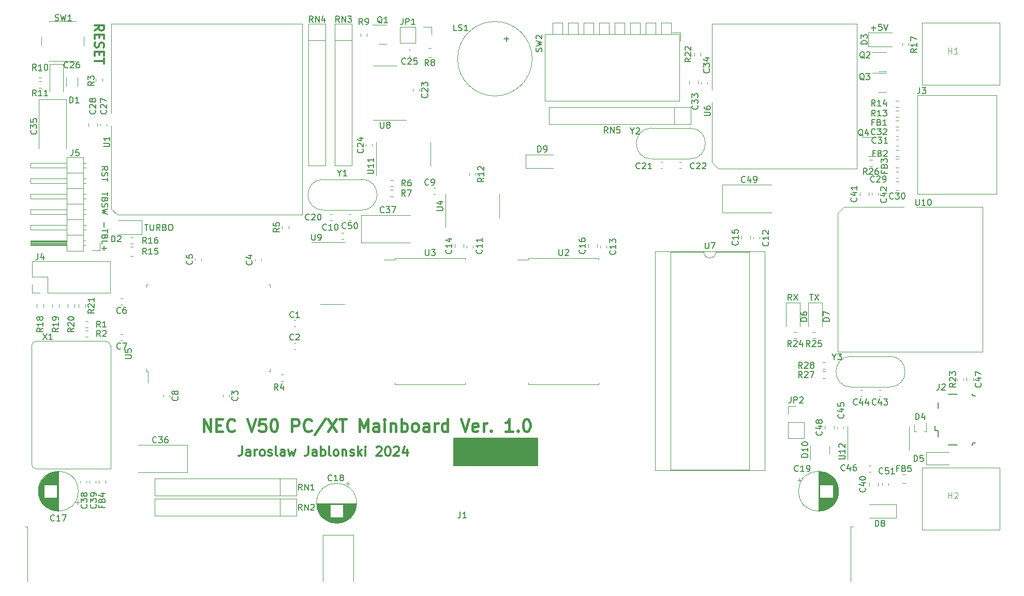
<source format=gbr>
%TF.GenerationSoftware,KiCad,Pcbnew,7.0.2*%
%TF.CreationDate,2024-02-27T21:07:56+01:00*%
%TF.ProjectId,v50_sbc,7635305f-7362-4632-9e6b-696361645f70,rev?*%
%TF.SameCoordinates,Original*%
%TF.FileFunction,Legend,Top*%
%TF.FilePolarity,Positive*%
%FSLAX46Y46*%
G04 Gerber Fmt 4.6, Leading zero omitted, Abs format (unit mm)*
G04 Created by KiCad (PCBNEW 7.0.2) date 2024-02-27 21:07:56*
%MOMM*%
%LPD*%
G01*
G04 APERTURE LIST*
%ADD10C,0.150000*%
%ADD11C,0.300000*%
%ADD12C,0.400000*%
%ADD13C,0.100000*%
%ADD14C,0.120000*%
G04 APERTURE END LIST*
D10*
X104521000Y-105664000D02*
X118237000Y-105664000D01*
X118237000Y-110109000D01*
X104521000Y-110109000D01*
X104521000Y-105664000D01*
G36*
X104521000Y-105664000D02*
G01*
X118237000Y-105664000D01*
X118237000Y-110109000D01*
X104521000Y-110109000D01*
X104521000Y-105664000D01*
G37*
X47303333Y-70342095D02*
X47303333Y-71104000D01*
X47922380Y-71437333D02*
X47922380Y-72008761D01*
X46922380Y-71723047D02*
X47922380Y-71723047D01*
X47446190Y-72675428D02*
X47398571Y-72818285D01*
X47398571Y-72818285D02*
X47350952Y-72865904D01*
X47350952Y-72865904D02*
X47255714Y-72913523D01*
X47255714Y-72913523D02*
X47112857Y-72913523D01*
X47112857Y-72913523D02*
X47017619Y-72865904D01*
X47017619Y-72865904D02*
X46970000Y-72818285D01*
X46970000Y-72818285D02*
X46922380Y-72723047D01*
X46922380Y-72723047D02*
X46922380Y-72342095D01*
X46922380Y-72342095D02*
X47922380Y-72342095D01*
X47922380Y-72342095D02*
X47922380Y-72675428D01*
X47922380Y-72675428D02*
X47874761Y-72770666D01*
X47874761Y-72770666D02*
X47827142Y-72818285D01*
X47827142Y-72818285D02*
X47731904Y-72865904D01*
X47731904Y-72865904D02*
X47636666Y-72865904D01*
X47636666Y-72865904D02*
X47541428Y-72818285D01*
X47541428Y-72818285D02*
X47493809Y-72770666D01*
X47493809Y-72770666D02*
X47446190Y-72675428D01*
X47446190Y-72675428D02*
X47446190Y-72342095D01*
X46922380Y-73818285D02*
X46922380Y-73342095D01*
X46922380Y-73342095D02*
X47922380Y-73342095D01*
X47303333Y-74151619D02*
X47303333Y-74913524D01*
X46922380Y-74532571D02*
X47684285Y-74532571D01*
X159813523Y-83062619D02*
X159480190Y-82586428D01*
X159242095Y-83062619D02*
X159242095Y-82062619D01*
X159242095Y-82062619D02*
X159623047Y-82062619D01*
X159623047Y-82062619D02*
X159718285Y-82110238D01*
X159718285Y-82110238D02*
X159765904Y-82157857D01*
X159765904Y-82157857D02*
X159813523Y-82253095D01*
X159813523Y-82253095D02*
X159813523Y-82395952D01*
X159813523Y-82395952D02*
X159765904Y-82491190D01*
X159765904Y-82491190D02*
X159718285Y-82538809D01*
X159718285Y-82538809D02*
X159623047Y-82586428D01*
X159623047Y-82586428D02*
X159242095Y-82586428D01*
X160146857Y-82062619D02*
X160813523Y-83062619D01*
X160813523Y-82062619D02*
X160146857Y-83062619D01*
X46922380Y-61769523D02*
X47398571Y-61436190D01*
X46922380Y-61198095D02*
X47922380Y-61198095D01*
X47922380Y-61198095D02*
X47922380Y-61579047D01*
X47922380Y-61579047D02*
X47874761Y-61674285D01*
X47874761Y-61674285D02*
X47827142Y-61721904D01*
X47827142Y-61721904D02*
X47731904Y-61769523D01*
X47731904Y-61769523D02*
X47589047Y-61769523D01*
X47589047Y-61769523D02*
X47493809Y-61721904D01*
X47493809Y-61721904D02*
X47446190Y-61674285D01*
X47446190Y-61674285D02*
X47398571Y-61579047D01*
X47398571Y-61579047D02*
X47398571Y-61198095D01*
X46970000Y-62150476D02*
X46922380Y-62293333D01*
X46922380Y-62293333D02*
X46922380Y-62531428D01*
X46922380Y-62531428D02*
X46970000Y-62626666D01*
X46970000Y-62626666D02*
X47017619Y-62674285D01*
X47017619Y-62674285D02*
X47112857Y-62721904D01*
X47112857Y-62721904D02*
X47208095Y-62721904D01*
X47208095Y-62721904D02*
X47303333Y-62674285D01*
X47303333Y-62674285D02*
X47350952Y-62626666D01*
X47350952Y-62626666D02*
X47398571Y-62531428D01*
X47398571Y-62531428D02*
X47446190Y-62340952D01*
X47446190Y-62340952D02*
X47493809Y-62245714D01*
X47493809Y-62245714D02*
X47541428Y-62198095D01*
X47541428Y-62198095D02*
X47636666Y-62150476D01*
X47636666Y-62150476D02*
X47731904Y-62150476D01*
X47731904Y-62150476D02*
X47827142Y-62198095D01*
X47827142Y-62198095D02*
X47874761Y-62245714D01*
X47874761Y-62245714D02*
X47922380Y-62340952D01*
X47922380Y-62340952D02*
X47922380Y-62579047D01*
X47922380Y-62579047D02*
X47874761Y-62721904D01*
X47922380Y-63007619D02*
X47922380Y-63579047D01*
X46922380Y-63293333D02*
X47922380Y-63293333D01*
X47922380Y-65373238D02*
X47922380Y-65944666D01*
X46922380Y-65658952D02*
X47922380Y-65658952D01*
X47446190Y-66611333D02*
X47398571Y-66754190D01*
X47398571Y-66754190D02*
X47350952Y-66801809D01*
X47350952Y-66801809D02*
X47255714Y-66849428D01*
X47255714Y-66849428D02*
X47112857Y-66849428D01*
X47112857Y-66849428D02*
X47017619Y-66801809D01*
X47017619Y-66801809D02*
X46970000Y-66754190D01*
X46970000Y-66754190D02*
X46922380Y-66658952D01*
X46922380Y-66658952D02*
X46922380Y-66278000D01*
X46922380Y-66278000D02*
X47922380Y-66278000D01*
X47922380Y-66278000D02*
X47922380Y-66611333D01*
X47922380Y-66611333D02*
X47874761Y-66706571D01*
X47874761Y-66706571D02*
X47827142Y-66754190D01*
X47827142Y-66754190D02*
X47731904Y-66801809D01*
X47731904Y-66801809D02*
X47636666Y-66801809D01*
X47636666Y-66801809D02*
X47541428Y-66754190D01*
X47541428Y-66754190D02*
X47493809Y-66706571D01*
X47493809Y-66706571D02*
X47446190Y-66611333D01*
X47446190Y-66611333D02*
X47446190Y-66278000D01*
X46970000Y-67230381D02*
X46922380Y-67373238D01*
X46922380Y-67373238D02*
X46922380Y-67611333D01*
X46922380Y-67611333D02*
X46970000Y-67706571D01*
X46970000Y-67706571D02*
X47017619Y-67754190D01*
X47017619Y-67754190D02*
X47112857Y-67801809D01*
X47112857Y-67801809D02*
X47208095Y-67801809D01*
X47208095Y-67801809D02*
X47303333Y-67754190D01*
X47303333Y-67754190D02*
X47350952Y-67706571D01*
X47350952Y-67706571D02*
X47398571Y-67611333D01*
X47398571Y-67611333D02*
X47446190Y-67420857D01*
X47446190Y-67420857D02*
X47493809Y-67325619D01*
X47493809Y-67325619D02*
X47541428Y-67278000D01*
X47541428Y-67278000D02*
X47636666Y-67230381D01*
X47636666Y-67230381D02*
X47731904Y-67230381D01*
X47731904Y-67230381D02*
X47827142Y-67278000D01*
X47827142Y-67278000D02*
X47874761Y-67325619D01*
X47874761Y-67325619D02*
X47922380Y-67420857D01*
X47922380Y-67420857D02*
X47922380Y-67658952D01*
X47922380Y-67658952D02*
X47874761Y-67801809D01*
X47922380Y-68135143D02*
X46922380Y-68373238D01*
X46922380Y-68373238D02*
X47636666Y-68563714D01*
X47636666Y-68563714D02*
X46922380Y-68754190D01*
X46922380Y-68754190D02*
X47922380Y-68992286D01*
D11*
X69873714Y-107028428D02*
X69873714Y-108099857D01*
X69873714Y-108099857D02*
X69802285Y-108314142D01*
X69802285Y-108314142D02*
X69659428Y-108457000D01*
X69659428Y-108457000D02*
X69445142Y-108528428D01*
X69445142Y-108528428D02*
X69302285Y-108528428D01*
X71230857Y-108528428D02*
X71230857Y-107742714D01*
X71230857Y-107742714D02*
X71159428Y-107599857D01*
X71159428Y-107599857D02*
X71016571Y-107528428D01*
X71016571Y-107528428D02*
X70730857Y-107528428D01*
X70730857Y-107528428D02*
X70587999Y-107599857D01*
X71230857Y-108457000D02*
X71087999Y-108528428D01*
X71087999Y-108528428D02*
X70730857Y-108528428D01*
X70730857Y-108528428D02*
X70587999Y-108457000D01*
X70587999Y-108457000D02*
X70516571Y-108314142D01*
X70516571Y-108314142D02*
X70516571Y-108171285D01*
X70516571Y-108171285D02*
X70587999Y-108028428D01*
X70587999Y-108028428D02*
X70730857Y-107957000D01*
X70730857Y-107957000D02*
X71087999Y-107957000D01*
X71087999Y-107957000D02*
X71230857Y-107885571D01*
X71945142Y-108528428D02*
X71945142Y-107528428D01*
X71945142Y-107814142D02*
X72016571Y-107671285D01*
X72016571Y-107671285D02*
X72088000Y-107599857D01*
X72088000Y-107599857D02*
X72230857Y-107528428D01*
X72230857Y-107528428D02*
X72373714Y-107528428D01*
X73087999Y-108528428D02*
X72945142Y-108457000D01*
X72945142Y-108457000D02*
X72873713Y-108385571D01*
X72873713Y-108385571D02*
X72802285Y-108242714D01*
X72802285Y-108242714D02*
X72802285Y-107814142D01*
X72802285Y-107814142D02*
X72873713Y-107671285D01*
X72873713Y-107671285D02*
X72945142Y-107599857D01*
X72945142Y-107599857D02*
X73087999Y-107528428D01*
X73087999Y-107528428D02*
X73302285Y-107528428D01*
X73302285Y-107528428D02*
X73445142Y-107599857D01*
X73445142Y-107599857D02*
X73516571Y-107671285D01*
X73516571Y-107671285D02*
X73587999Y-107814142D01*
X73587999Y-107814142D02*
X73587999Y-108242714D01*
X73587999Y-108242714D02*
X73516571Y-108385571D01*
X73516571Y-108385571D02*
X73445142Y-108457000D01*
X73445142Y-108457000D02*
X73302285Y-108528428D01*
X73302285Y-108528428D02*
X73087999Y-108528428D01*
X74159428Y-108457000D02*
X74302285Y-108528428D01*
X74302285Y-108528428D02*
X74587999Y-108528428D01*
X74587999Y-108528428D02*
X74730856Y-108457000D01*
X74730856Y-108457000D02*
X74802285Y-108314142D01*
X74802285Y-108314142D02*
X74802285Y-108242714D01*
X74802285Y-108242714D02*
X74730856Y-108099857D01*
X74730856Y-108099857D02*
X74587999Y-108028428D01*
X74587999Y-108028428D02*
X74373714Y-108028428D01*
X74373714Y-108028428D02*
X74230856Y-107957000D01*
X74230856Y-107957000D02*
X74159428Y-107814142D01*
X74159428Y-107814142D02*
X74159428Y-107742714D01*
X74159428Y-107742714D02*
X74230856Y-107599857D01*
X74230856Y-107599857D02*
X74373714Y-107528428D01*
X74373714Y-107528428D02*
X74587999Y-107528428D01*
X74587999Y-107528428D02*
X74730856Y-107599857D01*
X75659428Y-108528428D02*
X75516571Y-108457000D01*
X75516571Y-108457000D02*
X75445142Y-108314142D01*
X75445142Y-108314142D02*
X75445142Y-107028428D01*
X76873714Y-108528428D02*
X76873714Y-107742714D01*
X76873714Y-107742714D02*
X76802285Y-107599857D01*
X76802285Y-107599857D02*
X76659428Y-107528428D01*
X76659428Y-107528428D02*
X76373714Y-107528428D01*
X76373714Y-107528428D02*
X76230856Y-107599857D01*
X76873714Y-108457000D02*
X76730856Y-108528428D01*
X76730856Y-108528428D02*
X76373714Y-108528428D01*
X76373714Y-108528428D02*
X76230856Y-108457000D01*
X76230856Y-108457000D02*
X76159428Y-108314142D01*
X76159428Y-108314142D02*
X76159428Y-108171285D01*
X76159428Y-108171285D02*
X76230856Y-108028428D01*
X76230856Y-108028428D02*
X76373714Y-107957000D01*
X76373714Y-107957000D02*
X76730856Y-107957000D01*
X76730856Y-107957000D02*
X76873714Y-107885571D01*
X77445142Y-107528428D02*
X77730857Y-108528428D01*
X77730857Y-108528428D02*
X78016571Y-107814142D01*
X78016571Y-107814142D02*
X78302285Y-108528428D01*
X78302285Y-108528428D02*
X78587999Y-107528428D01*
X80730857Y-107028428D02*
X80730857Y-108099857D01*
X80730857Y-108099857D02*
X80659428Y-108314142D01*
X80659428Y-108314142D02*
X80516571Y-108457000D01*
X80516571Y-108457000D02*
X80302285Y-108528428D01*
X80302285Y-108528428D02*
X80159428Y-108528428D01*
X82088000Y-108528428D02*
X82088000Y-107742714D01*
X82088000Y-107742714D02*
X82016571Y-107599857D01*
X82016571Y-107599857D02*
X81873714Y-107528428D01*
X81873714Y-107528428D02*
X81588000Y-107528428D01*
X81588000Y-107528428D02*
X81445142Y-107599857D01*
X82088000Y-108457000D02*
X81945142Y-108528428D01*
X81945142Y-108528428D02*
X81588000Y-108528428D01*
X81588000Y-108528428D02*
X81445142Y-108457000D01*
X81445142Y-108457000D02*
X81373714Y-108314142D01*
X81373714Y-108314142D02*
X81373714Y-108171285D01*
X81373714Y-108171285D02*
X81445142Y-108028428D01*
X81445142Y-108028428D02*
X81588000Y-107957000D01*
X81588000Y-107957000D02*
X81945142Y-107957000D01*
X81945142Y-107957000D02*
X82088000Y-107885571D01*
X82802285Y-108528428D02*
X82802285Y-107028428D01*
X82802285Y-107599857D02*
X82945143Y-107528428D01*
X82945143Y-107528428D02*
X83230857Y-107528428D01*
X83230857Y-107528428D02*
X83373714Y-107599857D01*
X83373714Y-107599857D02*
X83445143Y-107671285D01*
X83445143Y-107671285D02*
X83516571Y-107814142D01*
X83516571Y-107814142D02*
X83516571Y-108242714D01*
X83516571Y-108242714D02*
X83445143Y-108385571D01*
X83445143Y-108385571D02*
X83373714Y-108457000D01*
X83373714Y-108457000D02*
X83230857Y-108528428D01*
X83230857Y-108528428D02*
X82945143Y-108528428D01*
X82945143Y-108528428D02*
X82802285Y-108457000D01*
X84373714Y-108528428D02*
X84230857Y-108457000D01*
X84230857Y-108457000D02*
X84159428Y-108314142D01*
X84159428Y-108314142D02*
X84159428Y-107028428D01*
X85159428Y-108528428D02*
X85016571Y-108457000D01*
X85016571Y-108457000D02*
X84945142Y-108385571D01*
X84945142Y-108385571D02*
X84873714Y-108242714D01*
X84873714Y-108242714D02*
X84873714Y-107814142D01*
X84873714Y-107814142D02*
X84945142Y-107671285D01*
X84945142Y-107671285D02*
X85016571Y-107599857D01*
X85016571Y-107599857D02*
X85159428Y-107528428D01*
X85159428Y-107528428D02*
X85373714Y-107528428D01*
X85373714Y-107528428D02*
X85516571Y-107599857D01*
X85516571Y-107599857D02*
X85588000Y-107671285D01*
X85588000Y-107671285D02*
X85659428Y-107814142D01*
X85659428Y-107814142D02*
X85659428Y-108242714D01*
X85659428Y-108242714D02*
X85588000Y-108385571D01*
X85588000Y-108385571D02*
X85516571Y-108457000D01*
X85516571Y-108457000D02*
X85373714Y-108528428D01*
X85373714Y-108528428D02*
X85159428Y-108528428D01*
X86302285Y-107528428D02*
X86302285Y-108528428D01*
X86302285Y-107671285D02*
X86373714Y-107599857D01*
X86373714Y-107599857D02*
X86516571Y-107528428D01*
X86516571Y-107528428D02*
X86730857Y-107528428D01*
X86730857Y-107528428D02*
X86873714Y-107599857D01*
X86873714Y-107599857D02*
X86945143Y-107742714D01*
X86945143Y-107742714D02*
X86945143Y-108528428D01*
X87588000Y-108457000D02*
X87730857Y-108528428D01*
X87730857Y-108528428D02*
X88016571Y-108528428D01*
X88016571Y-108528428D02*
X88159428Y-108457000D01*
X88159428Y-108457000D02*
X88230857Y-108314142D01*
X88230857Y-108314142D02*
X88230857Y-108242714D01*
X88230857Y-108242714D02*
X88159428Y-108099857D01*
X88159428Y-108099857D02*
X88016571Y-108028428D01*
X88016571Y-108028428D02*
X87802286Y-108028428D01*
X87802286Y-108028428D02*
X87659428Y-107957000D01*
X87659428Y-107957000D02*
X87588000Y-107814142D01*
X87588000Y-107814142D02*
X87588000Y-107742714D01*
X87588000Y-107742714D02*
X87659428Y-107599857D01*
X87659428Y-107599857D02*
X87802286Y-107528428D01*
X87802286Y-107528428D02*
X88016571Y-107528428D01*
X88016571Y-107528428D02*
X88159428Y-107599857D01*
X88873714Y-108528428D02*
X88873714Y-107028428D01*
X89016572Y-107957000D02*
X89445143Y-108528428D01*
X89445143Y-107528428D02*
X88873714Y-108099857D01*
X90088000Y-108528428D02*
X90088000Y-107528428D01*
X90088000Y-107028428D02*
X90016572Y-107099857D01*
X90016572Y-107099857D02*
X90088000Y-107171285D01*
X90088000Y-107171285D02*
X90159429Y-107099857D01*
X90159429Y-107099857D02*
X90088000Y-107028428D01*
X90088000Y-107028428D02*
X90088000Y-107171285D01*
X91873715Y-107171285D02*
X91945143Y-107099857D01*
X91945143Y-107099857D02*
X92088001Y-107028428D01*
X92088001Y-107028428D02*
X92445143Y-107028428D01*
X92445143Y-107028428D02*
X92588001Y-107099857D01*
X92588001Y-107099857D02*
X92659429Y-107171285D01*
X92659429Y-107171285D02*
X92730858Y-107314142D01*
X92730858Y-107314142D02*
X92730858Y-107457000D01*
X92730858Y-107457000D02*
X92659429Y-107671285D01*
X92659429Y-107671285D02*
X91802286Y-108528428D01*
X91802286Y-108528428D02*
X92730858Y-108528428D01*
X93659429Y-107028428D02*
X93802286Y-107028428D01*
X93802286Y-107028428D02*
X93945143Y-107099857D01*
X93945143Y-107099857D02*
X94016572Y-107171285D01*
X94016572Y-107171285D02*
X94088000Y-107314142D01*
X94088000Y-107314142D02*
X94159429Y-107599857D01*
X94159429Y-107599857D02*
X94159429Y-107957000D01*
X94159429Y-107957000D02*
X94088000Y-108242714D01*
X94088000Y-108242714D02*
X94016572Y-108385571D01*
X94016572Y-108385571D02*
X93945143Y-108457000D01*
X93945143Y-108457000D02*
X93802286Y-108528428D01*
X93802286Y-108528428D02*
X93659429Y-108528428D01*
X93659429Y-108528428D02*
X93516572Y-108457000D01*
X93516572Y-108457000D02*
X93445143Y-108385571D01*
X93445143Y-108385571D02*
X93373714Y-108242714D01*
X93373714Y-108242714D02*
X93302286Y-107957000D01*
X93302286Y-107957000D02*
X93302286Y-107599857D01*
X93302286Y-107599857D02*
X93373714Y-107314142D01*
X93373714Y-107314142D02*
X93445143Y-107171285D01*
X93445143Y-107171285D02*
X93516572Y-107099857D01*
X93516572Y-107099857D02*
X93659429Y-107028428D01*
X94730857Y-107171285D02*
X94802285Y-107099857D01*
X94802285Y-107099857D02*
X94945143Y-107028428D01*
X94945143Y-107028428D02*
X95302285Y-107028428D01*
X95302285Y-107028428D02*
X95445143Y-107099857D01*
X95445143Y-107099857D02*
X95516571Y-107171285D01*
X95516571Y-107171285D02*
X95588000Y-107314142D01*
X95588000Y-107314142D02*
X95588000Y-107457000D01*
X95588000Y-107457000D02*
X95516571Y-107671285D01*
X95516571Y-107671285D02*
X94659428Y-108528428D01*
X94659428Y-108528428D02*
X95588000Y-108528428D01*
X96873714Y-107528428D02*
X96873714Y-108528428D01*
X96516571Y-106957000D02*
X96159428Y-108028428D01*
X96159428Y-108028428D02*
X97087999Y-108028428D01*
D10*
X162782238Y-82062619D02*
X163353666Y-82062619D01*
X163067952Y-83062619D02*
X163067952Y-82062619D01*
X163591762Y-82062619D02*
X164258428Y-83062619D01*
X164258428Y-82062619D02*
X163591762Y-83062619D01*
D11*
X45776571Y-38933285D02*
X46490857Y-38433285D01*
X45776571Y-38076142D02*
X47276571Y-38076142D01*
X47276571Y-38076142D02*
X47276571Y-38647571D01*
X47276571Y-38647571D02*
X47205142Y-38790428D01*
X47205142Y-38790428D02*
X47133714Y-38861857D01*
X47133714Y-38861857D02*
X46990857Y-38933285D01*
X46990857Y-38933285D02*
X46776571Y-38933285D01*
X46776571Y-38933285D02*
X46633714Y-38861857D01*
X46633714Y-38861857D02*
X46562285Y-38790428D01*
X46562285Y-38790428D02*
X46490857Y-38647571D01*
X46490857Y-38647571D02*
X46490857Y-38076142D01*
X46562285Y-39576142D02*
X46562285Y-40076142D01*
X45776571Y-40290428D02*
X45776571Y-39576142D01*
X45776571Y-39576142D02*
X47276571Y-39576142D01*
X47276571Y-39576142D02*
X47276571Y-40290428D01*
X45848000Y-40861857D02*
X45776571Y-41076143D01*
X45776571Y-41076143D02*
X45776571Y-41433285D01*
X45776571Y-41433285D02*
X45848000Y-41576143D01*
X45848000Y-41576143D02*
X45919428Y-41647571D01*
X45919428Y-41647571D02*
X46062285Y-41719000D01*
X46062285Y-41719000D02*
X46205142Y-41719000D01*
X46205142Y-41719000D02*
X46348000Y-41647571D01*
X46348000Y-41647571D02*
X46419428Y-41576143D01*
X46419428Y-41576143D02*
X46490857Y-41433285D01*
X46490857Y-41433285D02*
X46562285Y-41147571D01*
X46562285Y-41147571D02*
X46633714Y-41004714D01*
X46633714Y-41004714D02*
X46705142Y-40933285D01*
X46705142Y-40933285D02*
X46848000Y-40861857D01*
X46848000Y-40861857D02*
X46990857Y-40861857D01*
X46990857Y-40861857D02*
X47133714Y-40933285D01*
X47133714Y-40933285D02*
X47205142Y-41004714D01*
X47205142Y-41004714D02*
X47276571Y-41147571D01*
X47276571Y-41147571D02*
X47276571Y-41504714D01*
X47276571Y-41504714D02*
X47205142Y-41719000D01*
X46562285Y-42361856D02*
X46562285Y-42861856D01*
X45776571Y-43076142D02*
X45776571Y-42361856D01*
X45776571Y-42361856D02*
X47276571Y-42361856D01*
X47276571Y-42361856D02*
X47276571Y-43076142D01*
X47276571Y-43504714D02*
X47276571Y-44361857D01*
X45776571Y-43933285D02*
X47276571Y-43933285D01*
D10*
X172831095Y-38494107D02*
X173593000Y-38494107D01*
X173212047Y-38875060D02*
X173212047Y-38113155D01*
X174545380Y-37875060D02*
X174069190Y-37875060D01*
X174069190Y-37875060D02*
X174021571Y-38351250D01*
X174021571Y-38351250D02*
X174069190Y-38303631D01*
X174069190Y-38303631D02*
X174164428Y-38256012D01*
X174164428Y-38256012D02*
X174402523Y-38256012D01*
X174402523Y-38256012D02*
X174497761Y-38303631D01*
X174497761Y-38303631D02*
X174545380Y-38351250D01*
X174545380Y-38351250D02*
X174592999Y-38446488D01*
X174592999Y-38446488D02*
X174592999Y-38684583D01*
X174592999Y-38684583D02*
X174545380Y-38779821D01*
X174545380Y-38779821D02*
X174497761Y-38827441D01*
X174497761Y-38827441D02*
X174402523Y-38875060D01*
X174402523Y-38875060D02*
X174164428Y-38875060D01*
X174164428Y-38875060D02*
X174069190Y-38827441D01*
X174069190Y-38827441D02*
X174021571Y-38779821D01*
X174878714Y-37875060D02*
X175212047Y-38875060D01*
X175212047Y-38875060D02*
X175545380Y-37875060D01*
X53943238Y-70632619D02*
X54514666Y-70632619D01*
X54228952Y-71632619D02*
X54228952Y-70632619D01*
X54848000Y-70632619D02*
X54848000Y-71442142D01*
X54848000Y-71442142D02*
X54895619Y-71537380D01*
X54895619Y-71537380D02*
X54943238Y-71585000D01*
X54943238Y-71585000D02*
X55038476Y-71632619D01*
X55038476Y-71632619D02*
X55228952Y-71632619D01*
X55228952Y-71632619D02*
X55324190Y-71585000D01*
X55324190Y-71585000D02*
X55371809Y-71537380D01*
X55371809Y-71537380D02*
X55419428Y-71442142D01*
X55419428Y-71442142D02*
X55419428Y-70632619D01*
X56467047Y-71632619D02*
X56133714Y-71156428D01*
X55895619Y-71632619D02*
X55895619Y-70632619D01*
X55895619Y-70632619D02*
X56276571Y-70632619D01*
X56276571Y-70632619D02*
X56371809Y-70680238D01*
X56371809Y-70680238D02*
X56419428Y-70727857D01*
X56419428Y-70727857D02*
X56467047Y-70823095D01*
X56467047Y-70823095D02*
X56467047Y-70965952D01*
X56467047Y-70965952D02*
X56419428Y-71061190D01*
X56419428Y-71061190D02*
X56371809Y-71108809D01*
X56371809Y-71108809D02*
X56276571Y-71156428D01*
X56276571Y-71156428D02*
X55895619Y-71156428D01*
X57228952Y-71108809D02*
X57371809Y-71156428D01*
X57371809Y-71156428D02*
X57419428Y-71204047D01*
X57419428Y-71204047D02*
X57467047Y-71299285D01*
X57467047Y-71299285D02*
X57467047Y-71442142D01*
X57467047Y-71442142D02*
X57419428Y-71537380D01*
X57419428Y-71537380D02*
X57371809Y-71585000D01*
X57371809Y-71585000D02*
X57276571Y-71632619D01*
X57276571Y-71632619D02*
X56895619Y-71632619D01*
X56895619Y-71632619D02*
X56895619Y-70632619D01*
X56895619Y-70632619D02*
X57228952Y-70632619D01*
X57228952Y-70632619D02*
X57324190Y-70680238D01*
X57324190Y-70680238D02*
X57371809Y-70727857D01*
X57371809Y-70727857D02*
X57419428Y-70823095D01*
X57419428Y-70823095D02*
X57419428Y-70918333D01*
X57419428Y-70918333D02*
X57371809Y-71013571D01*
X57371809Y-71013571D02*
X57324190Y-71061190D01*
X57324190Y-71061190D02*
X57228952Y-71108809D01*
X57228952Y-71108809D02*
X56895619Y-71108809D01*
X58086095Y-70632619D02*
X58276571Y-70632619D01*
X58276571Y-70632619D02*
X58371809Y-70680238D01*
X58371809Y-70680238D02*
X58467047Y-70775476D01*
X58467047Y-70775476D02*
X58514666Y-70965952D01*
X58514666Y-70965952D02*
X58514666Y-71299285D01*
X58514666Y-71299285D02*
X58467047Y-71489761D01*
X58467047Y-71489761D02*
X58371809Y-71585000D01*
X58371809Y-71585000D02*
X58276571Y-71632619D01*
X58276571Y-71632619D02*
X58086095Y-71632619D01*
X58086095Y-71632619D02*
X57990857Y-71585000D01*
X57990857Y-71585000D02*
X57895619Y-71489761D01*
X57895619Y-71489761D02*
X57848000Y-71299285D01*
X57848000Y-71299285D02*
X57848000Y-70965952D01*
X57848000Y-70965952D02*
X57895619Y-70775476D01*
X57895619Y-70775476D02*
X57990857Y-70680238D01*
X57990857Y-70680238D02*
X58086095Y-70632619D01*
D12*
X63595190Y-104530238D02*
X63595190Y-102530238D01*
X63595190Y-102530238D02*
X64738047Y-104530238D01*
X64738047Y-104530238D02*
X64738047Y-102530238D01*
X65690428Y-103482619D02*
X66357095Y-103482619D01*
X66642809Y-104530238D02*
X65690428Y-104530238D01*
X65690428Y-104530238D02*
X65690428Y-102530238D01*
X65690428Y-102530238D02*
X66642809Y-102530238D01*
X68642809Y-104339761D02*
X68547571Y-104435000D01*
X68547571Y-104435000D02*
X68261857Y-104530238D01*
X68261857Y-104530238D02*
X68071381Y-104530238D01*
X68071381Y-104530238D02*
X67785666Y-104435000D01*
X67785666Y-104435000D02*
X67595190Y-104244523D01*
X67595190Y-104244523D02*
X67499952Y-104054047D01*
X67499952Y-104054047D02*
X67404714Y-103673095D01*
X67404714Y-103673095D02*
X67404714Y-103387380D01*
X67404714Y-103387380D02*
X67499952Y-103006428D01*
X67499952Y-103006428D02*
X67595190Y-102815952D01*
X67595190Y-102815952D02*
X67785666Y-102625476D01*
X67785666Y-102625476D02*
X68071381Y-102530238D01*
X68071381Y-102530238D02*
X68261857Y-102530238D01*
X68261857Y-102530238D02*
X68547571Y-102625476D01*
X68547571Y-102625476D02*
X68642809Y-102720714D01*
X70738048Y-102530238D02*
X71404714Y-104530238D01*
X71404714Y-104530238D02*
X72071381Y-102530238D01*
X73690429Y-102530238D02*
X72738048Y-102530238D01*
X72738048Y-102530238D02*
X72642810Y-103482619D01*
X72642810Y-103482619D02*
X72738048Y-103387380D01*
X72738048Y-103387380D02*
X72928524Y-103292142D01*
X72928524Y-103292142D02*
X73404715Y-103292142D01*
X73404715Y-103292142D02*
X73595191Y-103387380D01*
X73595191Y-103387380D02*
X73690429Y-103482619D01*
X73690429Y-103482619D02*
X73785667Y-103673095D01*
X73785667Y-103673095D02*
X73785667Y-104149285D01*
X73785667Y-104149285D02*
X73690429Y-104339761D01*
X73690429Y-104339761D02*
X73595191Y-104435000D01*
X73595191Y-104435000D02*
X73404715Y-104530238D01*
X73404715Y-104530238D02*
X72928524Y-104530238D01*
X72928524Y-104530238D02*
X72738048Y-104435000D01*
X72738048Y-104435000D02*
X72642810Y-104339761D01*
X75023762Y-102530238D02*
X75214239Y-102530238D01*
X75214239Y-102530238D02*
X75404715Y-102625476D01*
X75404715Y-102625476D02*
X75499953Y-102720714D01*
X75499953Y-102720714D02*
X75595191Y-102911190D01*
X75595191Y-102911190D02*
X75690429Y-103292142D01*
X75690429Y-103292142D02*
X75690429Y-103768333D01*
X75690429Y-103768333D02*
X75595191Y-104149285D01*
X75595191Y-104149285D02*
X75499953Y-104339761D01*
X75499953Y-104339761D02*
X75404715Y-104435000D01*
X75404715Y-104435000D02*
X75214239Y-104530238D01*
X75214239Y-104530238D02*
X75023762Y-104530238D01*
X75023762Y-104530238D02*
X74833286Y-104435000D01*
X74833286Y-104435000D02*
X74738048Y-104339761D01*
X74738048Y-104339761D02*
X74642810Y-104149285D01*
X74642810Y-104149285D02*
X74547572Y-103768333D01*
X74547572Y-103768333D02*
X74547572Y-103292142D01*
X74547572Y-103292142D02*
X74642810Y-102911190D01*
X74642810Y-102911190D02*
X74738048Y-102720714D01*
X74738048Y-102720714D02*
X74833286Y-102625476D01*
X74833286Y-102625476D02*
X75023762Y-102530238D01*
X78071382Y-104530238D02*
X78071382Y-102530238D01*
X78071382Y-102530238D02*
X78833287Y-102530238D01*
X78833287Y-102530238D02*
X79023763Y-102625476D01*
X79023763Y-102625476D02*
X79119001Y-102720714D01*
X79119001Y-102720714D02*
X79214239Y-102911190D01*
X79214239Y-102911190D02*
X79214239Y-103196904D01*
X79214239Y-103196904D02*
X79119001Y-103387380D01*
X79119001Y-103387380D02*
X79023763Y-103482619D01*
X79023763Y-103482619D02*
X78833287Y-103577857D01*
X78833287Y-103577857D02*
X78071382Y-103577857D01*
X81214239Y-104339761D02*
X81119001Y-104435000D01*
X81119001Y-104435000D02*
X80833287Y-104530238D01*
X80833287Y-104530238D02*
X80642811Y-104530238D01*
X80642811Y-104530238D02*
X80357096Y-104435000D01*
X80357096Y-104435000D02*
X80166620Y-104244523D01*
X80166620Y-104244523D02*
X80071382Y-104054047D01*
X80071382Y-104054047D02*
X79976144Y-103673095D01*
X79976144Y-103673095D02*
X79976144Y-103387380D01*
X79976144Y-103387380D02*
X80071382Y-103006428D01*
X80071382Y-103006428D02*
X80166620Y-102815952D01*
X80166620Y-102815952D02*
X80357096Y-102625476D01*
X80357096Y-102625476D02*
X80642811Y-102530238D01*
X80642811Y-102530238D02*
X80833287Y-102530238D01*
X80833287Y-102530238D02*
X81119001Y-102625476D01*
X81119001Y-102625476D02*
X81214239Y-102720714D01*
X83499953Y-102435000D02*
X81785668Y-105006428D01*
X83976144Y-102530238D02*
X85309477Y-104530238D01*
X85309477Y-102530238D02*
X83976144Y-104530238D01*
X85785668Y-102530238D02*
X86928525Y-102530238D01*
X86357096Y-104530238D02*
X86357096Y-102530238D01*
X89119002Y-104530238D02*
X89119002Y-102530238D01*
X89119002Y-102530238D02*
X89785669Y-103958809D01*
X89785669Y-103958809D02*
X90452335Y-102530238D01*
X90452335Y-102530238D02*
X90452335Y-104530238D01*
X92261859Y-104530238D02*
X92261859Y-103482619D01*
X92261859Y-103482619D02*
X92166621Y-103292142D01*
X92166621Y-103292142D02*
X91976145Y-103196904D01*
X91976145Y-103196904D02*
X91595192Y-103196904D01*
X91595192Y-103196904D02*
X91404716Y-103292142D01*
X92261859Y-104435000D02*
X92071383Y-104530238D01*
X92071383Y-104530238D02*
X91595192Y-104530238D01*
X91595192Y-104530238D02*
X91404716Y-104435000D01*
X91404716Y-104435000D02*
X91309478Y-104244523D01*
X91309478Y-104244523D02*
X91309478Y-104054047D01*
X91309478Y-104054047D02*
X91404716Y-103863571D01*
X91404716Y-103863571D02*
X91595192Y-103768333D01*
X91595192Y-103768333D02*
X92071383Y-103768333D01*
X92071383Y-103768333D02*
X92261859Y-103673095D01*
X93214240Y-104530238D02*
X93214240Y-103196904D01*
X93214240Y-102530238D02*
X93119002Y-102625476D01*
X93119002Y-102625476D02*
X93214240Y-102720714D01*
X93214240Y-102720714D02*
X93309478Y-102625476D01*
X93309478Y-102625476D02*
X93214240Y-102530238D01*
X93214240Y-102530238D02*
X93214240Y-102720714D01*
X94166621Y-103196904D02*
X94166621Y-104530238D01*
X94166621Y-103387380D02*
X94261859Y-103292142D01*
X94261859Y-103292142D02*
X94452335Y-103196904D01*
X94452335Y-103196904D02*
X94738050Y-103196904D01*
X94738050Y-103196904D02*
X94928526Y-103292142D01*
X94928526Y-103292142D02*
X95023764Y-103482619D01*
X95023764Y-103482619D02*
X95023764Y-104530238D01*
X95976145Y-104530238D02*
X95976145Y-102530238D01*
X95976145Y-103292142D02*
X96166621Y-103196904D01*
X96166621Y-103196904D02*
X96547574Y-103196904D01*
X96547574Y-103196904D02*
X96738050Y-103292142D01*
X96738050Y-103292142D02*
X96833288Y-103387380D01*
X96833288Y-103387380D02*
X96928526Y-103577857D01*
X96928526Y-103577857D02*
X96928526Y-104149285D01*
X96928526Y-104149285D02*
X96833288Y-104339761D01*
X96833288Y-104339761D02*
X96738050Y-104435000D01*
X96738050Y-104435000D02*
X96547574Y-104530238D01*
X96547574Y-104530238D02*
X96166621Y-104530238D01*
X96166621Y-104530238D02*
X95976145Y-104435000D01*
X98071383Y-104530238D02*
X97880907Y-104435000D01*
X97880907Y-104435000D02*
X97785669Y-104339761D01*
X97785669Y-104339761D02*
X97690431Y-104149285D01*
X97690431Y-104149285D02*
X97690431Y-103577857D01*
X97690431Y-103577857D02*
X97785669Y-103387380D01*
X97785669Y-103387380D02*
X97880907Y-103292142D01*
X97880907Y-103292142D02*
X98071383Y-103196904D01*
X98071383Y-103196904D02*
X98357098Y-103196904D01*
X98357098Y-103196904D02*
X98547574Y-103292142D01*
X98547574Y-103292142D02*
X98642812Y-103387380D01*
X98642812Y-103387380D02*
X98738050Y-103577857D01*
X98738050Y-103577857D02*
X98738050Y-104149285D01*
X98738050Y-104149285D02*
X98642812Y-104339761D01*
X98642812Y-104339761D02*
X98547574Y-104435000D01*
X98547574Y-104435000D02*
X98357098Y-104530238D01*
X98357098Y-104530238D02*
X98071383Y-104530238D01*
X100452336Y-104530238D02*
X100452336Y-103482619D01*
X100452336Y-103482619D02*
X100357098Y-103292142D01*
X100357098Y-103292142D02*
X100166622Y-103196904D01*
X100166622Y-103196904D02*
X99785669Y-103196904D01*
X99785669Y-103196904D02*
X99595193Y-103292142D01*
X100452336Y-104435000D02*
X100261860Y-104530238D01*
X100261860Y-104530238D02*
X99785669Y-104530238D01*
X99785669Y-104530238D02*
X99595193Y-104435000D01*
X99595193Y-104435000D02*
X99499955Y-104244523D01*
X99499955Y-104244523D02*
X99499955Y-104054047D01*
X99499955Y-104054047D02*
X99595193Y-103863571D01*
X99595193Y-103863571D02*
X99785669Y-103768333D01*
X99785669Y-103768333D02*
X100261860Y-103768333D01*
X100261860Y-103768333D02*
X100452336Y-103673095D01*
X101404717Y-104530238D02*
X101404717Y-103196904D01*
X101404717Y-103577857D02*
X101499955Y-103387380D01*
X101499955Y-103387380D02*
X101595193Y-103292142D01*
X101595193Y-103292142D02*
X101785669Y-103196904D01*
X101785669Y-103196904D02*
X101976146Y-103196904D01*
X103499955Y-104530238D02*
X103499955Y-102530238D01*
X103499955Y-104435000D02*
X103309479Y-104530238D01*
X103309479Y-104530238D02*
X102928526Y-104530238D01*
X102928526Y-104530238D02*
X102738050Y-104435000D01*
X102738050Y-104435000D02*
X102642812Y-104339761D01*
X102642812Y-104339761D02*
X102547574Y-104149285D01*
X102547574Y-104149285D02*
X102547574Y-103577857D01*
X102547574Y-103577857D02*
X102642812Y-103387380D01*
X102642812Y-103387380D02*
X102738050Y-103292142D01*
X102738050Y-103292142D02*
X102928526Y-103196904D01*
X102928526Y-103196904D02*
X103309479Y-103196904D01*
X103309479Y-103196904D02*
X103499955Y-103292142D01*
X105690432Y-102530238D02*
X106357098Y-104530238D01*
X106357098Y-104530238D02*
X107023765Y-102530238D01*
X108452337Y-104435000D02*
X108261861Y-104530238D01*
X108261861Y-104530238D02*
X107880908Y-104530238D01*
X107880908Y-104530238D02*
X107690432Y-104435000D01*
X107690432Y-104435000D02*
X107595194Y-104244523D01*
X107595194Y-104244523D02*
X107595194Y-103482619D01*
X107595194Y-103482619D02*
X107690432Y-103292142D01*
X107690432Y-103292142D02*
X107880908Y-103196904D01*
X107880908Y-103196904D02*
X108261861Y-103196904D01*
X108261861Y-103196904D02*
X108452337Y-103292142D01*
X108452337Y-103292142D02*
X108547575Y-103482619D01*
X108547575Y-103482619D02*
X108547575Y-103673095D01*
X108547575Y-103673095D02*
X107595194Y-103863571D01*
X109404718Y-104530238D02*
X109404718Y-103196904D01*
X109404718Y-103577857D02*
X109499956Y-103387380D01*
X109499956Y-103387380D02*
X109595194Y-103292142D01*
X109595194Y-103292142D02*
X109785670Y-103196904D01*
X109785670Y-103196904D02*
X109976147Y-103196904D01*
X110642813Y-104339761D02*
X110738051Y-104435000D01*
X110738051Y-104435000D02*
X110642813Y-104530238D01*
X110642813Y-104530238D02*
X110547575Y-104435000D01*
X110547575Y-104435000D02*
X110642813Y-104339761D01*
X110642813Y-104339761D02*
X110642813Y-104530238D01*
X114166623Y-104530238D02*
X113023766Y-104530238D01*
X113595194Y-104530238D02*
X113595194Y-102530238D01*
X113595194Y-102530238D02*
X113404718Y-102815952D01*
X113404718Y-102815952D02*
X113214242Y-103006428D01*
X113214242Y-103006428D02*
X113023766Y-103101666D01*
X115023766Y-104339761D02*
X115119004Y-104435000D01*
X115119004Y-104435000D02*
X115023766Y-104530238D01*
X115023766Y-104530238D02*
X114928528Y-104435000D01*
X114928528Y-104435000D02*
X115023766Y-104339761D01*
X115023766Y-104339761D02*
X115023766Y-104530238D01*
X116357099Y-102530238D02*
X116547576Y-102530238D01*
X116547576Y-102530238D02*
X116738052Y-102625476D01*
X116738052Y-102625476D02*
X116833290Y-102720714D01*
X116833290Y-102720714D02*
X116928528Y-102911190D01*
X116928528Y-102911190D02*
X117023766Y-103292142D01*
X117023766Y-103292142D02*
X117023766Y-103768333D01*
X117023766Y-103768333D02*
X116928528Y-104149285D01*
X116928528Y-104149285D02*
X116833290Y-104339761D01*
X116833290Y-104339761D02*
X116738052Y-104435000D01*
X116738052Y-104435000D02*
X116547576Y-104530238D01*
X116547576Y-104530238D02*
X116357099Y-104530238D01*
X116357099Y-104530238D02*
X116166623Y-104435000D01*
X116166623Y-104435000D02*
X116071385Y-104339761D01*
X116071385Y-104339761D02*
X115976147Y-104149285D01*
X115976147Y-104149285D02*
X115880909Y-103768333D01*
X115880909Y-103768333D02*
X115880909Y-103292142D01*
X115880909Y-103292142D02*
X115976147Y-102911190D01*
X115976147Y-102911190D02*
X116071385Y-102720714D01*
X116071385Y-102720714D02*
X116166623Y-102625476D01*
X116166623Y-102625476D02*
X116357099Y-102530238D01*
D10*
%TO.C,D5*%
X179855905Y-109428619D02*
X179855905Y-108428619D01*
X179855905Y-108428619D02*
X180094000Y-108428619D01*
X180094000Y-108428619D02*
X180236857Y-108476238D01*
X180236857Y-108476238D02*
X180332095Y-108571476D01*
X180332095Y-108571476D02*
X180379714Y-108666714D01*
X180379714Y-108666714D02*
X180427333Y-108857190D01*
X180427333Y-108857190D02*
X180427333Y-109000047D01*
X180427333Y-109000047D02*
X180379714Y-109190523D01*
X180379714Y-109190523D02*
X180332095Y-109285761D01*
X180332095Y-109285761D02*
X180236857Y-109381000D01*
X180236857Y-109381000D02*
X180094000Y-109428619D01*
X180094000Y-109428619D02*
X179855905Y-109428619D01*
X181332095Y-108428619D02*
X180855905Y-108428619D01*
X180855905Y-108428619D02*
X180808286Y-108904809D01*
X180808286Y-108904809D02*
X180855905Y-108857190D01*
X180855905Y-108857190D02*
X180951143Y-108809571D01*
X180951143Y-108809571D02*
X181189238Y-108809571D01*
X181189238Y-108809571D02*
X181284476Y-108857190D01*
X181284476Y-108857190D02*
X181332095Y-108904809D01*
X181332095Y-108904809D02*
X181379714Y-109000047D01*
X181379714Y-109000047D02*
X181379714Y-109238142D01*
X181379714Y-109238142D02*
X181332095Y-109333380D01*
X181332095Y-109333380D02*
X181284476Y-109381000D01*
X181284476Y-109381000D02*
X181189238Y-109428619D01*
X181189238Y-109428619D02*
X180951143Y-109428619D01*
X180951143Y-109428619D02*
X180855905Y-109381000D01*
X180855905Y-109381000D02*
X180808286Y-109333380D01*
%TO.C,LS1*%
X105021142Y-38943619D02*
X104544952Y-38943619D01*
X104544952Y-38943619D02*
X104544952Y-37943619D01*
X105306857Y-38896000D02*
X105449714Y-38943619D01*
X105449714Y-38943619D02*
X105687809Y-38943619D01*
X105687809Y-38943619D02*
X105783047Y-38896000D01*
X105783047Y-38896000D02*
X105830666Y-38848380D01*
X105830666Y-38848380D02*
X105878285Y-38753142D01*
X105878285Y-38753142D02*
X105878285Y-38657904D01*
X105878285Y-38657904D02*
X105830666Y-38562666D01*
X105830666Y-38562666D02*
X105783047Y-38515047D01*
X105783047Y-38515047D02*
X105687809Y-38467428D01*
X105687809Y-38467428D02*
X105497333Y-38419809D01*
X105497333Y-38419809D02*
X105402095Y-38372190D01*
X105402095Y-38372190D02*
X105354476Y-38324571D01*
X105354476Y-38324571D02*
X105306857Y-38229333D01*
X105306857Y-38229333D02*
X105306857Y-38134095D01*
X105306857Y-38134095D02*
X105354476Y-38038857D01*
X105354476Y-38038857D02*
X105402095Y-37991238D01*
X105402095Y-37991238D02*
X105497333Y-37943619D01*
X105497333Y-37943619D02*
X105735428Y-37943619D01*
X105735428Y-37943619D02*
X105878285Y-37991238D01*
X106830666Y-38943619D02*
X106259238Y-38943619D01*
X106544952Y-38943619D02*
X106544952Y-37943619D01*
X106544952Y-37943619D02*
X106449714Y-38086476D01*
X106449714Y-38086476D02*
X106354476Y-38181714D01*
X106354476Y-38181714D02*
X106259238Y-38229333D01*
X113133666Y-40659951D02*
X113133666Y-39898047D01*
X113514619Y-40278999D02*
X112752714Y-40278999D01*
%TO.C,SW2*%
X118906000Y-42354332D02*
X118953619Y-42211475D01*
X118953619Y-42211475D02*
X118953619Y-41973380D01*
X118953619Y-41973380D02*
X118906000Y-41878142D01*
X118906000Y-41878142D02*
X118858380Y-41830523D01*
X118858380Y-41830523D02*
X118763142Y-41782904D01*
X118763142Y-41782904D02*
X118667904Y-41782904D01*
X118667904Y-41782904D02*
X118572666Y-41830523D01*
X118572666Y-41830523D02*
X118525047Y-41878142D01*
X118525047Y-41878142D02*
X118477428Y-41973380D01*
X118477428Y-41973380D02*
X118429809Y-42163856D01*
X118429809Y-42163856D02*
X118382190Y-42259094D01*
X118382190Y-42259094D02*
X118334571Y-42306713D01*
X118334571Y-42306713D02*
X118239333Y-42354332D01*
X118239333Y-42354332D02*
X118144095Y-42354332D01*
X118144095Y-42354332D02*
X118048857Y-42306713D01*
X118048857Y-42306713D02*
X118001238Y-42259094D01*
X118001238Y-42259094D02*
X117953619Y-42163856D01*
X117953619Y-42163856D02*
X117953619Y-41925761D01*
X117953619Y-41925761D02*
X118001238Y-41782904D01*
X117953619Y-41449570D02*
X118953619Y-41211475D01*
X118953619Y-41211475D02*
X118239333Y-41020999D01*
X118239333Y-41020999D02*
X118953619Y-40830523D01*
X118953619Y-40830523D02*
X117953619Y-40592428D01*
X118048857Y-40259094D02*
X118001238Y-40211475D01*
X118001238Y-40211475D02*
X117953619Y-40116237D01*
X117953619Y-40116237D02*
X117953619Y-39878142D01*
X117953619Y-39878142D02*
X118001238Y-39782904D01*
X118001238Y-39782904D02*
X118048857Y-39735285D01*
X118048857Y-39735285D02*
X118144095Y-39687666D01*
X118144095Y-39687666D02*
X118239333Y-39687666D01*
X118239333Y-39687666D02*
X118382190Y-39735285D01*
X118382190Y-39735285D02*
X118953619Y-40306713D01*
X118953619Y-40306713D02*
X118953619Y-39687666D01*
%TO.C,Y1*%
X85846809Y-62247428D02*
X85846809Y-62723619D01*
X85513476Y-61723619D02*
X85846809Y-62247428D01*
X85846809Y-62247428D02*
X86180142Y-61723619D01*
X87037285Y-62723619D02*
X86465857Y-62723619D01*
X86751571Y-62723619D02*
X86751571Y-61723619D01*
X86751571Y-61723619D02*
X86656333Y-61866476D01*
X86656333Y-61866476D02*
X86561095Y-61961714D01*
X86561095Y-61961714D02*
X86465857Y-62009333D01*
%TO.C,C4*%
X71454380Y-76607666D02*
X71502000Y-76655285D01*
X71502000Y-76655285D02*
X71549619Y-76798142D01*
X71549619Y-76798142D02*
X71549619Y-76893380D01*
X71549619Y-76893380D02*
X71502000Y-77036237D01*
X71502000Y-77036237D02*
X71406761Y-77131475D01*
X71406761Y-77131475D02*
X71311523Y-77179094D01*
X71311523Y-77179094D02*
X71121047Y-77226713D01*
X71121047Y-77226713D02*
X70978190Y-77226713D01*
X70978190Y-77226713D02*
X70787714Y-77179094D01*
X70787714Y-77179094D02*
X70692476Y-77131475D01*
X70692476Y-77131475D02*
X70597238Y-77036237D01*
X70597238Y-77036237D02*
X70549619Y-76893380D01*
X70549619Y-76893380D02*
X70549619Y-76798142D01*
X70549619Y-76798142D02*
X70597238Y-76655285D01*
X70597238Y-76655285D02*
X70644857Y-76607666D01*
X70882952Y-75750523D02*
X71549619Y-75750523D01*
X70502000Y-75988618D02*
X71216285Y-76226713D01*
X71216285Y-76226713D02*
X71216285Y-75607666D01*
%TO.C,R11*%
X36187142Y-49611619D02*
X35853809Y-49135428D01*
X35615714Y-49611619D02*
X35615714Y-48611619D01*
X35615714Y-48611619D02*
X35996666Y-48611619D01*
X35996666Y-48611619D02*
X36091904Y-48659238D01*
X36091904Y-48659238D02*
X36139523Y-48706857D01*
X36139523Y-48706857D02*
X36187142Y-48802095D01*
X36187142Y-48802095D02*
X36187142Y-48944952D01*
X36187142Y-48944952D02*
X36139523Y-49040190D01*
X36139523Y-49040190D02*
X36091904Y-49087809D01*
X36091904Y-49087809D02*
X35996666Y-49135428D01*
X35996666Y-49135428D02*
X35615714Y-49135428D01*
X37139523Y-49611619D02*
X36568095Y-49611619D01*
X36853809Y-49611619D02*
X36853809Y-48611619D01*
X36853809Y-48611619D02*
X36758571Y-48754476D01*
X36758571Y-48754476D02*
X36663333Y-48849714D01*
X36663333Y-48849714D02*
X36568095Y-48897333D01*
X38091904Y-49611619D02*
X37520476Y-49611619D01*
X37806190Y-49611619D02*
X37806190Y-48611619D01*
X37806190Y-48611619D02*
X37710952Y-48754476D01*
X37710952Y-48754476D02*
X37615714Y-48849714D01*
X37615714Y-48849714D02*
X37520476Y-48897333D01*
%TO.C,RN5*%
X129738523Y-55694619D02*
X129405190Y-55218428D01*
X129167095Y-55694619D02*
X129167095Y-54694619D01*
X129167095Y-54694619D02*
X129548047Y-54694619D01*
X129548047Y-54694619D02*
X129643285Y-54742238D01*
X129643285Y-54742238D02*
X129690904Y-54789857D01*
X129690904Y-54789857D02*
X129738523Y-54885095D01*
X129738523Y-54885095D02*
X129738523Y-55027952D01*
X129738523Y-55027952D02*
X129690904Y-55123190D01*
X129690904Y-55123190D02*
X129643285Y-55170809D01*
X129643285Y-55170809D02*
X129548047Y-55218428D01*
X129548047Y-55218428D02*
X129167095Y-55218428D01*
X130167095Y-55694619D02*
X130167095Y-54694619D01*
X130167095Y-54694619D02*
X130738523Y-55694619D01*
X130738523Y-55694619D02*
X130738523Y-54694619D01*
X131690904Y-54694619D02*
X131214714Y-54694619D01*
X131214714Y-54694619D02*
X131167095Y-55170809D01*
X131167095Y-55170809D02*
X131214714Y-55123190D01*
X131214714Y-55123190D02*
X131309952Y-55075571D01*
X131309952Y-55075571D02*
X131548047Y-55075571D01*
X131548047Y-55075571D02*
X131643285Y-55123190D01*
X131643285Y-55123190D02*
X131690904Y-55170809D01*
X131690904Y-55170809D02*
X131738523Y-55266047D01*
X131738523Y-55266047D02*
X131738523Y-55504142D01*
X131738523Y-55504142D02*
X131690904Y-55599380D01*
X131690904Y-55599380D02*
X131643285Y-55647000D01*
X131643285Y-55647000D02*
X131548047Y-55694619D01*
X131548047Y-55694619D02*
X131309952Y-55694619D01*
X131309952Y-55694619D02*
X131214714Y-55647000D01*
X131214714Y-55647000D02*
X131167095Y-55599380D01*
%TO.C,FB1*%
X173283666Y-53913809D02*
X172950333Y-53913809D01*
X172950333Y-54437619D02*
X172950333Y-53437619D01*
X172950333Y-53437619D02*
X173426523Y-53437619D01*
X174140809Y-53913809D02*
X174283666Y-53961428D01*
X174283666Y-53961428D02*
X174331285Y-54009047D01*
X174331285Y-54009047D02*
X174378904Y-54104285D01*
X174378904Y-54104285D02*
X174378904Y-54247142D01*
X174378904Y-54247142D02*
X174331285Y-54342380D01*
X174331285Y-54342380D02*
X174283666Y-54390000D01*
X174283666Y-54390000D02*
X174188428Y-54437619D01*
X174188428Y-54437619D02*
X173807476Y-54437619D01*
X173807476Y-54437619D02*
X173807476Y-53437619D01*
X173807476Y-53437619D02*
X174140809Y-53437619D01*
X174140809Y-53437619D02*
X174236047Y-53485238D01*
X174236047Y-53485238D02*
X174283666Y-53532857D01*
X174283666Y-53532857D02*
X174331285Y-53628095D01*
X174331285Y-53628095D02*
X174331285Y-53723333D01*
X174331285Y-53723333D02*
X174283666Y-53818571D01*
X174283666Y-53818571D02*
X174236047Y-53866190D01*
X174236047Y-53866190D02*
X174140809Y-53913809D01*
X174140809Y-53913809D02*
X173807476Y-53913809D01*
X175331285Y-54437619D02*
X174759857Y-54437619D01*
X175045571Y-54437619D02*
X175045571Y-53437619D01*
X175045571Y-53437619D02*
X174950333Y-53580476D01*
X174950333Y-53580476D02*
X174855095Y-53675714D01*
X174855095Y-53675714D02*
X174759857Y-53723333D01*
%TO.C,J3*%
X180768666Y-48230619D02*
X180768666Y-48944904D01*
X180768666Y-48944904D02*
X180721047Y-49087761D01*
X180721047Y-49087761D02*
X180625809Y-49183000D01*
X180625809Y-49183000D02*
X180482952Y-49230619D01*
X180482952Y-49230619D02*
X180387714Y-49230619D01*
X181149619Y-48230619D02*
X181768666Y-48230619D01*
X181768666Y-48230619D02*
X181435333Y-48611571D01*
X181435333Y-48611571D02*
X181578190Y-48611571D01*
X181578190Y-48611571D02*
X181673428Y-48659190D01*
X181673428Y-48659190D02*
X181721047Y-48706809D01*
X181721047Y-48706809D02*
X181768666Y-48802047D01*
X181768666Y-48802047D02*
X181768666Y-49040142D01*
X181768666Y-49040142D02*
X181721047Y-49135380D01*
X181721047Y-49135380D02*
X181673428Y-49183000D01*
X181673428Y-49183000D02*
X181578190Y-49230619D01*
X181578190Y-49230619D02*
X181292476Y-49230619D01*
X181292476Y-49230619D02*
X181197238Y-49183000D01*
X181197238Y-49183000D02*
X181149619Y-49135380D01*
%TO.C,U5*%
X50770619Y-92582904D02*
X51580142Y-92582904D01*
X51580142Y-92582904D02*
X51675380Y-92535285D01*
X51675380Y-92535285D02*
X51723000Y-92487666D01*
X51723000Y-92487666D02*
X51770619Y-92392428D01*
X51770619Y-92392428D02*
X51770619Y-92201952D01*
X51770619Y-92201952D02*
X51723000Y-92106714D01*
X51723000Y-92106714D02*
X51675380Y-92059095D01*
X51675380Y-92059095D02*
X51580142Y-92011476D01*
X51580142Y-92011476D02*
X50770619Y-92011476D01*
X50770619Y-91059095D02*
X50770619Y-91535285D01*
X50770619Y-91535285D02*
X51246809Y-91582904D01*
X51246809Y-91582904D02*
X51199190Y-91535285D01*
X51199190Y-91535285D02*
X51151571Y-91440047D01*
X51151571Y-91440047D02*
X51151571Y-91201952D01*
X51151571Y-91201952D02*
X51199190Y-91106714D01*
X51199190Y-91106714D02*
X51246809Y-91059095D01*
X51246809Y-91059095D02*
X51342047Y-91011476D01*
X51342047Y-91011476D02*
X51580142Y-91011476D01*
X51580142Y-91011476D02*
X51675380Y-91059095D01*
X51675380Y-91059095D02*
X51723000Y-91106714D01*
X51723000Y-91106714D02*
X51770619Y-91201952D01*
X51770619Y-91201952D02*
X51770619Y-91440047D01*
X51770619Y-91440047D02*
X51723000Y-91535285D01*
X51723000Y-91535285D02*
X51675380Y-91582904D01*
%TO.C,R21*%
X45674619Y-84589857D02*
X45198428Y-84923190D01*
X45674619Y-85161285D02*
X44674619Y-85161285D01*
X44674619Y-85161285D02*
X44674619Y-84780333D01*
X44674619Y-84780333D02*
X44722238Y-84685095D01*
X44722238Y-84685095D02*
X44769857Y-84637476D01*
X44769857Y-84637476D02*
X44865095Y-84589857D01*
X44865095Y-84589857D02*
X45007952Y-84589857D01*
X45007952Y-84589857D02*
X45103190Y-84637476D01*
X45103190Y-84637476D02*
X45150809Y-84685095D01*
X45150809Y-84685095D02*
X45198428Y-84780333D01*
X45198428Y-84780333D02*
X45198428Y-85161285D01*
X44769857Y-84208904D02*
X44722238Y-84161285D01*
X44722238Y-84161285D02*
X44674619Y-84066047D01*
X44674619Y-84066047D02*
X44674619Y-83827952D01*
X44674619Y-83827952D02*
X44722238Y-83732714D01*
X44722238Y-83732714D02*
X44769857Y-83685095D01*
X44769857Y-83685095D02*
X44865095Y-83637476D01*
X44865095Y-83637476D02*
X44960333Y-83637476D01*
X44960333Y-83637476D02*
X45103190Y-83685095D01*
X45103190Y-83685095D02*
X45674619Y-84256523D01*
X45674619Y-84256523D02*
X45674619Y-83637476D01*
X45674619Y-82685095D02*
X45674619Y-83256523D01*
X45674619Y-82970809D02*
X44674619Y-82970809D01*
X44674619Y-82970809D02*
X44817476Y-83066047D01*
X44817476Y-83066047D02*
X44912714Y-83161285D01*
X44912714Y-83161285D02*
X44960333Y-83256523D01*
%TO.C,U7*%
X145669095Y-73586619D02*
X145669095Y-74396142D01*
X145669095Y-74396142D02*
X145716714Y-74491380D01*
X145716714Y-74491380D02*
X145764333Y-74539000D01*
X145764333Y-74539000D02*
X145859571Y-74586619D01*
X145859571Y-74586619D02*
X146050047Y-74586619D01*
X146050047Y-74586619D02*
X146145285Y-74539000D01*
X146145285Y-74539000D02*
X146192904Y-74491380D01*
X146192904Y-74491380D02*
X146240523Y-74396142D01*
X146240523Y-74396142D02*
X146240523Y-73586619D01*
X146621476Y-73586619D02*
X147288142Y-73586619D01*
X147288142Y-73586619D02*
X146859571Y-74586619D01*
%TO.C,C2*%
X78319333Y-89488380D02*
X78271714Y-89536000D01*
X78271714Y-89536000D02*
X78128857Y-89583619D01*
X78128857Y-89583619D02*
X78033619Y-89583619D01*
X78033619Y-89583619D02*
X77890762Y-89536000D01*
X77890762Y-89536000D02*
X77795524Y-89440761D01*
X77795524Y-89440761D02*
X77747905Y-89345523D01*
X77747905Y-89345523D02*
X77700286Y-89155047D01*
X77700286Y-89155047D02*
X77700286Y-89012190D01*
X77700286Y-89012190D02*
X77747905Y-88821714D01*
X77747905Y-88821714D02*
X77795524Y-88726476D01*
X77795524Y-88726476D02*
X77890762Y-88631238D01*
X77890762Y-88631238D02*
X78033619Y-88583619D01*
X78033619Y-88583619D02*
X78128857Y-88583619D01*
X78128857Y-88583619D02*
X78271714Y-88631238D01*
X78271714Y-88631238D02*
X78319333Y-88678857D01*
X78700286Y-88678857D02*
X78747905Y-88631238D01*
X78747905Y-88631238D02*
X78843143Y-88583619D01*
X78843143Y-88583619D02*
X79081238Y-88583619D01*
X79081238Y-88583619D02*
X79176476Y-88631238D01*
X79176476Y-88631238D02*
X79224095Y-88678857D01*
X79224095Y-88678857D02*
X79271714Y-88774095D01*
X79271714Y-88774095D02*
X79271714Y-88869333D01*
X79271714Y-88869333D02*
X79224095Y-89012190D01*
X79224095Y-89012190D02*
X78652667Y-89583619D01*
X78652667Y-89583619D02*
X79271714Y-89583619D01*
%TO.C,R9*%
X89622333Y-37927619D02*
X89289000Y-37451428D01*
X89050905Y-37927619D02*
X89050905Y-36927619D01*
X89050905Y-36927619D02*
X89431857Y-36927619D01*
X89431857Y-36927619D02*
X89527095Y-36975238D01*
X89527095Y-36975238D02*
X89574714Y-37022857D01*
X89574714Y-37022857D02*
X89622333Y-37118095D01*
X89622333Y-37118095D02*
X89622333Y-37260952D01*
X89622333Y-37260952D02*
X89574714Y-37356190D01*
X89574714Y-37356190D02*
X89527095Y-37403809D01*
X89527095Y-37403809D02*
X89431857Y-37451428D01*
X89431857Y-37451428D02*
X89050905Y-37451428D01*
X90098524Y-37927619D02*
X90289000Y-37927619D01*
X90289000Y-37927619D02*
X90384238Y-37880000D01*
X90384238Y-37880000D02*
X90431857Y-37832380D01*
X90431857Y-37832380D02*
X90527095Y-37689523D01*
X90527095Y-37689523D02*
X90574714Y-37499047D01*
X90574714Y-37499047D02*
X90574714Y-37118095D01*
X90574714Y-37118095D02*
X90527095Y-37022857D01*
X90527095Y-37022857D02*
X90479476Y-36975238D01*
X90479476Y-36975238D02*
X90384238Y-36927619D01*
X90384238Y-36927619D02*
X90193762Y-36927619D01*
X90193762Y-36927619D02*
X90098524Y-36975238D01*
X90098524Y-36975238D02*
X90050905Y-37022857D01*
X90050905Y-37022857D02*
X90003286Y-37118095D01*
X90003286Y-37118095D02*
X90003286Y-37356190D01*
X90003286Y-37356190D02*
X90050905Y-37451428D01*
X90050905Y-37451428D02*
X90098524Y-37499047D01*
X90098524Y-37499047D02*
X90193762Y-37546666D01*
X90193762Y-37546666D02*
X90384238Y-37546666D01*
X90384238Y-37546666D02*
X90479476Y-37499047D01*
X90479476Y-37499047D02*
X90527095Y-37451428D01*
X90527095Y-37451428D02*
X90574714Y-37356190D01*
%TO.C,R2*%
X46696333Y-88981619D02*
X46363000Y-88505428D01*
X46124905Y-88981619D02*
X46124905Y-87981619D01*
X46124905Y-87981619D02*
X46505857Y-87981619D01*
X46505857Y-87981619D02*
X46601095Y-88029238D01*
X46601095Y-88029238D02*
X46648714Y-88076857D01*
X46648714Y-88076857D02*
X46696333Y-88172095D01*
X46696333Y-88172095D02*
X46696333Y-88314952D01*
X46696333Y-88314952D02*
X46648714Y-88410190D01*
X46648714Y-88410190D02*
X46601095Y-88457809D01*
X46601095Y-88457809D02*
X46505857Y-88505428D01*
X46505857Y-88505428D02*
X46124905Y-88505428D01*
X47077286Y-88076857D02*
X47124905Y-88029238D01*
X47124905Y-88029238D02*
X47220143Y-87981619D01*
X47220143Y-87981619D02*
X47458238Y-87981619D01*
X47458238Y-87981619D02*
X47553476Y-88029238D01*
X47553476Y-88029238D02*
X47601095Y-88076857D01*
X47601095Y-88076857D02*
X47648714Y-88172095D01*
X47648714Y-88172095D02*
X47648714Y-88267333D01*
X47648714Y-88267333D02*
X47601095Y-88410190D01*
X47601095Y-88410190D02*
X47029667Y-88981619D01*
X47029667Y-88981619D02*
X47648714Y-88981619D01*
%TO.C,Q2*%
X171735761Y-43483857D02*
X171640523Y-43436238D01*
X171640523Y-43436238D02*
X171545285Y-43341000D01*
X171545285Y-43341000D02*
X171402428Y-43198142D01*
X171402428Y-43198142D02*
X171307190Y-43150523D01*
X171307190Y-43150523D02*
X171211952Y-43150523D01*
X171259571Y-43388619D02*
X171164333Y-43341000D01*
X171164333Y-43341000D02*
X171069095Y-43245761D01*
X171069095Y-43245761D02*
X171021476Y-43055285D01*
X171021476Y-43055285D02*
X171021476Y-42721952D01*
X171021476Y-42721952D02*
X171069095Y-42531476D01*
X171069095Y-42531476D02*
X171164333Y-42436238D01*
X171164333Y-42436238D02*
X171259571Y-42388619D01*
X171259571Y-42388619D02*
X171450047Y-42388619D01*
X171450047Y-42388619D02*
X171545285Y-42436238D01*
X171545285Y-42436238D02*
X171640523Y-42531476D01*
X171640523Y-42531476D02*
X171688142Y-42721952D01*
X171688142Y-42721952D02*
X171688142Y-43055285D01*
X171688142Y-43055285D02*
X171640523Y-43245761D01*
X171640523Y-43245761D02*
X171545285Y-43341000D01*
X171545285Y-43341000D02*
X171450047Y-43388619D01*
X171450047Y-43388619D02*
X171259571Y-43388619D01*
X172069095Y-42483857D02*
X172116714Y-42436238D01*
X172116714Y-42436238D02*
X172211952Y-42388619D01*
X172211952Y-42388619D02*
X172450047Y-42388619D01*
X172450047Y-42388619D02*
X172545285Y-42436238D01*
X172545285Y-42436238D02*
X172592904Y-42483857D01*
X172592904Y-42483857D02*
X172640523Y-42579095D01*
X172640523Y-42579095D02*
X172640523Y-42674333D01*
X172640523Y-42674333D02*
X172592904Y-42817190D01*
X172592904Y-42817190D02*
X172021476Y-43388619D01*
X172021476Y-43388619D02*
X172640523Y-43388619D01*
%TO.C,C12*%
X155942380Y-73540857D02*
X155990000Y-73588476D01*
X155990000Y-73588476D02*
X156037619Y-73731333D01*
X156037619Y-73731333D02*
X156037619Y-73826571D01*
X156037619Y-73826571D02*
X155990000Y-73969428D01*
X155990000Y-73969428D02*
X155894761Y-74064666D01*
X155894761Y-74064666D02*
X155799523Y-74112285D01*
X155799523Y-74112285D02*
X155609047Y-74159904D01*
X155609047Y-74159904D02*
X155466190Y-74159904D01*
X155466190Y-74159904D02*
X155275714Y-74112285D01*
X155275714Y-74112285D02*
X155180476Y-74064666D01*
X155180476Y-74064666D02*
X155085238Y-73969428D01*
X155085238Y-73969428D02*
X155037619Y-73826571D01*
X155037619Y-73826571D02*
X155037619Y-73731333D01*
X155037619Y-73731333D02*
X155085238Y-73588476D01*
X155085238Y-73588476D02*
X155132857Y-73540857D01*
X156037619Y-72588476D02*
X156037619Y-73159904D01*
X156037619Y-72874190D02*
X155037619Y-72874190D01*
X155037619Y-72874190D02*
X155180476Y-72969428D01*
X155180476Y-72969428D02*
X155275714Y-73064666D01*
X155275714Y-73064666D02*
X155323333Y-73159904D01*
X155132857Y-72207523D02*
X155085238Y-72159904D01*
X155085238Y-72159904D02*
X155037619Y-72064666D01*
X155037619Y-72064666D02*
X155037619Y-71826571D01*
X155037619Y-71826571D02*
X155085238Y-71731333D01*
X155085238Y-71731333D02*
X155132857Y-71683714D01*
X155132857Y-71683714D02*
X155228095Y-71636095D01*
X155228095Y-71636095D02*
X155323333Y-71636095D01*
X155323333Y-71636095D02*
X155466190Y-71683714D01*
X155466190Y-71683714D02*
X156037619Y-72255142D01*
X156037619Y-72255142D02*
X156037619Y-71636095D01*
%TO.C,D10*%
X162466619Y-108734785D02*
X161466619Y-108734785D01*
X161466619Y-108734785D02*
X161466619Y-108496690D01*
X161466619Y-108496690D02*
X161514238Y-108353833D01*
X161514238Y-108353833D02*
X161609476Y-108258595D01*
X161609476Y-108258595D02*
X161704714Y-108210976D01*
X161704714Y-108210976D02*
X161895190Y-108163357D01*
X161895190Y-108163357D02*
X162038047Y-108163357D01*
X162038047Y-108163357D02*
X162228523Y-108210976D01*
X162228523Y-108210976D02*
X162323761Y-108258595D01*
X162323761Y-108258595D02*
X162419000Y-108353833D01*
X162419000Y-108353833D02*
X162466619Y-108496690D01*
X162466619Y-108496690D02*
X162466619Y-108734785D01*
X162466619Y-107210976D02*
X162466619Y-107782404D01*
X162466619Y-107496690D02*
X161466619Y-107496690D01*
X161466619Y-107496690D02*
X161609476Y-107591928D01*
X161609476Y-107591928D02*
X161704714Y-107687166D01*
X161704714Y-107687166D02*
X161752333Y-107782404D01*
X161466619Y-106591928D02*
X161466619Y-106496690D01*
X161466619Y-106496690D02*
X161514238Y-106401452D01*
X161514238Y-106401452D02*
X161561857Y-106353833D01*
X161561857Y-106353833D02*
X161657095Y-106306214D01*
X161657095Y-106306214D02*
X161847571Y-106258595D01*
X161847571Y-106258595D02*
X162085666Y-106258595D01*
X162085666Y-106258595D02*
X162276142Y-106306214D01*
X162276142Y-106306214D02*
X162371380Y-106353833D01*
X162371380Y-106353833D02*
X162419000Y-106401452D01*
X162419000Y-106401452D02*
X162466619Y-106496690D01*
X162466619Y-106496690D02*
X162466619Y-106591928D01*
X162466619Y-106591928D02*
X162419000Y-106687166D01*
X162419000Y-106687166D02*
X162371380Y-106734785D01*
X162371380Y-106734785D02*
X162276142Y-106782404D01*
X162276142Y-106782404D02*
X162085666Y-106830023D01*
X162085666Y-106830023D02*
X161847571Y-106830023D01*
X161847571Y-106830023D02*
X161657095Y-106782404D01*
X161657095Y-106782404D02*
X161561857Y-106734785D01*
X161561857Y-106734785D02*
X161514238Y-106687166D01*
X161514238Y-106687166D02*
X161466619Y-106591928D01*
%TO.C,RN4*%
X81478523Y-37546619D02*
X81145190Y-37070428D01*
X80907095Y-37546619D02*
X80907095Y-36546619D01*
X80907095Y-36546619D02*
X81288047Y-36546619D01*
X81288047Y-36546619D02*
X81383285Y-36594238D01*
X81383285Y-36594238D02*
X81430904Y-36641857D01*
X81430904Y-36641857D02*
X81478523Y-36737095D01*
X81478523Y-36737095D02*
X81478523Y-36879952D01*
X81478523Y-36879952D02*
X81430904Y-36975190D01*
X81430904Y-36975190D02*
X81383285Y-37022809D01*
X81383285Y-37022809D02*
X81288047Y-37070428D01*
X81288047Y-37070428D02*
X80907095Y-37070428D01*
X81907095Y-37546619D02*
X81907095Y-36546619D01*
X81907095Y-36546619D02*
X82478523Y-37546619D01*
X82478523Y-37546619D02*
X82478523Y-36546619D01*
X83383285Y-36879952D02*
X83383285Y-37546619D01*
X83145190Y-36499000D02*
X82907095Y-37213285D01*
X82907095Y-37213285D02*
X83526142Y-37213285D01*
%TO.C,C37*%
X93108542Y-68641380D02*
X93060923Y-68689000D01*
X93060923Y-68689000D02*
X92918066Y-68736619D01*
X92918066Y-68736619D02*
X92822828Y-68736619D01*
X92822828Y-68736619D02*
X92679971Y-68689000D01*
X92679971Y-68689000D02*
X92584733Y-68593761D01*
X92584733Y-68593761D02*
X92537114Y-68498523D01*
X92537114Y-68498523D02*
X92489495Y-68308047D01*
X92489495Y-68308047D02*
X92489495Y-68165190D01*
X92489495Y-68165190D02*
X92537114Y-67974714D01*
X92537114Y-67974714D02*
X92584733Y-67879476D01*
X92584733Y-67879476D02*
X92679971Y-67784238D01*
X92679971Y-67784238D02*
X92822828Y-67736619D01*
X92822828Y-67736619D02*
X92918066Y-67736619D01*
X92918066Y-67736619D02*
X93060923Y-67784238D01*
X93060923Y-67784238D02*
X93108542Y-67831857D01*
X93441876Y-67736619D02*
X94060923Y-67736619D01*
X94060923Y-67736619D02*
X93727590Y-68117571D01*
X93727590Y-68117571D02*
X93870447Y-68117571D01*
X93870447Y-68117571D02*
X93965685Y-68165190D01*
X93965685Y-68165190D02*
X94013304Y-68212809D01*
X94013304Y-68212809D02*
X94060923Y-68308047D01*
X94060923Y-68308047D02*
X94060923Y-68546142D01*
X94060923Y-68546142D02*
X94013304Y-68641380D01*
X94013304Y-68641380D02*
X93965685Y-68689000D01*
X93965685Y-68689000D02*
X93870447Y-68736619D01*
X93870447Y-68736619D02*
X93584733Y-68736619D01*
X93584733Y-68736619D02*
X93489495Y-68689000D01*
X93489495Y-68689000D02*
X93441876Y-68641380D01*
X94394257Y-67736619D02*
X95060923Y-67736619D01*
X95060923Y-67736619D02*
X94632352Y-68736619D01*
%TO.C,D3*%
X172166619Y-41124094D02*
X171166619Y-41124094D01*
X171166619Y-41124094D02*
X171166619Y-40885999D01*
X171166619Y-40885999D02*
X171214238Y-40743142D01*
X171214238Y-40743142D02*
X171309476Y-40647904D01*
X171309476Y-40647904D02*
X171404714Y-40600285D01*
X171404714Y-40600285D02*
X171595190Y-40552666D01*
X171595190Y-40552666D02*
X171738047Y-40552666D01*
X171738047Y-40552666D02*
X171928523Y-40600285D01*
X171928523Y-40600285D02*
X172023761Y-40647904D01*
X172023761Y-40647904D02*
X172119000Y-40743142D01*
X172119000Y-40743142D02*
X172166619Y-40885999D01*
X172166619Y-40885999D02*
X172166619Y-41124094D01*
X171166619Y-40219332D02*
X171166619Y-39600285D01*
X171166619Y-39600285D02*
X171547571Y-39933618D01*
X171547571Y-39933618D02*
X171547571Y-39790761D01*
X171547571Y-39790761D02*
X171595190Y-39695523D01*
X171595190Y-39695523D02*
X171642809Y-39647904D01*
X171642809Y-39647904D02*
X171738047Y-39600285D01*
X171738047Y-39600285D02*
X171976142Y-39600285D01*
X171976142Y-39600285D02*
X172071380Y-39647904D01*
X172071380Y-39647904D02*
X172119000Y-39695523D01*
X172119000Y-39695523D02*
X172166619Y-39790761D01*
X172166619Y-39790761D02*
X172166619Y-40076475D01*
X172166619Y-40076475D02*
X172119000Y-40171713D01*
X172119000Y-40171713D02*
X172071380Y-40219332D01*
%TO.C,C40*%
X171817380Y-113799857D02*
X171865000Y-113847476D01*
X171865000Y-113847476D02*
X171912619Y-113990333D01*
X171912619Y-113990333D02*
X171912619Y-114085571D01*
X171912619Y-114085571D02*
X171865000Y-114228428D01*
X171865000Y-114228428D02*
X171769761Y-114323666D01*
X171769761Y-114323666D02*
X171674523Y-114371285D01*
X171674523Y-114371285D02*
X171484047Y-114418904D01*
X171484047Y-114418904D02*
X171341190Y-114418904D01*
X171341190Y-114418904D02*
X171150714Y-114371285D01*
X171150714Y-114371285D02*
X171055476Y-114323666D01*
X171055476Y-114323666D02*
X170960238Y-114228428D01*
X170960238Y-114228428D02*
X170912619Y-114085571D01*
X170912619Y-114085571D02*
X170912619Y-113990333D01*
X170912619Y-113990333D02*
X170960238Y-113847476D01*
X170960238Y-113847476D02*
X171007857Y-113799857D01*
X171245952Y-112942714D02*
X171912619Y-112942714D01*
X170865000Y-113180809D02*
X171579285Y-113418904D01*
X171579285Y-113418904D02*
X171579285Y-112799857D01*
X170912619Y-112228428D02*
X170912619Y-112133190D01*
X170912619Y-112133190D02*
X170960238Y-112037952D01*
X170960238Y-112037952D02*
X171007857Y-111990333D01*
X171007857Y-111990333D02*
X171103095Y-111942714D01*
X171103095Y-111942714D02*
X171293571Y-111895095D01*
X171293571Y-111895095D02*
X171531666Y-111895095D01*
X171531666Y-111895095D02*
X171722142Y-111942714D01*
X171722142Y-111942714D02*
X171817380Y-111990333D01*
X171817380Y-111990333D02*
X171865000Y-112037952D01*
X171865000Y-112037952D02*
X171912619Y-112133190D01*
X171912619Y-112133190D02*
X171912619Y-112228428D01*
X171912619Y-112228428D02*
X171865000Y-112323666D01*
X171865000Y-112323666D02*
X171817380Y-112371285D01*
X171817380Y-112371285D02*
X171722142Y-112418904D01*
X171722142Y-112418904D02*
X171531666Y-112466523D01*
X171531666Y-112466523D02*
X171293571Y-112466523D01*
X171293571Y-112466523D02*
X171103095Y-112418904D01*
X171103095Y-112418904D02*
X171007857Y-112371285D01*
X171007857Y-112371285D02*
X170960238Y-112323666D01*
X170960238Y-112323666D02*
X170912619Y-112228428D01*
%TO.C,C45*%
X168261380Y-101734857D02*
X168309000Y-101782476D01*
X168309000Y-101782476D02*
X168356619Y-101925333D01*
X168356619Y-101925333D02*
X168356619Y-102020571D01*
X168356619Y-102020571D02*
X168309000Y-102163428D01*
X168309000Y-102163428D02*
X168213761Y-102258666D01*
X168213761Y-102258666D02*
X168118523Y-102306285D01*
X168118523Y-102306285D02*
X167928047Y-102353904D01*
X167928047Y-102353904D02*
X167785190Y-102353904D01*
X167785190Y-102353904D02*
X167594714Y-102306285D01*
X167594714Y-102306285D02*
X167499476Y-102258666D01*
X167499476Y-102258666D02*
X167404238Y-102163428D01*
X167404238Y-102163428D02*
X167356619Y-102020571D01*
X167356619Y-102020571D02*
X167356619Y-101925333D01*
X167356619Y-101925333D02*
X167404238Y-101782476D01*
X167404238Y-101782476D02*
X167451857Y-101734857D01*
X167689952Y-100877714D02*
X168356619Y-100877714D01*
X167309000Y-101115809D02*
X168023285Y-101353904D01*
X168023285Y-101353904D02*
X168023285Y-100734857D01*
X167356619Y-99877714D02*
X167356619Y-100353904D01*
X167356619Y-100353904D02*
X167832809Y-100401523D01*
X167832809Y-100401523D02*
X167785190Y-100353904D01*
X167785190Y-100353904D02*
X167737571Y-100258666D01*
X167737571Y-100258666D02*
X167737571Y-100020571D01*
X167737571Y-100020571D02*
X167785190Y-99925333D01*
X167785190Y-99925333D02*
X167832809Y-99877714D01*
X167832809Y-99877714D02*
X167928047Y-99830095D01*
X167928047Y-99830095D02*
X168166142Y-99830095D01*
X168166142Y-99830095D02*
X168261380Y-99877714D01*
X168261380Y-99877714D02*
X168309000Y-99925333D01*
X168309000Y-99925333D02*
X168356619Y-100020571D01*
X168356619Y-100020571D02*
X168356619Y-100258666D01*
X168356619Y-100258666D02*
X168309000Y-100353904D01*
X168309000Y-100353904D02*
X168261380Y-100401523D01*
%TO.C,J4*%
X36496666Y-75408619D02*
X36496666Y-76122904D01*
X36496666Y-76122904D02*
X36449047Y-76265761D01*
X36449047Y-76265761D02*
X36353809Y-76361000D01*
X36353809Y-76361000D02*
X36210952Y-76408619D01*
X36210952Y-76408619D02*
X36115714Y-76408619D01*
X37401428Y-75741952D02*
X37401428Y-76408619D01*
X37163333Y-75361000D02*
X36925238Y-76075285D01*
X36925238Y-76075285D02*
X37544285Y-76075285D01*
%TO.C,SW1*%
X39306667Y-37245000D02*
X39449524Y-37292619D01*
X39449524Y-37292619D02*
X39687619Y-37292619D01*
X39687619Y-37292619D02*
X39782857Y-37245000D01*
X39782857Y-37245000D02*
X39830476Y-37197380D01*
X39830476Y-37197380D02*
X39878095Y-37102142D01*
X39878095Y-37102142D02*
X39878095Y-37006904D01*
X39878095Y-37006904D02*
X39830476Y-36911666D01*
X39830476Y-36911666D02*
X39782857Y-36864047D01*
X39782857Y-36864047D02*
X39687619Y-36816428D01*
X39687619Y-36816428D02*
X39497143Y-36768809D01*
X39497143Y-36768809D02*
X39401905Y-36721190D01*
X39401905Y-36721190D02*
X39354286Y-36673571D01*
X39354286Y-36673571D02*
X39306667Y-36578333D01*
X39306667Y-36578333D02*
X39306667Y-36483095D01*
X39306667Y-36483095D02*
X39354286Y-36387857D01*
X39354286Y-36387857D02*
X39401905Y-36340238D01*
X39401905Y-36340238D02*
X39497143Y-36292619D01*
X39497143Y-36292619D02*
X39735238Y-36292619D01*
X39735238Y-36292619D02*
X39878095Y-36340238D01*
X40211429Y-36292619D02*
X40449524Y-37292619D01*
X40449524Y-37292619D02*
X40640000Y-36578333D01*
X40640000Y-36578333D02*
X40830476Y-37292619D01*
X40830476Y-37292619D02*
X41068572Y-36292619D01*
X41973333Y-37292619D02*
X41401905Y-37292619D01*
X41687619Y-37292619D02*
X41687619Y-36292619D01*
X41687619Y-36292619D02*
X41592381Y-36435476D01*
X41592381Y-36435476D02*
X41497143Y-36530714D01*
X41497143Y-36530714D02*
X41401905Y-36578333D01*
%TO.C,C21*%
X134993142Y-61454380D02*
X134945523Y-61502000D01*
X134945523Y-61502000D02*
X134802666Y-61549619D01*
X134802666Y-61549619D02*
X134707428Y-61549619D01*
X134707428Y-61549619D02*
X134564571Y-61502000D01*
X134564571Y-61502000D02*
X134469333Y-61406761D01*
X134469333Y-61406761D02*
X134421714Y-61311523D01*
X134421714Y-61311523D02*
X134374095Y-61121047D01*
X134374095Y-61121047D02*
X134374095Y-60978190D01*
X134374095Y-60978190D02*
X134421714Y-60787714D01*
X134421714Y-60787714D02*
X134469333Y-60692476D01*
X134469333Y-60692476D02*
X134564571Y-60597238D01*
X134564571Y-60597238D02*
X134707428Y-60549619D01*
X134707428Y-60549619D02*
X134802666Y-60549619D01*
X134802666Y-60549619D02*
X134945523Y-60597238D01*
X134945523Y-60597238D02*
X134993142Y-60644857D01*
X135374095Y-60644857D02*
X135421714Y-60597238D01*
X135421714Y-60597238D02*
X135516952Y-60549619D01*
X135516952Y-60549619D02*
X135755047Y-60549619D01*
X135755047Y-60549619D02*
X135850285Y-60597238D01*
X135850285Y-60597238D02*
X135897904Y-60644857D01*
X135897904Y-60644857D02*
X135945523Y-60740095D01*
X135945523Y-60740095D02*
X135945523Y-60835333D01*
X135945523Y-60835333D02*
X135897904Y-60978190D01*
X135897904Y-60978190D02*
X135326476Y-61549619D01*
X135326476Y-61549619D02*
X135945523Y-61549619D01*
X136897904Y-61549619D02*
X136326476Y-61549619D01*
X136612190Y-61549619D02*
X136612190Y-60549619D01*
X136612190Y-60549619D02*
X136516952Y-60692476D01*
X136516952Y-60692476D02*
X136421714Y-60787714D01*
X136421714Y-60787714D02*
X136326476Y-60835333D01*
%TO.C,Y2*%
X133762809Y-55358428D02*
X133762809Y-55834619D01*
X133429476Y-54834619D02*
X133762809Y-55358428D01*
X133762809Y-55358428D02*
X134096142Y-54834619D01*
X134381857Y-54929857D02*
X134429476Y-54882238D01*
X134429476Y-54882238D02*
X134524714Y-54834619D01*
X134524714Y-54834619D02*
X134762809Y-54834619D01*
X134762809Y-54834619D02*
X134858047Y-54882238D01*
X134858047Y-54882238D02*
X134905666Y-54929857D01*
X134905666Y-54929857D02*
X134953285Y-55025095D01*
X134953285Y-55025095D02*
X134953285Y-55120333D01*
X134953285Y-55120333D02*
X134905666Y-55263190D01*
X134905666Y-55263190D02*
X134334238Y-55834619D01*
X134334238Y-55834619D02*
X134953285Y-55834619D01*
%TO.C,RN1*%
X79700523Y-114127619D02*
X79367190Y-113651428D01*
X79129095Y-114127619D02*
X79129095Y-113127619D01*
X79129095Y-113127619D02*
X79510047Y-113127619D01*
X79510047Y-113127619D02*
X79605285Y-113175238D01*
X79605285Y-113175238D02*
X79652904Y-113222857D01*
X79652904Y-113222857D02*
X79700523Y-113318095D01*
X79700523Y-113318095D02*
X79700523Y-113460952D01*
X79700523Y-113460952D02*
X79652904Y-113556190D01*
X79652904Y-113556190D02*
X79605285Y-113603809D01*
X79605285Y-113603809D02*
X79510047Y-113651428D01*
X79510047Y-113651428D02*
X79129095Y-113651428D01*
X80129095Y-114127619D02*
X80129095Y-113127619D01*
X80129095Y-113127619D02*
X80700523Y-114127619D01*
X80700523Y-114127619D02*
X80700523Y-113127619D01*
X81700523Y-114127619D02*
X81129095Y-114127619D01*
X81414809Y-114127619D02*
X81414809Y-113127619D01*
X81414809Y-113127619D02*
X81319571Y-113270476D01*
X81319571Y-113270476D02*
X81224333Y-113365714D01*
X81224333Y-113365714D02*
X81129095Y-113413333D01*
%TO.C,R25*%
X162806142Y-90632619D02*
X162472809Y-90156428D01*
X162234714Y-90632619D02*
X162234714Y-89632619D01*
X162234714Y-89632619D02*
X162615666Y-89632619D01*
X162615666Y-89632619D02*
X162710904Y-89680238D01*
X162710904Y-89680238D02*
X162758523Y-89727857D01*
X162758523Y-89727857D02*
X162806142Y-89823095D01*
X162806142Y-89823095D02*
X162806142Y-89965952D01*
X162806142Y-89965952D02*
X162758523Y-90061190D01*
X162758523Y-90061190D02*
X162710904Y-90108809D01*
X162710904Y-90108809D02*
X162615666Y-90156428D01*
X162615666Y-90156428D02*
X162234714Y-90156428D01*
X163187095Y-89727857D02*
X163234714Y-89680238D01*
X163234714Y-89680238D02*
X163329952Y-89632619D01*
X163329952Y-89632619D02*
X163568047Y-89632619D01*
X163568047Y-89632619D02*
X163663285Y-89680238D01*
X163663285Y-89680238D02*
X163710904Y-89727857D01*
X163710904Y-89727857D02*
X163758523Y-89823095D01*
X163758523Y-89823095D02*
X163758523Y-89918333D01*
X163758523Y-89918333D02*
X163710904Y-90061190D01*
X163710904Y-90061190D02*
X163139476Y-90632619D01*
X163139476Y-90632619D02*
X163758523Y-90632619D01*
X164663285Y-89632619D02*
X164187095Y-89632619D01*
X164187095Y-89632619D02*
X164139476Y-90108809D01*
X164139476Y-90108809D02*
X164187095Y-90061190D01*
X164187095Y-90061190D02*
X164282333Y-90013571D01*
X164282333Y-90013571D02*
X164520428Y-90013571D01*
X164520428Y-90013571D02*
X164615666Y-90061190D01*
X164615666Y-90061190D02*
X164663285Y-90108809D01*
X164663285Y-90108809D02*
X164710904Y-90204047D01*
X164710904Y-90204047D02*
X164710904Y-90442142D01*
X164710904Y-90442142D02*
X164663285Y-90537380D01*
X164663285Y-90537380D02*
X164615666Y-90585000D01*
X164615666Y-90585000D02*
X164520428Y-90632619D01*
X164520428Y-90632619D02*
X164282333Y-90632619D01*
X164282333Y-90632619D02*
X164187095Y-90585000D01*
X164187095Y-90585000D02*
X164139476Y-90537380D01*
%TO.C,C39*%
X45960380Y-116466857D02*
X46008000Y-116514476D01*
X46008000Y-116514476D02*
X46055619Y-116657333D01*
X46055619Y-116657333D02*
X46055619Y-116752571D01*
X46055619Y-116752571D02*
X46008000Y-116895428D01*
X46008000Y-116895428D02*
X45912761Y-116990666D01*
X45912761Y-116990666D02*
X45817523Y-117038285D01*
X45817523Y-117038285D02*
X45627047Y-117085904D01*
X45627047Y-117085904D02*
X45484190Y-117085904D01*
X45484190Y-117085904D02*
X45293714Y-117038285D01*
X45293714Y-117038285D02*
X45198476Y-116990666D01*
X45198476Y-116990666D02*
X45103238Y-116895428D01*
X45103238Y-116895428D02*
X45055619Y-116752571D01*
X45055619Y-116752571D02*
X45055619Y-116657333D01*
X45055619Y-116657333D02*
X45103238Y-116514476D01*
X45103238Y-116514476D02*
X45150857Y-116466857D01*
X45055619Y-116133523D02*
X45055619Y-115514476D01*
X45055619Y-115514476D02*
X45436571Y-115847809D01*
X45436571Y-115847809D02*
X45436571Y-115704952D01*
X45436571Y-115704952D02*
X45484190Y-115609714D01*
X45484190Y-115609714D02*
X45531809Y-115562095D01*
X45531809Y-115562095D02*
X45627047Y-115514476D01*
X45627047Y-115514476D02*
X45865142Y-115514476D01*
X45865142Y-115514476D02*
X45960380Y-115562095D01*
X45960380Y-115562095D02*
X46008000Y-115609714D01*
X46008000Y-115609714D02*
X46055619Y-115704952D01*
X46055619Y-115704952D02*
X46055619Y-115990666D01*
X46055619Y-115990666D02*
X46008000Y-116085904D01*
X46008000Y-116085904D02*
X45960380Y-116133523D01*
X46055619Y-115038285D02*
X46055619Y-114847809D01*
X46055619Y-114847809D02*
X46008000Y-114752571D01*
X46008000Y-114752571D02*
X45960380Y-114704952D01*
X45960380Y-114704952D02*
X45817523Y-114609714D01*
X45817523Y-114609714D02*
X45627047Y-114562095D01*
X45627047Y-114562095D02*
X45246095Y-114562095D01*
X45246095Y-114562095D02*
X45150857Y-114609714D01*
X45150857Y-114609714D02*
X45103238Y-114657333D01*
X45103238Y-114657333D02*
X45055619Y-114752571D01*
X45055619Y-114752571D02*
X45055619Y-114943047D01*
X45055619Y-114943047D02*
X45103238Y-115038285D01*
X45103238Y-115038285D02*
X45150857Y-115085904D01*
X45150857Y-115085904D02*
X45246095Y-115133523D01*
X45246095Y-115133523D02*
X45484190Y-115133523D01*
X45484190Y-115133523D02*
X45579428Y-115085904D01*
X45579428Y-115085904D02*
X45627047Y-115038285D01*
X45627047Y-115038285D02*
X45674666Y-114943047D01*
X45674666Y-114943047D02*
X45674666Y-114752571D01*
X45674666Y-114752571D02*
X45627047Y-114657333D01*
X45627047Y-114657333D02*
X45579428Y-114609714D01*
X45579428Y-114609714D02*
X45484190Y-114562095D01*
%TO.C,R28*%
X161536142Y-94188619D02*
X161202809Y-93712428D01*
X160964714Y-94188619D02*
X160964714Y-93188619D01*
X160964714Y-93188619D02*
X161345666Y-93188619D01*
X161345666Y-93188619D02*
X161440904Y-93236238D01*
X161440904Y-93236238D02*
X161488523Y-93283857D01*
X161488523Y-93283857D02*
X161536142Y-93379095D01*
X161536142Y-93379095D02*
X161536142Y-93521952D01*
X161536142Y-93521952D02*
X161488523Y-93617190D01*
X161488523Y-93617190D02*
X161440904Y-93664809D01*
X161440904Y-93664809D02*
X161345666Y-93712428D01*
X161345666Y-93712428D02*
X160964714Y-93712428D01*
X161917095Y-93283857D02*
X161964714Y-93236238D01*
X161964714Y-93236238D02*
X162059952Y-93188619D01*
X162059952Y-93188619D02*
X162298047Y-93188619D01*
X162298047Y-93188619D02*
X162393285Y-93236238D01*
X162393285Y-93236238D02*
X162440904Y-93283857D01*
X162440904Y-93283857D02*
X162488523Y-93379095D01*
X162488523Y-93379095D02*
X162488523Y-93474333D01*
X162488523Y-93474333D02*
X162440904Y-93617190D01*
X162440904Y-93617190D02*
X161869476Y-94188619D01*
X161869476Y-94188619D02*
X162488523Y-94188619D01*
X163059952Y-93617190D02*
X162964714Y-93569571D01*
X162964714Y-93569571D02*
X162917095Y-93521952D01*
X162917095Y-93521952D02*
X162869476Y-93426714D01*
X162869476Y-93426714D02*
X162869476Y-93379095D01*
X162869476Y-93379095D02*
X162917095Y-93283857D01*
X162917095Y-93283857D02*
X162964714Y-93236238D01*
X162964714Y-93236238D02*
X163059952Y-93188619D01*
X163059952Y-93188619D02*
X163250428Y-93188619D01*
X163250428Y-93188619D02*
X163345666Y-93236238D01*
X163345666Y-93236238D02*
X163393285Y-93283857D01*
X163393285Y-93283857D02*
X163440904Y-93379095D01*
X163440904Y-93379095D02*
X163440904Y-93426714D01*
X163440904Y-93426714D02*
X163393285Y-93521952D01*
X163393285Y-93521952D02*
X163345666Y-93569571D01*
X163345666Y-93569571D02*
X163250428Y-93617190D01*
X163250428Y-93617190D02*
X163059952Y-93617190D01*
X163059952Y-93617190D02*
X162964714Y-93664809D01*
X162964714Y-93664809D02*
X162917095Y-93712428D01*
X162917095Y-93712428D02*
X162869476Y-93807666D01*
X162869476Y-93807666D02*
X162869476Y-93998142D01*
X162869476Y-93998142D02*
X162917095Y-94093380D01*
X162917095Y-94093380D02*
X162964714Y-94141000D01*
X162964714Y-94141000D02*
X163059952Y-94188619D01*
X163059952Y-94188619D02*
X163250428Y-94188619D01*
X163250428Y-94188619D02*
X163345666Y-94141000D01*
X163345666Y-94141000D02*
X163393285Y-94093380D01*
X163393285Y-94093380D02*
X163440904Y-93998142D01*
X163440904Y-93998142D02*
X163440904Y-93807666D01*
X163440904Y-93807666D02*
X163393285Y-93712428D01*
X163393285Y-93712428D02*
X163345666Y-93664809D01*
X163345666Y-93664809D02*
X163250428Y-93617190D01*
%TO.C,R17*%
X180294619Y-41917857D02*
X179818428Y-42251190D01*
X180294619Y-42489285D02*
X179294619Y-42489285D01*
X179294619Y-42489285D02*
X179294619Y-42108333D01*
X179294619Y-42108333D02*
X179342238Y-42013095D01*
X179342238Y-42013095D02*
X179389857Y-41965476D01*
X179389857Y-41965476D02*
X179485095Y-41917857D01*
X179485095Y-41917857D02*
X179627952Y-41917857D01*
X179627952Y-41917857D02*
X179723190Y-41965476D01*
X179723190Y-41965476D02*
X179770809Y-42013095D01*
X179770809Y-42013095D02*
X179818428Y-42108333D01*
X179818428Y-42108333D02*
X179818428Y-42489285D01*
X180294619Y-40965476D02*
X180294619Y-41536904D01*
X180294619Y-41251190D02*
X179294619Y-41251190D01*
X179294619Y-41251190D02*
X179437476Y-41346428D01*
X179437476Y-41346428D02*
X179532714Y-41441666D01*
X179532714Y-41441666D02*
X179580333Y-41536904D01*
X179294619Y-40632142D02*
X179294619Y-39965476D01*
X179294619Y-39965476D02*
X180294619Y-40394047D01*
%TO.C,C13*%
X130923380Y-74937857D02*
X130971000Y-74985476D01*
X130971000Y-74985476D02*
X131018619Y-75128333D01*
X131018619Y-75128333D02*
X131018619Y-75223571D01*
X131018619Y-75223571D02*
X130971000Y-75366428D01*
X130971000Y-75366428D02*
X130875761Y-75461666D01*
X130875761Y-75461666D02*
X130780523Y-75509285D01*
X130780523Y-75509285D02*
X130590047Y-75556904D01*
X130590047Y-75556904D02*
X130447190Y-75556904D01*
X130447190Y-75556904D02*
X130256714Y-75509285D01*
X130256714Y-75509285D02*
X130161476Y-75461666D01*
X130161476Y-75461666D02*
X130066238Y-75366428D01*
X130066238Y-75366428D02*
X130018619Y-75223571D01*
X130018619Y-75223571D02*
X130018619Y-75128333D01*
X130018619Y-75128333D02*
X130066238Y-74985476D01*
X130066238Y-74985476D02*
X130113857Y-74937857D01*
X131018619Y-73985476D02*
X131018619Y-74556904D01*
X131018619Y-74271190D02*
X130018619Y-74271190D01*
X130018619Y-74271190D02*
X130161476Y-74366428D01*
X130161476Y-74366428D02*
X130256714Y-74461666D01*
X130256714Y-74461666D02*
X130304333Y-74556904D01*
X130018619Y-73652142D02*
X130018619Y-73033095D01*
X130018619Y-73033095D02*
X130399571Y-73366428D01*
X130399571Y-73366428D02*
X130399571Y-73223571D01*
X130399571Y-73223571D02*
X130447190Y-73128333D01*
X130447190Y-73128333D02*
X130494809Y-73080714D01*
X130494809Y-73080714D02*
X130590047Y-73033095D01*
X130590047Y-73033095D02*
X130828142Y-73033095D01*
X130828142Y-73033095D02*
X130923380Y-73080714D01*
X130923380Y-73080714D02*
X130971000Y-73128333D01*
X130971000Y-73128333D02*
X131018619Y-73223571D01*
X131018619Y-73223571D02*
X131018619Y-73509285D01*
X131018619Y-73509285D02*
X130971000Y-73604523D01*
X130971000Y-73604523D02*
X130923380Y-73652142D01*
%TO.C,C43*%
X173614142Y-100095380D02*
X173566523Y-100143000D01*
X173566523Y-100143000D02*
X173423666Y-100190619D01*
X173423666Y-100190619D02*
X173328428Y-100190619D01*
X173328428Y-100190619D02*
X173185571Y-100143000D01*
X173185571Y-100143000D02*
X173090333Y-100047761D01*
X173090333Y-100047761D02*
X173042714Y-99952523D01*
X173042714Y-99952523D02*
X172995095Y-99762047D01*
X172995095Y-99762047D02*
X172995095Y-99619190D01*
X172995095Y-99619190D02*
X173042714Y-99428714D01*
X173042714Y-99428714D02*
X173090333Y-99333476D01*
X173090333Y-99333476D02*
X173185571Y-99238238D01*
X173185571Y-99238238D02*
X173328428Y-99190619D01*
X173328428Y-99190619D02*
X173423666Y-99190619D01*
X173423666Y-99190619D02*
X173566523Y-99238238D01*
X173566523Y-99238238D02*
X173614142Y-99285857D01*
X174471285Y-99523952D02*
X174471285Y-100190619D01*
X174233190Y-99143000D02*
X173995095Y-99857285D01*
X173995095Y-99857285D02*
X174614142Y-99857285D01*
X174899857Y-99190619D02*
X175518904Y-99190619D01*
X175518904Y-99190619D02*
X175185571Y-99571571D01*
X175185571Y-99571571D02*
X175328428Y-99571571D01*
X175328428Y-99571571D02*
X175423666Y-99619190D01*
X175423666Y-99619190D02*
X175471285Y-99666809D01*
X175471285Y-99666809D02*
X175518904Y-99762047D01*
X175518904Y-99762047D02*
X175518904Y-100000142D01*
X175518904Y-100000142D02*
X175471285Y-100095380D01*
X175471285Y-100095380D02*
X175423666Y-100143000D01*
X175423666Y-100143000D02*
X175328428Y-100190619D01*
X175328428Y-100190619D02*
X175042714Y-100190619D01*
X175042714Y-100190619D02*
X174947476Y-100143000D01*
X174947476Y-100143000D02*
X174899857Y-100095380D01*
%TO.C,C46*%
X168521142Y-110857380D02*
X168473523Y-110905000D01*
X168473523Y-110905000D02*
X168330666Y-110952619D01*
X168330666Y-110952619D02*
X168235428Y-110952619D01*
X168235428Y-110952619D02*
X168092571Y-110905000D01*
X168092571Y-110905000D02*
X167997333Y-110809761D01*
X167997333Y-110809761D02*
X167949714Y-110714523D01*
X167949714Y-110714523D02*
X167902095Y-110524047D01*
X167902095Y-110524047D02*
X167902095Y-110381190D01*
X167902095Y-110381190D02*
X167949714Y-110190714D01*
X167949714Y-110190714D02*
X167997333Y-110095476D01*
X167997333Y-110095476D02*
X168092571Y-110000238D01*
X168092571Y-110000238D02*
X168235428Y-109952619D01*
X168235428Y-109952619D02*
X168330666Y-109952619D01*
X168330666Y-109952619D02*
X168473523Y-110000238D01*
X168473523Y-110000238D02*
X168521142Y-110047857D01*
X169378285Y-110285952D02*
X169378285Y-110952619D01*
X169140190Y-109905000D02*
X168902095Y-110619285D01*
X168902095Y-110619285D02*
X169521142Y-110619285D01*
X170330666Y-109952619D02*
X170140190Y-109952619D01*
X170140190Y-109952619D02*
X170044952Y-110000238D01*
X170044952Y-110000238D02*
X169997333Y-110047857D01*
X169997333Y-110047857D02*
X169902095Y-110190714D01*
X169902095Y-110190714D02*
X169854476Y-110381190D01*
X169854476Y-110381190D02*
X169854476Y-110762142D01*
X169854476Y-110762142D02*
X169902095Y-110857380D01*
X169902095Y-110857380D02*
X169949714Y-110905000D01*
X169949714Y-110905000D02*
X170044952Y-110952619D01*
X170044952Y-110952619D02*
X170235428Y-110952619D01*
X170235428Y-110952619D02*
X170330666Y-110905000D01*
X170330666Y-110905000D02*
X170378285Y-110857380D01*
X170378285Y-110857380D02*
X170425904Y-110762142D01*
X170425904Y-110762142D02*
X170425904Y-110524047D01*
X170425904Y-110524047D02*
X170378285Y-110428809D01*
X170378285Y-110428809D02*
X170330666Y-110381190D01*
X170330666Y-110381190D02*
X170235428Y-110333571D01*
X170235428Y-110333571D02*
X170044952Y-110333571D01*
X170044952Y-110333571D02*
X169949714Y-110381190D01*
X169949714Y-110381190D02*
X169902095Y-110428809D01*
X169902095Y-110428809D02*
X169854476Y-110524047D01*
%TO.C,D6*%
X162302619Y-86463094D02*
X161302619Y-86463094D01*
X161302619Y-86463094D02*
X161302619Y-86224999D01*
X161302619Y-86224999D02*
X161350238Y-86082142D01*
X161350238Y-86082142D02*
X161445476Y-85986904D01*
X161445476Y-85986904D02*
X161540714Y-85939285D01*
X161540714Y-85939285D02*
X161731190Y-85891666D01*
X161731190Y-85891666D02*
X161874047Y-85891666D01*
X161874047Y-85891666D02*
X162064523Y-85939285D01*
X162064523Y-85939285D02*
X162159761Y-85986904D01*
X162159761Y-85986904D02*
X162255000Y-86082142D01*
X162255000Y-86082142D02*
X162302619Y-86224999D01*
X162302619Y-86224999D02*
X162302619Y-86463094D01*
X161302619Y-85034523D02*
X161302619Y-85224999D01*
X161302619Y-85224999D02*
X161350238Y-85320237D01*
X161350238Y-85320237D02*
X161397857Y-85367856D01*
X161397857Y-85367856D02*
X161540714Y-85463094D01*
X161540714Y-85463094D02*
X161731190Y-85510713D01*
X161731190Y-85510713D02*
X162112142Y-85510713D01*
X162112142Y-85510713D02*
X162207380Y-85463094D01*
X162207380Y-85463094D02*
X162255000Y-85415475D01*
X162255000Y-85415475D02*
X162302619Y-85320237D01*
X162302619Y-85320237D02*
X162302619Y-85129761D01*
X162302619Y-85129761D02*
X162255000Y-85034523D01*
X162255000Y-85034523D02*
X162207380Y-84986904D01*
X162207380Y-84986904D02*
X162112142Y-84939285D01*
X162112142Y-84939285D02*
X161874047Y-84939285D01*
X161874047Y-84939285D02*
X161778809Y-84986904D01*
X161778809Y-84986904D02*
X161731190Y-85034523D01*
X161731190Y-85034523D02*
X161683571Y-85129761D01*
X161683571Y-85129761D02*
X161683571Y-85320237D01*
X161683571Y-85320237D02*
X161731190Y-85415475D01*
X161731190Y-85415475D02*
X161778809Y-85463094D01*
X161778809Y-85463094D02*
X161874047Y-85510713D01*
%TO.C,C20*%
X80891142Y-69836380D02*
X80843523Y-69884000D01*
X80843523Y-69884000D02*
X80700666Y-69931619D01*
X80700666Y-69931619D02*
X80605428Y-69931619D01*
X80605428Y-69931619D02*
X80462571Y-69884000D01*
X80462571Y-69884000D02*
X80367333Y-69788761D01*
X80367333Y-69788761D02*
X80319714Y-69693523D01*
X80319714Y-69693523D02*
X80272095Y-69503047D01*
X80272095Y-69503047D02*
X80272095Y-69360190D01*
X80272095Y-69360190D02*
X80319714Y-69169714D01*
X80319714Y-69169714D02*
X80367333Y-69074476D01*
X80367333Y-69074476D02*
X80462571Y-68979238D01*
X80462571Y-68979238D02*
X80605428Y-68931619D01*
X80605428Y-68931619D02*
X80700666Y-68931619D01*
X80700666Y-68931619D02*
X80843523Y-68979238D01*
X80843523Y-68979238D02*
X80891142Y-69026857D01*
X81272095Y-69026857D02*
X81319714Y-68979238D01*
X81319714Y-68979238D02*
X81414952Y-68931619D01*
X81414952Y-68931619D02*
X81653047Y-68931619D01*
X81653047Y-68931619D02*
X81748285Y-68979238D01*
X81748285Y-68979238D02*
X81795904Y-69026857D01*
X81795904Y-69026857D02*
X81843523Y-69122095D01*
X81843523Y-69122095D02*
X81843523Y-69217333D01*
X81843523Y-69217333D02*
X81795904Y-69360190D01*
X81795904Y-69360190D02*
X81224476Y-69931619D01*
X81224476Y-69931619D02*
X81843523Y-69931619D01*
X82462571Y-68931619D02*
X82557809Y-68931619D01*
X82557809Y-68931619D02*
X82653047Y-68979238D01*
X82653047Y-68979238D02*
X82700666Y-69026857D01*
X82700666Y-69026857D02*
X82748285Y-69122095D01*
X82748285Y-69122095D02*
X82795904Y-69312571D01*
X82795904Y-69312571D02*
X82795904Y-69550666D01*
X82795904Y-69550666D02*
X82748285Y-69741142D01*
X82748285Y-69741142D02*
X82700666Y-69836380D01*
X82700666Y-69836380D02*
X82653047Y-69884000D01*
X82653047Y-69884000D02*
X82557809Y-69931619D01*
X82557809Y-69931619D02*
X82462571Y-69931619D01*
X82462571Y-69931619D02*
X82367333Y-69884000D01*
X82367333Y-69884000D02*
X82319714Y-69836380D01*
X82319714Y-69836380D02*
X82272095Y-69741142D01*
X82272095Y-69741142D02*
X82224476Y-69550666D01*
X82224476Y-69550666D02*
X82224476Y-69312571D01*
X82224476Y-69312571D02*
X82272095Y-69122095D01*
X82272095Y-69122095D02*
X82319714Y-69026857D01*
X82319714Y-69026857D02*
X82367333Y-68979238D01*
X82367333Y-68979238D02*
X82462571Y-68931619D01*
%TO.C,D7*%
X165985619Y-86463094D02*
X164985619Y-86463094D01*
X164985619Y-86463094D02*
X164985619Y-86224999D01*
X164985619Y-86224999D02*
X165033238Y-86082142D01*
X165033238Y-86082142D02*
X165128476Y-85986904D01*
X165128476Y-85986904D02*
X165223714Y-85939285D01*
X165223714Y-85939285D02*
X165414190Y-85891666D01*
X165414190Y-85891666D02*
X165557047Y-85891666D01*
X165557047Y-85891666D02*
X165747523Y-85939285D01*
X165747523Y-85939285D02*
X165842761Y-85986904D01*
X165842761Y-85986904D02*
X165938000Y-86082142D01*
X165938000Y-86082142D02*
X165985619Y-86224999D01*
X165985619Y-86224999D02*
X165985619Y-86463094D01*
X164985619Y-85558332D02*
X164985619Y-84891666D01*
X164985619Y-84891666D02*
X165985619Y-85320237D01*
%TO.C,Q3*%
X171679961Y-47039857D02*
X171584723Y-46992238D01*
X171584723Y-46992238D02*
X171489485Y-46897000D01*
X171489485Y-46897000D02*
X171346628Y-46754142D01*
X171346628Y-46754142D02*
X171251390Y-46706523D01*
X171251390Y-46706523D02*
X171156152Y-46706523D01*
X171203771Y-46944619D02*
X171108533Y-46897000D01*
X171108533Y-46897000D02*
X171013295Y-46801761D01*
X171013295Y-46801761D02*
X170965676Y-46611285D01*
X170965676Y-46611285D02*
X170965676Y-46277952D01*
X170965676Y-46277952D02*
X171013295Y-46087476D01*
X171013295Y-46087476D02*
X171108533Y-45992238D01*
X171108533Y-45992238D02*
X171203771Y-45944619D01*
X171203771Y-45944619D02*
X171394247Y-45944619D01*
X171394247Y-45944619D02*
X171489485Y-45992238D01*
X171489485Y-45992238D02*
X171584723Y-46087476D01*
X171584723Y-46087476D02*
X171632342Y-46277952D01*
X171632342Y-46277952D02*
X171632342Y-46611285D01*
X171632342Y-46611285D02*
X171584723Y-46801761D01*
X171584723Y-46801761D02*
X171489485Y-46897000D01*
X171489485Y-46897000D02*
X171394247Y-46944619D01*
X171394247Y-46944619D02*
X171203771Y-46944619D01*
X171965676Y-45944619D02*
X172584723Y-45944619D01*
X172584723Y-45944619D02*
X172251390Y-46325571D01*
X172251390Y-46325571D02*
X172394247Y-46325571D01*
X172394247Y-46325571D02*
X172489485Y-46373190D01*
X172489485Y-46373190D02*
X172537104Y-46420809D01*
X172537104Y-46420809D02*
X172584723Y-46516047D01*
X172584723Y-46516047D02*
X172584723Y-46754142D01*
X172584723Y-46754142D02*
X172537104Y-46849380D01*
X172537104Y-46849380D02*
X172489485Y-46897000D01*
X172489485Y-46897000D02*
X172394247Y-46944619D01*
X172394247Y-46944619D02*
X172108533Y-46944619D01*
X172108533Y-46944619D02*
X172013295Y-46897000D01*
X172013295Y-46897000D02*
X171965676Y-46849380D01*
%TO.C,JP2*%
X159694666Y-98859619D02*
X159694666Y-99573904D01*
X159694666Y-99573904D02*
X159647047Y-99716761D01*
X159647047Y-99716761D02*
X159551809Y-99812000D01*
X159551809Y-99812000D02*
X159408952Y-99859619D01*
X159408952Y-99859619D02*
X159313714Y-99859619D01*
X160170857Y-99859619D02*
X160170857Y-98859619D01*
X160170857Y-98859619D02*
X160551809Y-98859619D01*
X160551809Y-98859619D02*
X160647047Y-98907238D01*
X160647047Y-98907238D02*
X160694666Y-98954857D01*
X160694666Y-98954857D02*
X160742285Y-99050095D01*
X160742285Y-99050095D02*
X160742285Y-99192952D01*
X160742285Y-99192952D02*
X160694666Y-99288190D01*
X160694666Y-99288190D02*
X160647047Y-99335809D01*
X160647047Y-99335809D02*
X160551809Y-99383428D01*
X160551809Y-99383428D02*
X160170857Y-99383428D01*
X161123238Y-98954857D02*
X161170857Y-98907238D01*
X161170857Y-98907238D02*
X161266095Y-98859619D01*
X161266095Y-98859619D02*
X161504190Y-98859619D01*
X161504190Y-98859619D02*
X161599428Y-98907238D01*
X161599428Y-98907238D02*
X161647047Y-98954857D01*
X161647047Y-98954857D02*
X161694666Y-99050095D01*
X161694666Y-99050095D02*
X161694666Y-99145333D01*
X161694666Y-99145333D02*
X161647047Y-99288190D01*
X161647047Y-99288190D02*
X161075619Y-99859619D01*
X161075619Y-99859619D02*
X161694666Y-99859619D01*
%TO.C,C15*%
X150960380Y-73413857D02*
X151008000Y-73461476D01*
X151008000Y-73461476D02*
X151055619Y-73604333D01*
X151055619Y-73604333D02*
X151055619Y-73699571D01*
X151055619Y-73699571D02*
X151008000Y-73842428D01*
X151008000Y-73842428D02*
X150912761Y-73937666D01*
X150912761Y-73937666D02*
X150817523Y-73985285D01*
X150817523Y-73985285D02*
X150627047Y-74032904D01*
X150627047Y-74032904D02*
X150484190Y-74032904D01*
X150484190Y-74032904D02*
X150293714Y-73985285D01*
X150293714Y-73985285D02*
X150198476Y-73937666D01*
X150198476Y-73937666D02*
X150103238Y-73842428D01*
X150103238Y-73842428D02*
X150055619Y-73699571D01*
X150055619Y-73699571D02*
X150055619Y-73604333D01*
X150055619Y-73604333D02*
X150103238Y-73461476D01*
X150103238Y-73461476D02*
X150150857Y-73413857D01*
X151055619Y-72461476D02*
X151055619Y-73032904D01*
X151055619Y-72747190D02*
X150055619Y-72747190D01*
X150055619Y-72747190D02*
X150198476Y-72842428D01*
X150198476Y-72842428D02*
X150293714Y-72937666D01*
X150293714Y-72937666D02*
X150341333Y-73032904D01*
X150055619Y-71556714D02*
X150055619Y-72032904D01*
X150055619Y-72032904D02*
X150531809Y-72080523D01*
X150531809Y-72080523D02*
X150484190Y-72032904D01*
X150484190Y-72032904D02*
X150436571Y-71937666D01*
X150436571Y-71937666D02*
X150436571Y-71699571D01*
X150436571Y-71699571D02*
X150484190Y-71604333D01*
X150484190Y-71604333D02*
X150531809Y-71556714D01*
X150531809Y-71556714D02*
X150627047Y-71509095D01*
X150627047Y-71509095D02*
X150865142Y-71509095D01*
X150865142Y-71509095D02*
X150960380Y-71556714D01*
X150960380Y-71556714D02*
X151008000Y-71604333D01*
X151008000Y-71604333D02*
X151055619Y-71699571D01*
X151055619Y-71699571D02*
X151055619Y-71937666D01*
X151055619Y-71937666D02*
X151008000Y-72032904D01*
X151008000Y-72032904D02*
X150960380Y-72080523D01*
%TO.C,J5*%
X42211666Y-58390619D02*
X42211666Y-59104904D01*
X42211666Y-59104904D02*
X42164047Y-59247761D01*
X42164047Y-59247761D02*
X42068809Y-59343000D01*
X42068809Y-59343000D02*
X41925952Y-59390619D01*
X41925952Y-59390619D02*
X41830714Y-59390619D01*
X43164047Y-58390619D02*
X42687857Y-58390619D01*
X42687857Y-58390619D02*
X42640238Y-58866809D01*
X42640238Y-58866809D02*
X42687857Y-58819190D01*
X42687857Y-58819190D02*
X42783095Y-58771571D01*
X42783095Y-58771571D02*
X43021190Y-58771571D01*
X43021190Y-58771571D02*
X43116428Y-58819190D01*
X43116428Y-58819190D02*
X43164047Y-58866809D01*
X43164047Y-58866809D02*
X43211666Y-58962047D01*
X43211666Y-58962047D02*
X43211666Y-59200142D01*
X43211666Y-59200142D02*
X43164047Y-59295380D01*
X43164047Y-59295380D02*
X43116428Y-59343000D01*
X43116428Y-59343000D02*
X43021190Y-59390619D01*
X43021190Y-59390619D02*
X42783095Y-59390619D01*
X42783095Y-59390619D02*
X42687857Y-59343000D01*
X42687857Y-59343000D02*
X42640238Y-59295380D01*
%TO.C,U12*%
X167552619Y-109061094D02*
X168362142Y-109061094D01*
X168362142Y-109061094D02*
X168457380Y-109013475D01*
X168457380Y-109013475D02*
X168505000Y-108965856D01*
X168505000Y-108965856D02*
X168552619Y-108870618D01*
X168552619Y-108870618D02*
X168552619Y-108680142D01*
X168552619Y-108680142D02*
X168505000Y-108584904D01*
X168505000Y-108584904D02*
X168457380Y-108537285D01*
X168457380Y-108537285D02*
X168362142Y-108489666D01*
X168362142Y-108489666D02*
X167552619Y-108489666D01*
X168552619Y-107489666D02*
X168552619Y-108061094D01*
X168552619Y-107775380D02*
X167552619Y-107775380D01*
X167552619Y-107775380D02*
X167695476Y-107870618D01*
X167695476Y-107870618D02*
X167790714Y-107965856D01*
X167790714Y-107965856D02*
X167838333Y-108061094D01*
X167647857Y-107108713D02*
X167600238Y-107061094D01*
X167600238Y-107061094D02*
X167552619Y-106965856D01*
X167552619Y-106965856D02*
X167552619Y-106727761D01*
X167552619Y-106727761D02*
X167600238Y-106632523D01*
X167600238Y-106632523D02*
X167647857Y-106584904D01*
X167647857Y-106584904D02*
X167743095Y-106537285D01*
X167743095Y-106537285D02*
X167838333Y-106537285D01*
X167838333Y-106537285D02*
X167981190Y-106584904D01*
X167981190Y-106584904D02*
X168552619Y-107156332D01*
X168552619Y-107156332D02*
X168552619Y-106537285D01*
%TO.C,U9*%
X81280095Y-72233619D02*
X81280095Y-73043142D01*
X81280095Y-73043142D02*
X81327714Y-73138380D01*
X81327714Y-73138380D02*
X81375333Y-73186000D01*
X81375333Y-73186000D02*
X81470571Y-73233619D01*
X81470571Y-73233619D02*
X81661047Y-73233619D01*
X81661047Y-73233619D02*
X81756285Y-73186000D01*
X81756285Y-73186000D02*
X81803904Y-73138380D01*
X81803904Y-73138380D02*
X81851523Y-73043142D01*
X81851523Y-73043142D02*
X81851523Y-72233619D01*
X82375333Y-73233619D02*
X82565809Y-73233619D01*
X82565809Y-73233619D02*
X82661047Y-73186000D01*
X82661047Y-73186000D02*
X82708666Y-73138380D01*
X82708666Y-73138380D02*
X82803904Y-72995523D01*
X82803904Y-72995523D02*
X82851523Y-72805047D01*
X82851523Y-72805047D02*
X82851523Y-72424095D01*
X82851523Y-72424095D02*
X82803904Y-72328857D01*
X82803904Y-72328857D02*
X82756285Y-72281238D01*
X82756285Y-72281238D02*
X82661047Y-72233619D01*
X82661047Y-72233619D02*
X82470571Y-72233619D01*
X82470571Y-72233619D02*
X82375333Y-72281238D01*
X82375333Y-72281238D02*
X82327714Y-72328857D01*
X82327714Y-72328857D02*
X82280095Y-72424095D01*
X82280095Y-72424095D02*
X82280095Y-72662190D01*
X82280095Y-72662190D02*
X82327714Y-72757428D01*
X82327714Y-72757428D02*
X82375333Y-72805047D01*
X82375333Y-72805047D02*
X82470571Y-72852666D01*
X82470571Y-72852666D02*
X82661047Y-72852666D01*
X82661047Y-72852666D02*
X82756285Y-72805047D01*
X82756285Y-72805047D02*
X82803904Y-72757428D01*
X82803904Y-72757428D02*
X82851523Y-72662190D01*
%TO.C,C25*%
X96639142Y-44342380D02*
X96591523Y-44390000D01*
X96591523Y-44390000D02*
X96448666Y-44437619D01*
X96448666Y-44437619D02*
X96353428Y-44437619D01*
X96353428Y-44437619D02*
X96210571Y-44390000D01*
X96210571Y-44390000D02*
X96115333Y-44294761D01*
X96115333Y-44294761D02*
X96067714Y-44199523D01*
X96067714Y-44199523D02*
X96020095Y-44009047D01*
X96020095Y-44009047D02*
X96020095Y-43866190D01*
X96020095Y-43866190D02*
X96067714Y-43675714D01*
X96067714Y-43675714D02*
X96115333Y-43580476D01*
X96115333Y-43580476D02*
X96210571Y-43485238D01*
X96210571Y-43485238D02*
X96353428Y-43437619D01*
X96353428Y-43437619D02*
X96448666Y-43437619D01*
X96448666Y-43437619D02*
X96591523Y-43485238D01*
X96591523Y-43485238D02*
X96639142Y-43532857D01*
X97020095Y-43532857D02*
X97067714Y-43485238D01*
X97067714Y-43485238D02*
X97162952Y-43437619D01*
X97162952Y-43437619D02*
X97401047Y-43437619D01*
X97401047Y-43437619D02*
X97496285Y-43485238D01*
X97496285Y-43485238D02*
X97543904Y-43532857D01*
X97543904Y-43532857D02*
X97591523Y-43628095D01*
X97591523Y-43628095D02*
X97591523Y-43723333D01*
X97591523Y-43723333D02*
X97543904Y-43866190D01*
X97543904Y-43866190D02*
X96972476Y-44437619D01*
X96972476Y-44437619D02*
X97591523Y-44437619D01*
X98496285Y-43437619D02*
X98020095Y-43437619D01*
X98020095Y-43437619D02*
X97972476Y-43913809D01*
X97972476Y-43913809D02*
X98020095Y-43866190D01*
X98020095Y-43866190D02*
X98115333Y-43818571D01*
X98115333Y-43818571D02*
X98353428Y-43818571D01*
X98353428Y-43818571D02*
X98448666Y-43866190D01*
X98448666Y-43866190D02*
X98496285Y-43913809D01*
X98496285Y-43913809D02*
X98543904Y-44009047D01*
X98543904Y-44009047D02*
X98543904Y-44247142D01*
X98543904Y-44247142D02*
X98496285Y-44342380D01*
X98496285Y-44342380D02*
X98448666Y-44390000D01*
X98448666Y-44390000D02*
X98353428Y-44437619D01*
X98353428Y-44437619D02*
X98115333Y-44437619D01*
X98115333Y-44437619D02*
X98020095Y-44390000D01*
X98020095Y-44390000D02*
X97972476Y-44342380D01*
%TO.C,R13*%
X173474142Y-52913619D02*
X173140809Y-52437428D01*
X172902714Y-52913619D02*
X172902714Y-51913619D01*
X172902714Y-51913619D02*
X173283666Y-51913619D01*
X173283666Y-51913619D02*
X173378904Y-51961238D01*
X173378904Y-51961238D02*
X173426523Y-52008857D01*
X173426523Y-52008857D02*
X173474142Y-52104095D01*
X173474142Y-52104095D02*
X173474142Y-52246952D01*
X173474142Y-52246952D02*
X173426523Y-52342190D01*
X173426523Y-52342190D02*
X173378904Y-52389809D01*
X173378904Y-52389809D02*
X173283666Y-52437428D01*
X173283666Y-52437428D02*
X172902714Y-52437428D01*
X174426523Y-52913619D02*
X173855095Y-52913619D01*
X174140809Y-52913619D02*
X174140809Y-51913619D01*
X174140809Y-51913619D02*
X174045571Y-52056476D01*
X174045571Y-52056476D02*
X173950333Y-52151714D01*
X173950333Y-52151714D02*
X173855095Y-52199333D01*
X174759857Y-51913619D02*
X175378904Y-51913619D01*
X175378904Y-51913619D02*
X175045571Y-52294571D01*
X175045571Y-52294571D02*
X175188428Y-52294571D01*
X175188428Y-52294571D02*
X175283666Y-52342190D01*
X175283666Y-52342190D02*
X175331285Y-52389809D01*
X175331285Y-52389809D02*
X175378904Y-52485047D01*
X175378904Y-52485047D02*
X175378904Y-52723142D01*
X175378904Y-52723142D02*
X175331285Y-52818380D01*
X175331285Y-52818380D02*
X175283666Y-52866000D01*
X175283666Y-52866000D02*
X175188428Y-52913619D01*
X175188428Y-52913619D02*
X174902714Y-52913619D01*
X174902714Y-52913619D02*
X174807476Y-52866000D01*
X174807476Y-52866000D02*
X174759857Y-52818380D01*
%TO.C,R16*%
X54221142Y-73741619D02*
X53887809Y-73265428D01*
X53649714Y-73741619D02*
X53649714Y-72741619D01*
X53649714Y-72741619D02*
X54030666Y-72741619D01*
X54030666Y-72741619D02*
X54125904Y-72789238D01*
X54125904Y-72789238D02*
X54173523Y-72836857D01*
X54173523Y-72836857D02*
X54221142Y-72932095D01*
X54221142Y-72932095D02*
X54221142Y-73074952D01*
X54221142Y-73074952D02*
X54173523Y-73170190D01*
X54173523Y-73170190D02*
X54125904Y-73217809D01*
X54125904Y-73217809D02*
X54030666Y-73265428D01*
X54030666Y-73265428D02*
X53649714Y-73265428D01*
X55173523Y-73741619D02*
X54602095Y-73741619D01*
X54887809Y-73741619D02*
X54887809Y-72741619D01*
X54887809Y-72741619D02*
X54792571Y-72884476D01*
X54792571Y-72884476D02*
X54697333Y-72979714D01*
X54697333Y-72979714D02*
X54602095Y-73027333D01*
X56030666Y-72741619D02*
X55840190Y-72741619D01*
X55840190Y-72741619D02*
X55744952Y-72789238D01*
X55744952Y-72789238D02*
X55697333Y-72836857D01*
X55697333Y-72836857D02*
X55602095Y-72979714D01*
X55602095Y-72979714D02*
X55554476Y-73170190D01*
X55554476Y-73170190D02*
X55554476Y-73551142D01*
X55554476Y-73551142D02*
X55602095Y-73646380D01*
X55602095Y-73646380D02*
X55649714Y-73694000D01*
X55649714Y-73694000D02*
X55744952Y-73741619D01*
X55744952Y-73741619D02*
X55935428Y-73741619D01*
X55935428Y-73741619D02*
X56030666Y-73694000D01*
X56030666Y-73694000D02*
X56078285Y-73646380D01*
X56078285Y-73646380D02*
X56125904Y-73551142D01*
X56125904Y-73551142D02*
X56125904Y-73313047D01*
X56125904Y-73313047D02*
X56078285Y-73217809D01*
X56078285Y-73217809D02*
X56030666Y-73170190D01*
X56030666Y-73170190D02*
X55935428Y-73122571D01*
X55935428Y-73122571D02*
X55744952Y-73122571D01*
X55744952Y-73122571D02*
X55649714Y-73170190D01*
X55649714Y-73170190D02*
X55602095Y-73217809D01*
X55602095Y-73217809D02*
X55554476Y-73313047D01*
%TO.C,C36*%
X55872142Y-106285380D02*
X55824523Y-106333000D01*
X55824523Y-106333000D02*
X55681666Y-106380619D01*
X55681666Y-106380619D02*
X55586428Y-106380619D01*
X55586428Y-106380619D02*
X55443571Y-106333000D01*
X55443571Y-106333000D02*
X55348333Y-106237761D01*
X55348333Y-106237761D02*
X55300714Y-106142523D01*
X55300714Y-106142523D02*
X55253095Y-105952047D01*
X55253095Y-105952047D02*
X55253095Y-105809190D01*
X55253095Y-105809190D02*
X55300714Y-105618714D01*
X55300714Y-105618714D02*
X55348333Y-105523476D01*
X55348333Y-105523476D02*
X55443571Y-105428238D01*
X55443571Y-105428238D02*
X55586428Y-105380619D01*
X55586428Y-105380619D02*
X55681666Y-105380619D01*
X55681666Y-105380619D02*
X55824523Y-105428238D01*
X55824523Y-105428238D02*
X55872142Y-105475857D01*
X56205476Y-105380619D02*
X56824523Y-105380619D01*
X56824523Y-105380619D02*
X56491190Y-105761571D01*
X56491190Y-105761571D02*
X56634047Y-105761571D01*
X56634047Y-105761571D02*
X56729285Y-105809190D01*
X56729285Y-105809190D02*
X56776904Y-105856809D01*
X56776904Y-105856809D02*
X56824523Y-105952047D01*
X56824523Y-105952047D02*
X56824523Y-106190142D01*
X56824523Y-106190142D02*
X56776904Y-106285380D01*
X56776904Y-106285380D02*
X56729285Y-106333000D01*
X56729285Y-106333000D02*
X56634047Y-106380619D01*
X56634047Y-106380619D02*
X56348333Y-106380619D01*
X56348333Y-106380619D02*
X56253095Y-106333000D01*
X56253095Y-106333000D02*
X56205476Y-106285380D01*
X57681666Y-105380619D02*
X57491190Y-105380619D01*
X57491190Y-105380619D02*
X57395952Y-105428238D01*
X57395952Y-105428238D02*
X57348333Y-105475857D01*
X57348333Y-105475857D02*
X57253095Y-105618714D01*
X57253095Y-105618714D02*
X57205476Y-105809190D01*
X57205476Y-105809190D02*
X57205476Y-106190142D01*
X57205476Y-106190142D02*
X57253095Y-106285380D01*
X57253095Y-106285380D02*
X57300714Y-106333000D01*
X57300714Y-106333000D02*
X57395952Y-106380619D01*
X57395952Y-106380619D02*
X57586428Y-106380619D01*
X57586428Y-106380619D02*
X57681666Y-106333000D01*
X57681666Y-106333000D02*
X57729285Y-106285380D01*
X57729285Y-106285380D02*
X57776904Y-106190142D01*
X57776904Y-106190142D02*
X57776904Y-105952047D01*
X57776904Y-105952047D02*
X57729285Y-105856809D01*
X57729285Y-105856809D02*
X57681666Y-105809190D01*
X57681666Y-105809190D02*
X57586428Y-105761571D01*
X57586428Y-105761571D02*
X57395952Y-105761571D01*
X57395952Y-105761571D02*
X57300714Y-105809190D01*
X57300714Y-105809190D02*
X57253095Y-105856809D01*
X57253095Y-105856809D02*
X57205476Y-105952047D01*
%TO.C,D2*%
X48537905Y-73487619D02*
X48537905Y-72487619D01*
X48537905Y-72487619D02*
X48776000Y-72487619D01*
X48776000Y-72487619D02*
X48918857Y-72535238D01*
X48918857Y-72535238D02*
X49014095Y-72630476D01*
X49014095Y-72630476D02*
X49061714Y-72725714D01*
X49061714Y-72725714D02*
X49109333Y-72916190D01*
X49109333Y-72916190D02*
X49109333Y-73059047D01*
X49109333Y-73059047D02*
X49061714Y-73249523D01*
X49061714Y-73249523D02*
X49014095Y-73344761D01*
X49014095Y-73344761D02*
X48918857Y-73440000D01*
X48918857Y-73440000D02*
X48776000Y-73487619D01*
X48776000Y-73487619D02*
X48537905Y-73487619D01*
X49490286Y-72582857D02*
X49537905Y-72535238D01*
X49537905Y-72535238D02*
X49633143Y-72487619D01*
X49633143Y-72487619D02*
X49871238Y-72487619D01*
X49871238Y-72487619D02*
X49966476Y-72535238D01*
X49966476Y-72535238D02*
X50014095Y-72582857D01*
X50014095Y-72582857D02*
X50061714Y-72678095D01*
X50061714Y-72678095D02*
X50061714Y-72773333D01*
X50061714Y-72773333D02*
X50014095Y-72916190D01*
X50014095Y-72916190D02*
X49442667Y-73487619D01*
X49442667Y-73487619D02*
X50061714Y-73487619D01*
%TO.C,C38*%
X44436380Y-116466857D02*
X44484000Y-116514476D01*
X44484000Y-116514476D02*
X44531619Y-116657333D01*
X44531619Y-116657333D02*
X44531619Y-116752571D01*
X44531619Y-116752571D02*
X44484000Y-116895428D01*
X44484000Y-116895428D02*
X44388761Y-116990666D01*
X44388761Y-116990666D02*
X44293523Y-117038285D01*
X44293523Y-117038285D02*
X44103047Y-117085904D01*
X44103047Y-117085904D02*
X43960190Y-117085904D01*
X43960190Y-117085904D02*
X43769714Y-117038285D01*
X43769714Y-117038285D02*
X43674476Y-116990666D01*
X43674476Y-116990666D02*
X43579238Y-116895428D01*
X43579238Y-116895428D02*
X43531619Y-116752571D01*
X43531619Y-116752571D02*
X43531619Y-116657333D01*
X43531619Y-116657333D02*
X43579238Y-116514476D01*
X43579238Y-116514476D02*
X43626857Y-116466857D01*
X43531619Y-116133523D02*
X43531619Y-115514476D01*
X43531619Y-115514476D02*
X43912571Y-115847809D01*
X43912571Y-115847809D02*
X43912571Y-115704952D01*
X43912571Y-115704952D02*
X43960190Y-115609714D01*
X43960190Y-115609714D02*
X44007809Y-115562095D01*
X44007809Y-115562095D02*
X44103047Y-115514476D01*
X44103047Y-115514476D02*
X44341142Y-115514476D01*
X44341142Y-115514476D02*
X44436380Y-115562095D01*
X44436380Y-115562095D02*
X44484000Y-115609714D01*
X44484000Y-115609714D02*
X44531619Y-115704952D01*
X44531619Y-115704952D02*
X44531619Y-115990666D01*
X44531619Y-115990666D02*
X44484000Y-116085904D01*
X44484000Y-116085904D02*
X44436380Y-116133523D01*
X43960190Y-114943047D02*
X43912571Y-115038285D01*
X43912571Y-115038285D02*
X43864952Y-115085904D01*
X43864952Y-115085904D02*
X43769714Y-115133523D01*
X43769714Y-115133523D02*
X43722095Y-115133523D01*
X43722095Y-115133523D02*
X43626857Y-115085904D01*
X43626857Y-115085904D02*
X43579238Y-115038285D01*
X43579238Y-115038285D02*
X43531619Y-114943047D01*
X43531619Y-114943047D02*
X43531619Y-114752571D01*
X43531619Y-114752571D02*
X43579238Y-114657333D01*
X43579238Y-114657333D02*
X43626857Y-114609714D01*
X43626857Y-114609714D02*
X43722095Y-114562095D01*
X43722095Y-114562095D02*
X43769714Y-114562095D01*
X43769714Y-114562095D02*
X43864952Y-114609714D01*
X43864952Y-114609714D02*
X43912571Y-114657333D01*
X43912571Y-114657333D02*
X43960190Y-114752571D01*
X43960190Y-114752571D02*
X43960190Y-114943047D01*
X43960190Y-114943047D02*
X44007809Y-115038285D01*
X44007809Y-115038285D02*
X44055428Y-115085904D01*
X44055428Y-115085904D02*
X44150666Y-115133523D01*
X44150666Y-115133523D02*
X44341142Y-115133523D01*
X44341142Y-115133523D02*
X44436380Y-115085904D01*
X44436380Y-115085904D02*
X44484000Y-115038285D01*
X44484000Y-115038285D02*
X44531619Y-114943047D01*
X44531619Y-114943047D02*
X44531619Y-114752571D01*
X44531619Y-114752571D02*
X44484000Y-114657333D01*
X44484000Y-114657333D02*
X44436380Y-114609714D01*
X44436380Y-114609714D02*
X44341142Y-114562095D01*
X44341142Y-114562095D02*
X44150666Y-114562095D01*
X44150666Y-114562095D02*
X44055428Y-114609714D01*
X44055428Y-114609714D02*
X44007809Y-114657333D01*
X44007809Y-114657333D02*
X43960190Y-114752571D01*
%TO.C,C47*%
X190740380Y-96641857D02*
X190788000Y-96689476D01*
X190788000Y-96689476D02*
X190835619Y-96832333D01*
X190835619Y-96832333D02*
X190835619Y-96927571D01*
X190835619Y-96927571D02*
X190788000Y-97070428D01*
X190788000Y-97070428D02*
X190692761Y-97165666D01*
X190692761Y-97165666D02*
X190597523Y-97213285D01*
X190597523Y-97213285D02*
X190407047Y-97260904D01*
X190407047Y-97260904D02*
X190264190Y-97260904D01*
X190264190Y-97260904D02*
X190073714Y-97213285D01*
X190073714Y-97213285D02*
X189978476Y-97165666D01*
X189978476Y-97165666D02*
X189883238Y-97070428D01*
X189883238Y-97070428D02*
X189835619Y-96927571D01*
X189835619Y-96927571D02*
X189835619Y-96832333D01*
X189835619Y-96832333D02*
X189883238Y-96689476D01*
X189883238Y-96689476D02*
X189930857Y-96641857D01*
X190168952Y-95784714D02*
X190835619Y-95784714D01*
X189788000Y-96022809D02*
X190502285Y-96260904D01*
X190502285Y-96260904D02*
X190502285Y-95641857D01*
X189835619Y-95356142D02*
X189835619Y-94689476D01*
X189835619Y-94689476D02*
X190835619Y-95118047D01*
%TO.C,U6*%
X145512619Y-52831904D02*
X146322142Y-52831904D01*
X146322142Y-52831904D02*
X146417380Y-52784285D01*
X146417380Y-52784285D02*
X146465000Y-52736666D01*
X146465000Y-52736666D02*
X146512619Y-52641428D01*
X146512619Y-52641428D02*
X146512619Y-52450952D01*
X146512619Y-52450952D02*
X146465000Y-52355714D01*
X146465000Y-52355714D02*
X146417380Y-52308095D01*
X146417380Y-52308095D02*
X146322142Y-52260476D01*
X146322142Y-52260476D02*
X145512619Y-52260476D01*
X145512619Y-51355714D02*
X145512619Y-51546190D01*
X145512619Y-51546190D02*
X145560238Y-51641428D01*
X145560238Y-51641428D02*
X145607857Y-51689047D01*
X145607857Y-51689047D02*
X145750714Y-51784285D01*
X145750714Y-51784285D02*
X145941190Y-51831904D01*
X145941190Y-51831904D02*
X146322142Y-51831904D01*
X146322142Y-51831904D02*
X146417380Y-51784285D01*
X146417380Y-51784285D02*
X146465000Y-51736666D01*
X146465000Y-51736666D02*
X146512619Y-51641428D01*
X146512619Y-51641428D02*
X146512619Y-51450952D01*
X146512619Y-51450952D02*
X146465000Y-51355714D01*
X146465000Y-51355714D02*
X146417380Y-51308095D01*
X146417380Y-51308095D02*
X146322142Y-51260476D01*
X146322142Y-51260476D02*
X146084047Y-51260476D01*
X146084047Y-51260476D02*
X145988809Y-51308095D01*
X145988809Y-51308095D02*
X145941190Y-51355714D01*
X145941190Y-51355714D02*
X145893571Y-51450952D01*
X145893571Y-51450952D02*
X145893571Y-51641428D01*
X145893571Y-51641428D02*
X145941190Y-51736666D01*
X145941190Y-51736666D02*
X145988809Y-51784285D01*
X145988809Y-51784285D02*
X146084047Y-51831904D01*
%TO.C,R7*%
X96607333Y-65994619D02*
X96274000Y-65518428D01*
X96035905Y-65994619D02*
X96035905Y-64994619D01*
X96035905Y-64994619D02*
X96416857Y-64994619D01*
X96416857Y-64994619D02*
X96512095Y-65042238D01*
X96512095Y-65042238D02*
X96559714Y-65089857D01*
X96559714Y-65089857D02*
X96607333Y-65185095D01*
X96607333Y-65185095D02*
X96607333Y-65327952D01*
X96607333Y-65327952D02*
X96559714Y-65423190D01*
X96559714Y-65423190D02*
X96512095Y-65470809D01*
X96512095Y-65470809D02*
X96416857Y-65518428D01*
X96416857Y-65518428D02*
X96035905Y-65518428D01*
X96940667Y-64994619D02*
X97607333Y-64994619D01*
X97607333Y-64994619D02*
X97178762Y-65994619D01*
%TO.C,R4*%
X75779333Y-97744619D02*
X75446000Y-97268428D01*
X75207905Y-97744619D02*
X75207905Y-96744619D01*
X75207905Y-96744619D02*
X75588857Y-96744619D01*
X75588857Y-96744619D02*
X75684095Y-96792238D01*
X75684095Y-96792238D02*
X75731714Y-96839857D01*
X75731714Y-96839857D02*
X75779333Y-96935095D01*
X75779333Y-96935095D02*
X75779333Y-97077952D01*
X75779333Y-97077952D02*
X75731714Y-97173190D01*
X75731714Y-97173190D02*
X75684095Y-97220809D01*
X75684095Y-97220809D02*
X75588857Y-97268428D01*
X75588857Y-97268428D02*
X75207905Y-97268428D01*
X76636476Y-97077952D02*
X76636476Y-97744619D01*
X76398381Y-96697000D02*
X76160286Y-97411285D01*
X76160286Y-97411285D02*
X76779333Y-97411285D01*
%TO.C,JP1*%
X96194666Y-36927619D02*
X96194666Y-37641904D01*
X96194666Y-37641904D02*
X96147047Y-37784761D01*
X96147047Y-37784761D02*
X96051809Y-37880000D01*
X96051809Y-37880000D02*
X95908952Y-37927619D01*
X95908952Y-37927619D02*
X95813714Y-37927619D01*
X96670857Y-37927619D02*
X96670857Y-36927619D01*
X96670857Y-36927619D02*
X97051809Y-36927619D01*
X97051809Y-36927619D02*
X97147047Y-36975238D01*
X97147047Y-36975238D02*
X97194666Y-37022857D01*
X97194666Y-37022857D02*
X97242285Y-37118095D01*
X97242285Y-37118095D02*
X97242285Y-37260952D01*
X97242285Y-37260952D02*
X97194666Y-37356190D01*
X97194666Y-37356190D02*
X97147047Y-37403809D01*
X97147047Y-37403809D02*
X97051809Y-37451428D01*
X97051809Y-37451428D02*
X96670857Y-37451428D01*
X98194666Y-37927619D02*
X97623238Y-37927619D01*
X97908952Y-37927619D02*
X97908952Y-36927619D01*
X97908952Y-36927619D02*
X97813714Y-37070476D01*
X97813714Y-37070476D02*
X97718476Y-37165714D01*
X97718476Y-37165714D02*
X97623238Y-37213333D01*
%TO.C,R19*%
X39832619Y-87637857D02*
X39356428Y-87971190D01*
X39832619Y-88209285D02*
X38832619Y-88209285D01*
X38832619Y-88209285D02*
X38832619Y-87828333D01*
X38832619Y-87828333D02*
X38880238Y-87733095D01*
X38880238Y-87733095D02*
X38927857Y-87685476D01*
X38927857Y-87685476D02*
X39023095Y-87637857D01*
X39023095Y-87637857D02*
X39165952Y-87637857D01*
X39165952Y-87637857D02*
X39261190Y-87685476D01*
X39261190Y-87685476D02*
X39308809Y-87733095D01*
X39308809Y-87733095D02*
X39356428Y-87828333D01*
X39356428Y-87828333D02*
X39356428Y-88209285D01*
X39832619Y-86685476D02*
X39832619Y-87256904D01*
X39832619Y-86971190D02*
X38832619Y-86971190D01*
X38832619Y-86971190D02*
X38975476Y-87066428D01*
X38975476Y-87066428D02*
X39070714Y-87161666D01*
X39070714Y-87161666D02*
X39118333Y-87256904D01*
X39832619Y-86209285D02*
X39832619Y-86018809D01*
X39832619Y-86018809D02*
X39785000Y-85923571D01*
X39785000Y-85923571D02*
X39737380Y-85875952D01*
X39737380Y-85875952D02*
X39594523Y-85780714D01*
X39594523Y-85780714D02*
X39404047Y-85733095D01*
X39404047Y-85733095D02*
X39023095Y-85733095D01*
X39023095Y-85733095D02*
X38927857Y-85780714D01*
X38927857Y-85780714D02*
X38880238Y-85828333D01*
X38880238Y-85828333D02*
X38832619Y-85923571D01*
X38832619Y-85923571D02*
X38832619Y-86114047D01*
X38832619Y-86114047D02*
X38880238Y-86209285D01*
X38880238Y-86209285D02*
X38927857Y-86256904D01*
X38927857Y-86256904D02*
X39023095Y-86304523D01*
X39023095Y-86304523D02*
X39261190Y-86304523D01*
X39261190Y-86304523D02*
X39356428Y-86256904D01*
X39356428Y-86256904D02*
X39404047Y-86209285D01*
X39404047Y-86209285D02*
X39451666Y-86114047D01*
X39451666Y-86114047D02*
X39451666Y-85923571D01*
X39451666Y-85923571D02*
X39404047Y-85828333D01*
X39404047Y-85828333D02*
X39356428Y-85780714D01*
X39356428Y-85780714D02*
X39261190Y-85733095D01*
%TO.C,FB5*%
X177347666Y-110555809D02*
X177014333Y-110555809D01*
X177014333Y-111079619D02*
X177014333Y-110079619D01*
X177014333Y-110079619D02*
X177490523Y-110079619D01*
X178204809Y-110555809D02*
X178347666Y-110603428D01*
X178347666Y-110603428D02*
X178395285Y-110651047D01*
X178395285Y-110651047D02*
X178442904Y-110746285D01*
X178442904Y-110746285D02*
X178442904Y-110889142D01*
X178442904Y-110889142D02*
X178395285Y-110984380D01*
X178395285Y-110984380D02*
X178347666Y-111032000D01*
X178347666Y-111032000D02*
X178252428Y-111079619D01*
X178252428Y-111079619D02*
X177871476Y-111079619D01*
X177871476Y-111079619D02*
X177871476Y-110079619D01*
X177871476Y-110079619D02*
X178204809Y-110079619D01*
X178204809Y-110079619D02*
X178300047Y-110127238D01*
X178300047Y-110127238D02*
X178347666Y-110174857D01*
X178347666Y-110174857D02*
X178395285Y-110270095D01*
X178395285Y-110270095D02*
X178395285Y-110365333D01*
X178395285Y-110365333D02*
X178347666Y-110460571D01*
X178347666Y-110460571D02*
X178300047Y-110508190D01*
X178300047Y-110508190D02*
X178204809Y-110555809D01*
X178204809Y-110555809D02*
X177871476Y-110555809D01*
X179347666Y-110079619D02*
X178871476Y-110079619D01*
X178871476Y-110079619D02*
X178823857Y-110555809D01*
X178823857Y-110555809D02*
X178871476Y-110508190D01*
X178871476Y-110508190D02*
X178966714Y-110460571D01*
X178966714Y-110460571D02*
X179204809Y-110460571D01*
X179204809Y-110460571D02*
X179300047Y-110508190D01*
X179300047Y-110508190D02*
X179347666Y-110555809D01*
X179347666Y-110555809D02*
X179395285Y-110651047D01*
X179395285Y-110651047D02*
X179395285Y-110889142D01*
X179395285Y-110889142D02*
X179347666Y-110984380D01*
X179347666Y-110984380D02*
X179300047Y-111032000D01*
X179300047Y-111032000D02*
X179204809Y-111079619D01*
X179204809Y-111079619D02*
X178966714Y-111079619D01*
X178966714Y-111079619D02*
X178871476Y-111032000D01*
X178871476Y-111032000D02*
X178823857Y-110984380D01*
%TO.C,C35*%
X36181380Y-55252857D02*
X36229000Y-55300476D01*
X36229000Y-55300476D02*
X36276619Y-55443333D01*
X36276619Y-55443333D02*
X36276619Y-55538571D01*
X36276619Y-55538571D02*
X36229000Y-55681428D01*
X36229000Y-55681428D02*
X36133761Y-55776666D01*
X36133761Y-55776666D02*
X36038523Y-55824285D01*
X36038523Y-55824285D02*
X35848047Y-55871904D01*
X35848047Y-55871904D02*
X35705190Y-55871904D01*
X35705190Y-55871904D02*
X35514714Y-55824285D01*
X35514714Y-55824285D02*
X35419476Y-55776666D01*
X35419476Y-55776666D02*
X35324238Y-55681428D01*
X35324238Y-55681428D02*
X35276619Y-55538571D01*
X35276619Y-55538571D02*
X35276619Y-55443333D01*
X35276619Y-55443333D02*
X35324238Y-55300476D01*
X35324238Y-55300476D02*
X35371857Y-55252857D01*
X35276619Y-54919523D02*
X35276619Y-54300476D01*
X35276619Y-54300476D02*
X35657571Y-54633809D01*
X35657571Y-54633809D02*
X35657571Y-54490952D01*
X35657571Y-54490952D02*
X35705190Y-54395714D01*
X35705190Y-54395714D02*
X35752809Y-54348095D01*
X35752809Y-54348095D02*
X35848047Y-54300476D01*
X35848047Y-54300476D02*
X36086142Y-54300476D01*
X36086142Y-54300476D02*
X36181380Y-54348095D01*
X36181380Y-54348095D02*
X36229000Y-54395714D01*
X36229000Y-54395714D02*
X36276619Y-54490952D01*
X36276619Y-54490952D02*
X36276619Y-54776666D01*
X36276619Y-54776666D02*
X36229000Y-54871904D01*
X36229000Y-54871904D02*
X36181380Y-54919523D01*
X35276619Y-53395714D02*
X35276619Y-53871904D01*
X35276619Y-53871904D02*
X35752809Y-53919523D01*
X35752809Y-53919523D02*
X35705190Y-53871904D01*
X35705190Y-53871904D02*
X35657571Y-53776666D01*
X35657571Y-53776666D02*
X35657571Y-53538571D01*
X35657571Y-53538571D02*
X35705190Y-53443333D01*
X35705190Y-53443333D02*
X35752809Y-53395714D01*
X35752809Y-53395714D02*
X35848047Y-53348095D01*
X35848047Y-53348095D02*
X36086142Y-53348095D01*
X36086142Y-53348095D02*
X36181380Y-53395714D01*
X36181380Y-53395714D02*
X36229000Y-53443333D01*
X36229000Y-53443333D02*
X36276619Y-53538571D01*
X36276619Y-53538571D02*
X36276619Y-53776666D01*
X36276619Y-53776666D02*
X36229000Y-53871904D01*
X36229000Y-53871904D02*
X36181380Y-53919523D01*
%TO.C,Q1*%
X92790261Y-37720857D02*
X92695023Y-37673238D01*
X92695023Y-37673238D02*
X92599785Y-37578000D01*
X92599785Y-37578000D02*
X92456928Y-37435142D01*
X92456928Y-37435142D02*
X92361690Y-37387523D01*
X92361690Y-37387523D02*
X92266452Y-37387523D01*
X92314071Y-37625619D02*
X92218833Y-37578000D01*
X92218833Y-37578000D02*
X92123595Y-37482761D01*
X92123595Y-37482761D02*
X92075976Y-37292285D01*
X92075976Y-37292285D02*
X92075976Y-36958952D01*
X92075976Y-36958952D02*
X92123595Y-36768476D01*
X92123595Y-36768476D02*
X92218833Y-36673238D01*
X92218833Y-36673238D02*
X92314071Y-36625619D01*
X92314071Y-36625619D02*
X92504547Y-36625619D01*
X92504547Y-36625619D02*
X92599785Y-36673238D01*
X92599785Y-36673238D02*
X92695023Y-36768476D01*
X92695023Y-36768476D02*
X92742642Y-36958952D01*
X92742642Y-36958952D02*
X92742642Y-37292285D01*
X92742642Y-37292285D02*
X92695023Y-37482761D01*
X92695023Y-37482761D02*
X92599785Y-37578000D01*
X92599785Y-37578000D02*
X92504547Y-37625619D01*
X92504547Y-37625619D02*
X92314071Y-37625619D01*
X93695023Y-37625619D02*
X93123595Y-37625619D01*
X93409309Y-37625619D02*
X93409309Y-36625619D01*
X93409309Y-36625619D02*
X93314071Y-36768476D01*
X93314071Y-36768476D02*
X93218833Y-36863714D01*
X93218833Y-36863714D02*
X93123595Y-36911333D01*
%TO.C,C26*%
X41394142Y-44944380D02*
X41346523Y-44992000D01*
X41346523Y-44992000D02*
X41203666Y-45039619D01*
X41203666Y-45039619D02*
X41108428Y-45039619D01*
X41108428Y-45039619D02*
X40965571Y-44992000D01*
X40965571Y-44992000D02*
X40870333Y-44896761D01*
X40870333Y-44896761D02*
X40822714Y-44801523D01*
X40822714Y-44801523D02*
X40775095Y-44611047D01*
X40775095Y-44611047D02*
X40775095Y-44468190D01*
X40775095Y-44468190D02*
X40822714Y-44277714D01*
X40822714Y-44277714D02*
X40870333Y-44182476D01*
X40870333Y-44182476D02*
X40965571Y-44087238D01*
X40965571Y-44087238D02*
X41108428Y-44039619D01*
X41108428Y-44039619D02*
X41203666Y-44039619D01*
X41203666Y-44039619D02*
X41346523Y-44087238D01*
X41346523Y-44087238D02*
X41394142Y-44134857D01*
X41775095Y-44134857D02*
X41822714Y-44087238D01*
X41822714Y-44087238D02*
X41917952Y-44039619D01*
X41917952Y-44039619D02*
X42156047Y-44039619D01*
X42156047Y-44039619D02*
X42251285Y-44087238D01*
X42251285Y-44087238D02*
X42298904Y-44134857D01*
X42298904Y-44134857D02*
X42346523Y-44230095D01*
X42346523Y-44230095D02*
X42346523Y-44325333D01*
X42346523Y-44325333D02*
X42298904Y-44468190D01*
X42298904Y-44468190D02*
X41727476Y-45039619D01*
X41727476Y-45039619D02*
X42346523Y-45039619D01*
X43203666Y-44039619D02*
X43013190Y-44039619D01*
X43013190Y-44039619D02*
X42917952Y-44087238D01*
X42917952Y-44087238D02*
X42870333Y-44134857D01*
X42870333Y-44134857D02*
X42775095Y-44277714D01*
X42775095Y-44277714D02*
X42727476Y-44468190D01*
X42727476Y-44468190D02*
X42727476Y-44849142D01*
X42727476Y-44849142D02*
X42775095Y-44944380D01*
X42775095Y-44944380D02*
X42822714Y-44992000D01*
X42822714Y-44992000D02*
X42917952Y-45039619D01*
X42917952Y-45039619D02*
X43108428Y-45039619D01*
X43108428Y-45039619D02*
X43203666Y-44992000D01*
X43203666Y-44992000D02*
X43251285Y-44944380D01*
X43251285Y-44944380D02*
X43298904Y-44849142D01*
X43298904Y-44849142D02*
X43298904Y-44611047D01*
X43298904Y-44611047D02*
X43251285Y-44515809D01*
X43251285Y-44515809D02*
X43203666Y-44468190D01*
X43203666Y-44468190D02*
X43108428Y-44420571D01*
X43108428Y-44420571D02*
X42917952Y-44420571D01*
X42917952Y-44420571D02*
X42822714Y-44468190D01*
X42822714Y-44468190D02*
X42775095Y-44515809D01*
X42775095Y-44515809D02*
X42727476Y-44611047D01*
%TO.C,C6*%
X49998333Y-85109380D02*
X49950714Y-85157000D01*
X49950714Y-85157000D02*
X49807857Y-85204619D01*
X49807857Y-85204619D02*
X49712619Y-85204619D01*
X49712619Y-85204619D02*
X49569762Y-85157000D01*
X49569762Y-85157000D02*
X49474524Y-85061761D01*
X49474524Y-85061761D02*
X49426905Y-84966523D01*
X49426905Y-84966523D02*
X49379286Y-84776047D01*
X49379286Y-84776047D02*
X49379286Y-84633190D01*
X49379286Y-84633190D02*
X49426905Y-84442714D01*
X49426905Y-84442714D02*
X49474524Y-84347476D01*
X49474524Y-84347476D02*
X49569762Y-84252238D01*
X49569762Y-84252238D02*
X49712619Y-84204619D01*
X49712619Y-84204619D02*
X49807857Y-84204619D01*
X49807857Y-84204619D02*
X49950714Y-84252238D01*
X49950714Y-84252238D02*
X49998333Y-84299857D01*
X50855476Y-84204619D02*
X50665000Y-84204619D01*
X50665000Y-84204619D02*
X50569762Y-84252238D01*
X50569762Y-84252238D02*
X50522143Y-84299857D01*
X50522143Y-84299857D02*
X50426905Y-84442714D01*
X50426905Y-84442714D02*
X50379286Y-84633190D01*
X50379286Y-84633190D02*
X50379286Y-85014142D01*
X50379286Y-85014142D02*
X50426905Y-85109380D01*
X50426905Y-85109380D02*
X50474524Y-85157000D01*
X50474524Y-85157000D02*
X50569762Y-85204619D01*
X50569762Y-85204619D02*
X50760238Y-85204619D01*
X50760238Y-85204619D02*
X50855476Y-85157000D01*
X50855476Y-85157000D02*
X50903095Y-85109380D01*
X50903095Y-85109380D02*
X50950714Y-85014142D01*
X50950714Y-85014142D02*
X50950714Y-84776047D01*
X50950714Y-84776047D02*
X50903095Y-84680809D01*
X50903095Y-84680809D02*
X50855476Y-84633190D01*
X50855476Y-84633190D02*
X50760238Y-84585571D01*
X50760238Y-84585571D02*
X50569762Y-84585571D01*
X50569762Y-84585571D02*
X50474524Y-84633190D01*
X50474524Y-84633190D02*
X50426905Y-84680809D01*
X50426905Y-84680809D02*
X50379286Y-84776047D01*
%TO.C,J1*%
X105584666Y-117694619D02*
X105584666Y-118408904D01*
X105584666Y-118408904D02*
X105537047Y-118551761D01*
X105537047Y-118551761D02*
X105441809Y-118647000D01*
X105441809Y-118647000D02*
X105298952Y-118694619D01*
X105298952Y-118694619D02*
X105203714Y-118694619D01*
X106584666Y-118694619D02*
X106013238Y-118694619D01*
X106298952Y-118694619D02*
X106298952Y-117694619D01*
X106298952Y-117694619D02*
X106203714Y-117837476D01*
X106203714Y-117837476D02*
X106108476Y-117932714D01*
X106108476Y-117932714D02*
X106013238Y-117980333D01*
%TO.C,C28*%
X45833380Y-51950857D02*
X45881000Y-51998476D01*
X45881000Y-51998476D02*
X45928619Y-52141333D01*
X45928619Y-52141333D02*
X45928619Y-52236571D01*
X45928619Y-52236571D02*
X45881000Y-52379428D01*
X45881000Y-52379428D02*
X45785761Y-52474666D01*
X45785761Y-52474666D02*
X45690523Y-52522285D01*
X45690523Y-52522285D02*
X45500047Y-52569904D01*
X45500047Y-52569904D02*
X45357190Y-52569904D01*
X45357190Y-52569904D02*
X45166714Y-52522285D01*
X45166714Y-52522285D02*
X45071476Y-52474666D01*
X45071476Y-52474666D02*
X44976238Y-52379428D01*
X44976238Y-52379428D02*
X44928619Y-52236571D01*
X44928619Y-52236571D02*
X44928619Y-52141333D01*
X44928619Y-52141333D02*
X44976238Y-51998476D01*
X44976238Y-51998476D02*
X45023857Y-51950857D01*
X45023857Y-51569904D02*
X44976238Y-51522285D01*
X44976238Y-51522285D02*
X44928619Y-51427047D01*
X44928619Y-51427047D02*
X44928619Y-51188952D01*
X44928619Y-51188952D02*
X44976238Y-51093714D01*
X44976238Y-51093714D02*
X45023857Y-51046095D01*
X45023857Y-51046095D02*
X45119095Y-50998476D01*
X45119095Y-50998476D02*
X45214333Y-50998476D01*
X45214333Y-50998476D02*
X45357190Y-51046095D01*
X45357190Y-51046095D02*
X45928619Y-51617523D01*
X45928619Y-51617523D02*
X45928619Y-50998476D01*
X45357190Y-50427047D02*
X45309571Y-50522285D01*
X45309571Y-50522285D02*
X45261952Y-50569904D01*
X45261952Y-50569904D02*
X45166714Y-50617523D01*
X45166714Y-50617523D02*
X45119095Y-50617523D01*
X45119095Y-50617523D02*
X45023857Y-50569904D01*
X45023857Y-50569904D02*
X44976238Y-50522285D01*
X44976238Y-50522285D02*
X44928619Y-50427047D01*
X44928619Y-50427047D02*
X44928619Y-50236571D01*
X44928619Y-50236571D02*
X44976238Y-50141333D01*
X44976238Y-50141333D02*
X45023857Y-50093714D01*
X45023857Y-50093714D02*
X45119095Y-50046095D01*
X45119095Y-50046095D02*
X45166714Y-50046095D01*
X45166714Y-50046095D02*
X45261952Y-50093714D01*
X45261952Y-50093714D02*
X45309571Y-50141333D01*
X45309571Y-50141333D02*
X45357190Y-50236571D01*
X45357190Y-50236571D02*
X45357190Y-50427047D01*
X45357190Y-50427047D02*
X45404809Y-50522285D01*
X45404809Y-50522285D02*
X45452428Y-50569904D01*
X45452428Y-50569904D02*
X45547666Y-50617523D01*
X45547666Y-50617523D02*
X45738142Y-50617523D01*
X45738142Y-50617523D02*
X45833380Y-50569904D01*
X45833380Y-50569904D02*
X45881000Y-50522285D01*
X45881000Y-50522285D02*
X45928619Y-50427047D01*
X45928619Y-50427047D02*
X45928619Y-50236571D01*
X45928619Y-50236571D02*
X45881000Y-50141333D01*
X45881000Y-50141333D02*
X45833380Y-50093714D01*
X45833380Y-50093714D02*
X45738142Y-50046095D01*
X45738142Y-50046095D02*
X45547666Y-50046095D01*
X45547666Y-50046095D02*
X45452428Y-50093714D01*
X45452428Y-50093714D02*
X45404809Y-50141333D01*
X45404809Y-50141333D02*
X45357190Y-50236571D01*
%TO.C,D9*%
X118260905Y-58787619D02*
X118260905Y-57787619D01*
X118260905Y-57787619D02*
X118499000Y-57787619D01*
X118499000Y-57787619D02*
X118641857Y-57835238D01*
X118641857Y-57835238D02*
X118737095Y-57930476D01*
X118737095Y-57930476D02*
X118784714Y-58025714D01*
X118784714Y-58025714D02*
X118832333Y-58216190D01*
X118832333Y-58216190D02*
X118832333Y-58359047D01*
X118832333Y-58359047D02*
X118784714Y-58549523D01*
X118784714Y-58549523D02*
X118737095Y-58644761D01*
X118737095Y-58644761D02*
X118641857Y-58740000D01*
X118641857Y-58740000D02*
X118499000Y-58787619D01*
X118499000Y-58787619D02*
X118260905Y-58787619D01*
X119308524Y-58787619D02*
X119499000Y-58787619D01*
X119499000Y-58787619D02*
X119594238Y-58740000D01*
X119594238Y-58740000D02*
X119641857Y-58692380D01*
X119641857Y-58692380D02*
X119737095Y-58549523D01*
X119737095Y-58549523D02*
X119784714Y-58359047D01*
X119784714Y-58359047D02*
X119784714Y-57978095D01*
X119784714Y-57978095D02*
X119737095Y-57882857D01*
X119737095Y-57882857D02*
X119689476Y-57835238D01*
X119689476Y-57835238D02*
X119594238Y-57787619D01*
X119594238Y-57787619D02*
X119403762Y-57787619D01*
X119403762Y-57787619D02*
X119308524Y-57835238D01*
X119308524Y-57835238D02*
X119260905Y-57882857D01*
X119260905Y-57882857D02*
X119213286Y-57978095D01*
X119213286Y-57978095D02*
X119213286Y-58216190D01*
X119213286Y-58216190D02*
X119260905Y-58311428D01*
X119260905Y-58311428D02*
X119308524Y-58359047D01*
X119308524Y-58359047D02*
X119403762Y-58406666D01*
X119403762Y-58406666D02*
X119594238Y-58406666D01*
X119594238Y-58406666D02*
X119689476Y-58359047D01*
X119689476Y-58359047D02*
X119737095Y-58311428D01*
X119737095Y-58311428D02*
X119784714Y-58216190D01*
%TO.C,R23*%
X186644619Y-96641857D02*
X186168428Y-96975190D01*
X186644619Y-97213285D02*
X185644619Y-97213285D01*
X185644619Y-97213285D02*
X185644619Y-96832333D01*
X185644619Y-96832333D02*
X185692238Y-96737095D01*
X185692238Y-96737095D02*
X185739857Y-96689476D01*
X185739857Y-96689476D02*
X185835095Y-96641857D01*
X185835095Y-96641857D02*
X185977952Y-96641857D01*
X185977952Y-96641857D02*
X186073190Y-96689476D01*
X186073190Y-96689476D02*
X186120809Y-96737095D01*
X186120809Y-96737095D02*
X186168428Y-96832333D01*
X186168428Y-96832333D02*
X186168428Y-97213285D01*
X185739857Y-96260904D02*
X185692238Y-96213285D01*
X185692238Y-96213285D02*
X185644619Y-96118047D01*
X185644619Y-96118047D02*
X185644619Y-95879952D01*
X185644619Y-95879952D02*
X185692238Y-95784714D01*
X185692238Y-95784714D02*
X185739857Y-95737095D01*
X185739857Y-95737095D02*
X185835095Y-95689476D01*
X185835095Y-95689476D02*
X185930333Y-95689476D01*
X185930333Y-95689476D02*
X186073190Y-95737095D01*
X186073190Y-95737095D02*
X186644619Y-96308523D01*
X186644619Y-96308523D02*
X186644619Y-95689476D01*
X185644619Y-95356142D02*
X185644619Y-94737095D01*
X185644619Y-94737095D02*
X186025571Y-95070428D01*
X186025571Y-95070428D02*
X186025571Y-94927571D01*
X186025571Y-94927571D02*
X186073190Y-94832333D01*
X186073190Y-94832333D02*
X186120809Y-94784714D01*
X186120809Y-94784714D02*
X186216047Y-94737095D01*
X186216047Y-94737095D02*
X186454142Y-94737095D01*
X186454142Y-94737095D02*
X186549380Y-94784714D01*
X186549380Y-94784714D02*
X186597000Y-94832333D01*
X186597000Y-94832333D02*
X186644619Y-94927571D01*
X186644619Y-94927571D02*
X186644619Y-95213285D01*
X186644619Y-95213285D02*
X186597000Y-95308523D01*
X186597000Y-95308523D02*
X186549380Y-95356142D01*
%TO.C,C29*%
X173347142Y-63613380D02*
X173299523Y-63661000D01*
X173299523Y-63661000D02*
X173156666Y-63708619D01*
X173156666Y-63708619D02*
X173061428Y-63708619D01*
X173061428Y-63708619D02*
X172918571Y-63661000D01*
X172918571Y-63661000D02*
X172823333Y-63565761D01*
X172823333Y-63565761D02*
X172775714Y-63470523D01*
X172775714Y-63470523D02*
X172728095Y-63280047D01*
X172728095Y-63280047D02*
X172728095Y-63137190D01*
X172728095Y-63137190D02*
X172775714Y-62946714D01*
X172775714Y-62946714D02*
X172823333Y-62851476D01*
X172823333Y-62851476D02*
X172918571Y-62756238D01*
X172918571Y-62756238D02*
X173061428Y-62708619D01*
X173061428Y-62708619D02*
X173156666Y-62708619D01*
X173156666Y-62708619D02*
X173299523Y-62756238D01*
X173299523Y-62756238D02*
X173347142Y-62803857D01*
X173728095Y-62803857D02*
X173775714Y-62756238D01*
X173775714Y-62756238D02*
X173870952Y-62708619D01*
X173870952Y-62708619D02*
X174109047Y-62708619D01*
X174109047Y-62708619D02*
X174204285Y-62756238D01*
X174204285Y-62756238D02*
X174251904Y-62803857D01*
X174251904Y-62803857D02*
X174299523Y-62899095D01*
X174299523Y-62899095D02*
X174299523Y-62994333D01*
X174299523Y-62994333D02*
X174251904Y-63137190D01*
X174251904Y-63137190D02*
X173680476Y-63708619D01*
X173680476Y-63708619D02*
X174299523Y-63708619D01*
X174775714Y-63708619D02*
X174966190Y-63708619D01*
X174966190Y-63708619D02*
X175061428Y-63661000D01*
X175061428Y-63661000D02*
X175109047Y-63613380D01*
X175109047Y-63613380D02*
X175204285Y-63470523D01*
X175204285Y-63470523D02*
X175251904Y-63280047D01*
X175251904Y-63280047D02*
X175251904Y-62899095D01*
X175251904Y-62899095D02*
X175204285Y-62803857D01*
X175204285Y-62803857D02*
X175156666Y-62756238D01*
X175156666Y-62756238D02*
X175061428Y-62708619D01*
X175061428Y-62708619D02*
X174870952Y-62708619D01*
X174870952Y-62708619D02*
X174775714Y-62756238D01*
X174775714Y-62756238D02*
X174728095Y-62803857D01*
X174728095Y-62803857D02*
X174680476Y-62899095D01*
X174680476Y-62899095D02*
X174680476Y-63137190D01*
X174680476Y-63137190D02*
X174728095Y-63232428D01*
X174728095Y-63232428D02*
X174775714Y-63280047D01*
X174775714Y-63280047D02*
X174870952Y-63327666D01*
X174870952Y-63327666D02*
X175061428Y-63327666D01*
X175061428Y-63327666D02*
X175156666Y-63280047D01*
X175156666Y-63280047D02*
X175204285Y-63232428D01*
X175204285Y-63232428D02*
X175251904Y-63137190D01*
%TO.C,R5*%
X75994619Y-71286666D02*
X75518428Y-71619999D01*
X75994619Y-71858094D02*
X74994619Y-71858094D01*
X74994619Y-71858094D02*
X74994619Y-71477142D01*
X74994619Y-71477142D02*
X75042238Y-71381904D01*
X75042238Y-71381904D02*
X75089857Y-71334285D01*
X75089857Y-71334285D02*
X75185095Y-71286666D01*
X75185095Y-71286666D02*
X75327952Y-71286666D01*
X75327952Y-71286666D02*
X75423190Y-71334285D01*
X75423190Y-71334285D02*
X75470809Y-71381904D01*
X75470809Y-71381904D02*
X75518428Y-71477142D01*
X75518428Y-71477142D02*
X75518428Y-71858094D01*
X74994619Y-70381904D02*
X74994619Y-70858094D01*
X74994619Y-70858094D02*
X75470809Y-70905713D01*
X75470809Y-70905713D02*
X75423190Y-70858094D01*
X75423190Y-70858094D02*
X75375571Y-70762856D01*
X75375571Y-70762856D02*
X75375571Y-70524761D01*
X75375571Y-70524761D02*
X75423190Y-70429523D01*
X75423190Y-70429523D02*
X75470809Y-70381904D01*
X75470809Y-70381904D02*
X75566047Y-70334285D01*
X75566047Y-70334285D02*
X75804142Y-70334285D01*
X75804142Y-70334285D02*
X75899380Y-70381904D01*
X75899380Y-70381904D02*
X75947000Y-70429523D01*
X75947000Y-70429523D02*
X75994619Y-70524761D01*
X75994619Y-70524761D02*
X75994619Y-70762856D01*
X75994619Y-70762856D02*
X75947000Y-70858094D01*
X75947000Y-70858094D02*
X75899380Y-70905713D01*
%TO.C,C34*%
X146290380Y-45219857D02*
X146338000Y-45267476D01*
X146338000Y-45267476D02*
X146385619Y-45410333D01*
X146385619Y-45410333D02*
X146385619Y-45505571D01*
X146385619Y-45505571D02*
X146338000Y-45648428D01*
X146338000Y-45648428D02*
X146242761Y-45743666D01*
X146242761Y-45743666D02*
X146147523Y-45791285D01*
X146147523Y-45791285D02*
X145957047Y-45838904D01*
X145957047Y-45838904D02*
X145814190Y-45838904D01*
X145814190Y-45838904D02*
X145623714Y-45791285D01*
X145623714Y-45791285D02*
X145528476Y-45743666D01*
X145528476Y-45743666D02*
X145433238Y-45648428D01*
X145433238Y-45648428D02*
X145385619Y-45505571D01*
X145385619Y-45505571D02*
X145385619Y-45410333D01*
X145385619Y-45410333D02*
X145433238Y-45267476D01*
X145433238Y-45267476D02*
X145480857Y-45219857D01*
X145385619Y-44886523D02*
X145385619Y-44267476D01*
X145385619Y-44267476D02*
X145766571Y-44600809D01*
X145766571Y-44600809D02*
X145766571Y-44457952D01*
X145766571Y-44457952D02*
X145814190Y-44362714D01*
X145814190Y-44362714D02*
X145861809Y-44315095D01*
X145861809Y-44315095D02*
X145957047Y-44267476D01*
X145957047Y-44267476D02*
X146195142Y-44267476D01*
X146195142Y-44267476D02*
X146290380Y-44315095D01*
X146290380Y-44315095D02*
X146338000Y-44362714D01*
X146338000Y-44362714D02*
X146385619Y-44457952D01*
X146385619Y-44457952D02*
X146385619Y-44743666D01*
X146385619Y-44743666D02*
X146338000Y-44838904D01*
X146338000Y-44838904D02*
X146290380Y-44886523D01*
X145718952Y-43410333D02*
X146385619Y-43410333D01*
X145338000Y-43648428D02*
X146052285Y-43886523D01*
X146052285Y-43886523D02*
X146052285Y-43267476D01*
%TO.C,C11*%
X109079380Y-74810857D02*
X109127000Y-74858476D01*
X109127000Y-74858476D02*
X109174619Y-75001333D01*
X109174619Y-75001333D02*
X109174619Y-75096571D01*
X109174619Y-75096571D02*
X109127000Y-75239428D01*
X109127000Y-75239428D02*
X109031761Y-75334666D01*
X109031761Y-75334666D02*
X108936523Y-75382285D01*
X108936523Y-75382285D02*
X108746047Y-75429904D01*
X108746047Y-75429904D02*
X108603190Y-75429904D01*
X108603190Y-75429904D02*
X108412714Y-75382285D01*
X108412714Y-75382285D02*
X108317476Y-75334666D01*
X108317476Y-75334666D02*
X108222238Y-75239428D01*
X108222238Y-75239428D02*
X108174619Y-75096571D01*
X108174619Y-75096571D02*
X108174619Y-75001333D01*
X108174619Y-75001333D02*
X108222238Y-74858476D01*
X108222238Y-74858476D02*
X108269857Y-74810857D01*
X109174619Y-73858476D02*
X109174619Y-74429904D01*
X109174619Y-74144190D02*
X108174619Y-74144190D01*
X108174619Y-74144190D02*
X108317476Y-74239428D01*
X108317476Y-74239428D02*
X108412714Y-74334666D01*
X108412714Y-74334666D02*
X108460333Y-74429904D01*
X109174619Y-72906095D02*
X109174619Y-73477523D01*
X109174619Y-73191809D02*
X108174619Y-73191809D01*
X108174619Y-73191809D02*
X108317476Y-73287047D01*
X108317476Y-73287047D02*
X108412714Y-73382285D01*
X108412714Y-73382285D02*
X108460333Y-73477523D01*
%TO.C,FB2*%
X173410666Y-58993809D02*
X173077333Y-58993809D01*
X173077333Y-59517619D02*
X173077333Y-58517619D01*
X173077333Y-58517619D02*
X173553523Y-58517619D01*
X174267809Y-58993809D02*
X174410666Y-59041428D01*
X174410666Y-59041428D02*
X174458285Y-59089047D01*
X174458285Y-59089047D02*
X174505904Y-59184285D01*
X174505904Y-59184285D02*
X174505904Y-59327142D01*
X174505904Y-59327142D02*
X174458285Y-59422380D01*
X174458285Y-59422380D02*
X174410666Y-59470000D01*
X174410666Y-59470000D02*
X174315428Y-59517619D01*
X174315428Y-59517619D02*
X173934476Y-59517619D01*
X173934476Y-59517619D02*
X173934476Y-58517619D01*
X173934476Y-58517619D02*
X174267809Y-58517619D01*
X174267809Y-58517619D02*
X174363047Y-58565238D01*
X174363047Y-58565238D02*
X174410666Y-58612857D01*
X174410666Y-58612857D02*
X174458285Y-58708095D01*
X174458285Y-58708095D02*
X174458285Y-58803333D01*
X174458285Y-58803333D02*
X174410666Y-58898571D01*
X174410666Y-58898571D02*
X174363047Y-58946190D01*
X174363047Y-58946190D02*
X174267809Y-58993809D01*
X174267809Y-58993809D02*
X173934476Y-58993809D01*
X174886857Y-58612857D02*
X174934476Y-58565238D01*
X174934476Y-58565238D02*
X175029714Y-58517619D01*
X175029714Y-58517619D02*
X175267809Y-58517619D01*
X175267809Y-58517619D02*
X175363047Y-58565238D01*
X175363047Y-58565238D02*
X175410666Y-58612857D01*
X175410666Y-58612857D02*
X175458285Y-58708095D01*
X175458285Y-58708095D02*
X175458285Y-58803333D01*
X175458285Y-58803333D02*
X175410666Y-58946190D01*
X175410666Y-58946190D02*
X174839238Y-59517619D01*
X174839238Y-59517619D02*
X175458285Y-59517619D01*
%TO.C,D4*%
X180109905Y-102570619D02*
X180109905Y-101570619D01*
X180109905Y-101570619D02*
X180348000Y-101570619D01*
X180348000Y-101570619D02*
X180490857Y-101618238D01*
X180490857Y-101618238D02*
X180586095Y-101713476D01*
X180586095Y-101713476D02*
X180633714Y-101808714D01*
X180633714Y-101808714D02*
X180681333Y-101999190D01*
X180681333Y-101999190D02*
X180681333Y-102142047D01*
X180681333Y-102142047D02*
X180633714Y-102332523D01*
X180633714Y-102332523D02*
X180586095Y-102427761D01*
X180586095Y-102427761D02*
X180490857Y-102523000D01*
X180490857Y-102523000D02*
X180348000Y-102570619D01*
X180348000Y-102570619D02*
X180109905Y-102570619D01*
X181538476Y-101903952D02*
X181538476Y-102570619D01*
X181300381Y-101523000D02*
X181062286Y-102237285D01*
X181062286Y-102237285D02*
X181681333Y-102237285D01*
%TO.C,R27*%
X161536142Y-95712619D02*
X161202809Y-95236428D01*
X160964714Y-95712619D02*
X160964714Y-94712619D01*
X160964714Y-94712619D02*
X161345666Y-94712619D01*
X161345666Y-94712619D02*
X161440904Y-94760238D01*
X161440904Y-94760238D02*
X161488523Y-94807857D01*
X161488523Y-94807857D02*
X161536142Y-94903095D01*
X161536142Y-94903095D02*
X161536142Y-95045952D01*
X161536142Y-95045952D02*
X161488523Y-95141190D01*
X161488523Y-95141190D02*
X161440904Y-95188809D01*
X161440904Y-95188809D02*
X161345666Y-95236428D01*
X161345666Y-95236428D02*
X160964714Y-95236428D01*
X161917095Y-94807857D02*
X161964714Y-94760238D01*
X161964714Y-94760238D02*
X162059952Y-94712619D01*
X162059952Y-94712619D02*
X162298047Y-94712619D01*
X162298047Y-94712619D02*
X162393285Y-94760238D01*
X162393285Y-94760238D02*
X162440904Y-94807857D01*
X162440904Y-94807857D02*
X162488523Y-94903095D01*
X162488523Y-94903095D02*
X162488523Y-94998333D01*
X162488523Y-94998333D02*
X162440904Y-95141190D01*
X162440904Y-95141190D02*
X161869476Y-95712619D01*
X161869476Y-95712619D02*
X162488523Y-95712619D01*
X162821857Y-94712619D02*
X163488523Y-94712619D01*
X163488523Y-94712619D02*
X163059952Y-95712619D01*
%TO.C,FB4*%
X46928809Y-116657333D02*
X46928809Y-116990666D01*
X47452619Y-116990666D02*
X46452619Y-116990666D01*
X46452619Y-116990666D02*
X46452619Y-116514476D01*
X46928809Y-115800190D02*
X46976428Y-115657333D01*
X46976428Y-115657333D02*
X47024047Y-115609714D01*
X47024047Y-115609714D02*
X47119285Y-115562095D01*
X47119285Y-115562095D02*
X47262142Y-115562095D01*
X47262142Y-115562095D02*
X47357380Y-115609714D01*
X47357380Y-115609714D02*
X47405000Y-115657333D01*
X47405000Y-115657333D02*
X47452619Y-115752571D01*
X47452619Y-115752571D02*
X47452619Y-116133523D01*
X47452619Y-116133523D02*
X46452619Y-116133523D01*
X46452619Y-116133523D02*
X46452619Y-115800190D01*
X46452619Y-115800190D02*
X46500238Y-115704952D01*
X46500238Y-115704952D02*
X46547857Y-115657333D01*
X46547857Y-115657333D02*
X46643095Y-115609714D01*
X46643095Y-115609714D02*
X46738333Y-115609714D01*
X46738333Y-115609714D02*
X46833571Y-115657333D01*
X46833571Y-115657333D02*
X46881190Y-115704952D01*
X46881190Y-115704952D02*
X46928809Y-115800190D01*
X46928809Y-115800190D02*
X46928809Y-116133523D01*
X46785952Y-114704952D02*
X47452619Y-114704952D01*
X46405000Y-114943047D02*
X47119285Y-115181142D01*
X47119285Y-115181142D02*
X47119285Y-114562095D01*
%TO.C,Y3*%
X166782809Y-92315428D02*
X166782809Y-92791619D01*
X166449476Y-91791619D02*
X166782809Y-92315428D01*
X166782809Y-92315428D02*
X167116142Y-91791619D01*
X167354238Y-91791619D02*
X167973285Y-91791619D01*
X167973285Y-91791619D02*
X167639952Y-92172571D01*
X167639952Y-92172571D02*
X167782809Y-92172571D01*
X167782809Y-92172571D02*
X167878047Y-92220190D01*
X167878047Y-92220190D02*
X167925666Y-92267809D01*
X167925666Y-92267809D02*
X167973285Y-92363047D01*
X167973285Y-92363047D02*
X167973285Y-92601142D01*
X167973285Y-92601142D02*
X167925666Y-92696380D01*
X167925666Y-92696380D02*
X167878047Y-92744000D01*
X167878047Y-92744000D02*
X167782809Y-92791619D01*
X167782809Y-92791619D02*
X167497095Y-92791619D01*
X167497095Y-92791619D02*
X167401857Y-92744000D01*
X167401857Y-92744000D02*
X167354238Y-92696380D01*
%TO.C,C14*%
X104097380Y-74810857D02*
X104145000Y-74858476D01*
X104145000Y-74858476D02*
X104192619Y-75001333D01*
X104192619Y-75001333D02*
X104192619Y-75096571D01*
X104192619Y-75096571D02*
X104145000Y-75239428D01*
X104145000Y-75239428D02*
X104049761Y-75334666D01*
X104049761Y-75334666D02*
X103954523Y-75382285D01*
X103954523Y-75382285D02*
X103764047Y-75429904D01*
X103764047Y-75429904D02*
X103621190Y-75429904D01*
X103621190Y-75429904D02*
X103430714Y-75382285D01*
X103430714Y-75382285D02*
X103335476Y-75334666D01*
X103335476Y-75334666D02*
X103240238Y-75239428D01*
X103240238Y-75239428D02*
X103192619Y-75096571D01*
X103192619Y-75096571D02*
X103192619Y-75001333D01*
X103192619Y-75001333D02*
X103240238Y-74858476D01*
X103240238Y-74858476D02*
X103287857Y-74810857D01*
X104192619Y-73858476D02*
X104192619Y-74429904D01*
X104192619Y-74144190D02*
X103192619Y-74144190D01*
X103192619Y-74144190D02*
X103335476Y-74239428D01*
X103335476Y-74239428D02*
X103430714Y-74334666D01*
X103430714Y-74334666D02*
X103478333Y-74429904D01*
X103525952Y-73001333D02*
X104192619Y-73001333D01*
X103145000Y-73239428D02*
X103859285Y-73477523D01*
X103859285Y-73477523D02*
X103859285Y-72858476D01*
%TO.C,C41*%
X170391380Y-66301857D02*
X170439000Y-66349476D01*
X170439000Y-66349476D02*
X170486619Y-66492333D01*
X170486619Y-66492333D02*
X170486619Y-66587571D01*
X170486619Y-66587571D02*
X170439000Y-66730428D01*
X170439000Y-66730428D02*
X170343761Y-66825666D01*
X170343761Y-66825666D02*
X170248523Y-66873285D01*
X170248523Y-66873285D02*
X170058047Y-66920904D01*
X170058047Y-66920904D02*
X169915190Y-66920904D01*
X169915190Y-66920904D02*
X169724714Y-66873285D01*
X169724714Y-66873285D02*
X169629476Y-66825666D01*
X169629476Y-66825666D02*
X169534238Y-66730428D01*
X169534238Y-66730428D02*
X169486619Y-66587571D01*
X169486619Y-66587571D02*
X169486619Y-66492333D01*
X169486619Y-66492333D02*
X169534238Y-66349476D01*
X169534238Y-66349476D02*
X169581857Y-66301857D01*
X169819952Y-65444714D02*
X170486619Y-65444714D01*
X169439000Y-65682809D02*
X170153285Y-65920904D01*
X170153285Y-65920904D02*
X170153285Y-65301857D01*
X170486619Y-64397095D02*
X170486619Y-64968523D01*
X170486619Y-64682809D02*
X169486619Y-64682809D01*
X169486619Y-64682809D02*
X169629476Y-64778047D01*
X169629476Y-64778047D02*
X169724714Y-64873285D01*
X169724714Y-64873285D02*
X169772333Y-64968523D01*
%TO.C,C50*%
X86860142Y-71233380D02*
X86812523Y-71281000D01*
X86812523Y-71281000D02*
X86669666Y-71328619D01*
X86669666Y-71328619D02*
X86574428Y-71328619D01*
X86574428Y-71328619D02*
X86431571Y-71281000D01*
X86431571Y-71281000D02*
X86336333Y-71185761D01*
X86336333Y-71185761D02*
X86288714Y-71090523D01*
X86288714Y-71090523D02*
X86241095Y-70900047D01*
X86241095Y-70900047D02*
X86241095Y-70757190D01*
X86241095Y-70757190D02*
X86288714Y-70566714D01*
X86288714Y-70566714D02*
X86336333Y-70471476D01*
X86336333Y-70471476D02*
X86431571Y-70376238D01*
X86431571Y-70376238D02*
X86574428Y-70328619D01*
X86574428Y-70328619D02*
X86669666Y-70328619D01*
X86669666Y-70328619D02*
X86812523Y-70376238D01*
X86812523Y-70376238D02*
X86860142Y-70423857D01*
X87764904Y-70328619D02*
X87288714Y-70328619D01*
X87288714Y-70328619D02*
X87241095Y-70804809D01*
X87241095Y-70804809D02*
X87288714Y-70757190D01*
X87288714Y-70757190D02*
X87383952Y-70709571D01*
X87383952Y-70709571D02*
X87622047Y-70709571D01*
X87622047Y-70709571D02*
X87717285Y-70757190D01*
X87717285Y-70757190D02*
X87764904Y-70804809D01*
X87764904Y-70804809D02*
X87812523Y-70900047D01*
X87812523Y-70900047D02*
X87812523Y-71138142D01*
X87812523Y-71138142D02*
X87764904Y-71233380D01*
X87764904Y-71233380D02*
X87717285Y-71281000D01*
X87717285Y-71281000D02*
X87622047Y-71328619D01*
X87622047Y-71328619D02*
X87383952Y-71328619D01*
X87383952Y-71328619D02*
X87288714Y-71281000D01*
X87288714Y-71281000D02*
X87241095Y-71233380D01*
X88431571Y-70328619D02*
X88526809Y-70328619D01*
X88526809Y-70328619D02*
X88622047Y-70376238D01*
X88622047Y-70376238D02*
X88669666Y-70423857D01*
X88669666Y-70423857D02*
X88717285Y-70519095D01*
X88717285Y-70519095D02*
X88764904Y-70709571D01*
X88764904Y-70709571D02*
X88764904Y-70947666D01*
X88764904Y-70947666D02*
X88717285Y-71138142D01*
X88717285Y-71138142D02*
X88669666Y-71233380D01*
X88669666Y-71233380D02*
X88622047Y-71281000D01*
X88622047Y-71281000D02*
X88526809Y-71328619D01*
X88526809Y-71328619D02*
X88431571Y-71328619D01*
X88431571Y-71328619D02*
X88336333Y-71281000D01*
X88336333Y-71281000D02*
X88288714Y-71233380D01*
X88288714Y-71233380D02*
X88241095Y-71138142D01*
X88241095Y-71138142D02*
X88193476Y-70947666D01*
X88193476Y-70947666D02*
X88193476Y-70709571D01*
X88193476Y-70709571D02*
X88241095Y-70519095D01*
X88241095Y-70519095D02*
X88288714Y-70423857D01*
X88288714Y-70423857D02*
X88336333Y-70376238D01*
X88336333Y-70376238D02*
X88431571Y-70328619D01*
%TO.C,C3*%
X69107380Y-98845666D02*
X69155000Y-98893285D01*
X69155000Y-98893285D02*
X69202619Y-99036142D01*
X69202619Y-99036142D02*
X69202619Y-99131380D01*
X69202619Y-99131380D02*
X69155000Y-99274237D01*
X69155000Y-99274237D02*
X69059761Y-99369475D01*
X69059761Y-99369475D02*
X68964523Y-99417094D01*
X68964523Y-99417094D02*
X68774047Y-99464713D01*
X68774047Y-99464713D02*
X68631190Y-99464713D01*
X68631190Y-99464713D02*
X68440714Y-99417094D01*
X68440714Y-99417094D02*
X68345476Y-99369475D01*
X68345476Y-99369475D02*
X68250238Y-99274237D01*
X68250238Y-99274237D02*
X68202619Y-99131380D01*
X68202619Y-99131380D02*
X68202619Y-99036142D01*
X68202619Y-99036142D02*
X68250238Y-98893285D01*
X68250238Y-98893285D02*
X68297857Y-98845666D01*
X68202619Y-98512332D02*
X68202619Y-97893285D01*
X68202619Y-97893285D02*
X68583571Y-98226618D01*
X68583571Y-98226618D02*
X68583571Y-98083761D01*
X68583571Y-98083761D02*
X68631190Y-97988523D01*
X68631190Y-97988523D02*
X68678809Y-97940904D01*
X68678809Y-97940904D02*
X68774047Y-97893285D01*
X68774047Y-97893285D02*
X69012142Y-97893285D01*
X69012142Y-97893285D02*
X69107380Y-97940904D01*
X69107380Y-97940904D02*
X69155000Y-97988523D01*
X69155000Y-97988523D02*
X69202619Y-98083761D01*
X69202619Y-98083761D02*
X69202619Y-98369475D01*
X69202619Y-98369475D02*
X69155000Y-98464713D01*
X69155000Y-98464713D02*
X69107380Y-98512332D01*
%TO.C,R10*%
X36187142Y-45420619D02*
X35853809Y-44944428D01*
X35615714Y-45420619D02*
X35615714Y-44420619D01*
X35615714Y-44420619D02*
X35996666Y-44420619D01*
X35996666Y-44420619D02*
X36091904Y-44468238D01*
X36091904Y-44468238D02*
X36139523Y-44515857D01*
X36139523Y-44515857D02*
X36187142Y-44611095D01*
X36187142Y-44611095D02*
X36187142Y-44753952D01*
X36187142Y-44753952D02*
X36139523Y-44849190D01*
X36139523Y-44849190D02*
X36091904Y-44896809D01*
X36091904Y-44896809D02*
X35996666Y-44944428D01*
X35996666Y-44944428D02*
X35615714Y-44944428D01*
X37139523Y-45420619D02*
X36568095Y-45420619D01*
X36853809Y-45420619D02*
X36853809Y-44420619D01*
X36853809Y-44420619D02*
X36758571Y-44563476D01*
X36758571Y-44563476D02*
X36663333Y-44658714D01*
X36663333Y-44658714D02*
X36568095Y-44706333D01*
X37758571Y-44420619D02*
X37853809Y-44420619D01*
X37853809Y-44420619D02*
X37949047Y-44468238D01*
X37949047Y-44468238D02*
X37996666Y-44515857D01*
X37996666Y-44515857D02*
X38044285Y-44611095D01*
X38044285Y-44611095D02*
X38091904Y-44801571D01*
X38091904Y-44801571D02*
X38091904Y-45039666D01*
X38091904Y-45039666D02*
X38044285Y-45230142D01*
X38044285Y-45230142D02*
X37996666Y-45325380D01*
X37996666Y-45325380D02*
X37949047Y-45373000D01*
X37949047Y-45373000D02*
X37853809Y-45420619D01*
X37853809Y-45420619D02*
X37758571Y-45420619D01*
X37758571Y-45420619D02*
X37663333Y-45373000D01*
X37663333Y-45373000D02*
X37615714Y-45325380D01*
X37615714Y-45325380D02*
X37568095Y-45230142D01*
X37568095Y-45230142D02*
X37520476Y-45039666D01*
X37520476Y-45039666D02*
X37520476Y-44801571D01*
X37520476Y-44801571D02*
X37568095Y-44611095D01*
X37568095Y-44611095D02*
X37615714Y-44515857D01*
X37615714Y-44515857D02*
X37663333Y-44468238D01*
X37663333Y-44468238D02*
X37758571Y-44420619D01*
%TO.C,C49*%
X152200642Y-63688380D02*
X152153023Y-63736000D01*
X152153023Y-63736000D02*
X152010166Y-63783619D01*
X152010166Y-63783619D02*
X151914928Y-63783619D01*
X151914928Y-63783619D02*
X151772071Y-63736000D01*
X151772071Y-63736000D02*
X151676833Y-63640761D01*
X151676833Y-63640761D02*
X151629214Y-63545523D01*
X151629214Y-63545523D02*
X151581595Y-63355047D01*
X151581595Y-63355047D02*
X151581595Y-63212190D01*
X151581595Y-63212190D02*
X151629214Y-63021714D01*
X151629214Y-63021714D02*
X151676833Y-62926476D01*
X151676833Y-62926476D02*
X151772071Y-62831238D01*
X151772071Y-62831238D02*
X151914928Y-62783619D01*
X151914928Y-62783619D02*
X152010166Y-62783619D01*
X152010166Y-62783619D02*
X152153023Y-62831238D01*
X152153023Y-62831238D02*
X152200642Y-62878857D01*
X153057785Y-63116952D02*
X153057785Y-63783619D01*
X152819690Y-62736000D02*
X152581595Y-63450285D01*
X152581595Y-63450285D02*
X153200642Y-63450285D01*
X153629214Y-63783619D02*
X153819690Y-63783619D01*
X153819690Y-63783619D02*
X153914928Y-63736000D01*
X153914928Y-63736000D02*
X153962547Y-63688380D01*
X153962547Y-63688380D02*
X154057785Y-63545523D01*
X154057785Y-63545523D02*
X154105404Y-63355047D01*
X154105404Y-63355047D02*
X154105404Y-62974095D01*
X154105404Y-62974095D02*
X154057785Y-62878857D01*
X154057785Y-62878857D02*
X154010166Y-62831238D01*
X154010166Y-62831238D02*
X153914928Y-62783619D01*
X153914928Y-62783619D02*
X153724452Y-62783619D01*
X153724452Y-62783619D02*
X153629214Y-62831238D01*
X153629214Y-62831238D02*
X153581595Y-62878857D01*
X153581595Y-62878857D02*
X153533976Y-62974095D01*
X153533976Y-62974095D02*
X153533976Y-63212190D01*
X153533976Y-63212190D02*
X153581595Y-63307428D01*
X153581595Y-63307428D02*
X153629214Y-63355047D01*
X153629214Y-63355047D02*
X153724452Y-63402666D01*
X153724452Y-63402666D02*
X153914928Y-63402666D01*
X153914928Y-63402666D02*
X154010166Y-63355047D01*
X154010166Y-63355047D02*
X154057785Y-63307428D01*
X154057785Y-63307428D02*
X154105404Y-63212190D01*
%TO.C,C10*%
X83685142Y-71487380D02*
X83637523Y-71535000D01*
X83637523Y-71535000D02*
X83494666Y-71582619D01*
X83494666Y-71582619D02*
X83399428Y-71582619D01*
X83399428Y-71582619D02*
X83256571Y-71535000D01*
X83256571Y-71535000D02*
X83161333Y-71439761D01*
X83161333Y-71439761D02*
X83113714Y-71344523D01*
X83113714Y-71344523D02*
X83066095Y-71154047D01*
X83066095Y-71154047D02*
X83066095Y-71011190D01*
X83066095Y-71011190D02*
X83113714Y-70820714D01*
X83113714Y-70820714D02*
X83161333Y-70725476D01*
X83161333Y-70725476D02*
X83256571Y-70630238D01*
X83256571Y-70630238D02*
X83399428Y-70582619D01*
X83399428Y-70582619D02*
X83494666Y-70582619D01*
X83494666Y-70582619D02*
X83637523Y-70630238D01*
X83637523Y-70630238D02*
X83685142Y-70677857D01*
X84637523Y-71582619D02*
X84066095Y-71582619D01*
X84351809Y-71582619D02*
X84351809Y-70582619D01*
X84351809Y-70582619D02*
X84256571Y-70725476D01*
X84256571Y-70725476D02*
X84161333Y-70820714D01*
X84161333Y-70820714D02*
X84066095Y-70868333D01*
X85256571Y-70582619D02*
X85351809Y-70582619D01*
X85351809Y-70582619D02*
X85447047Y-70630238D01*
X85447047Y-70630238D02*
X85494666Y-70677857D01*
X85494666Y-70677857D02*
X85542285Y-70773095D01*
X85542285Y-70773095D02*
X85589904Y-70963571D01*
X85589904Y-70963571D02*
X85589904Y-71201666D01*
X85589904Y-71201666D02*
X85542285Y-71392142D01*
X85542285Y-71392142D02*
X85494666Y-71487380D01*
X85494666Y-71487380D02*
X85447047Y-71535000D01*
X85447047Y-71535000D02*
X85351809Y-71582619D01*
X85351809Y-71582619D02*
X85256571Y-71582619D01*
X85256571Y-71582619D02*
X85161333Y-71535000D01*
X85161333Y-71535000D02*
X85113714Y-71487380D01*
X85113714Y-71487380D02*
X85066095Y-71392142D01*
X85066095Y-71392142D02*
X85018476Y-71201666D01*
X85018476Y-71201666D02*
X85018476Y-70963571D01*
X85018476Y-70963571D02*
X85066095Y-70773095D01*
X85066095Y-70773095D02*
X85113714Y-70677857D01*
X85113714Y-70677857D02*
X85161333Y-70630238D01*
X85161333Y-70630238D02*
X85256571Y-70582619D01*
%TO.C,C1*%
X78332333Y-85805380D02*
X78284714Y-85853000D01*
X78284714Y-85853000D02*
X78141857Y-85900619D01*
X78141857Y-85900619D02*
X78046619Y-85900619D01*
X78046619Y-85900619D02*
X77903762Y-85853000D01*
X77903762Y-85853000D02*
X77808524Y-85757761D01*
X77808524Y-85757761D02*
X77760905Y-85662523D01*
X77760905Y-85662523D02*
X77713286Y-85472047D01*
X77713286Y-85472047D02*
X77713286Y-85329190D01*
X77713286Y-85329190D02*
X77760905Y-85138714D01*
X77760905Y-85138714D02*
X77808524Y-85043476D01*
X77808524Y-85043476D02*
X77903762Y-84948238D01*
X77903762Y-84948238D02*
X78046619Y-84900619D01*
X78046619Y-84900619D02*
X78141857Y-84900619D01*
X78141857Y-84900619D02*
X78284714Y-84948238D01*
X78284714Y-84948238D02*
X78332333Y-84995857D01*
X79284714Y-85900619D02*
X78713286Y-85900619D01*
X78999000Y-85900619D02*
X78999000Y-84900619D01*
X78999000Y-84900619D02*
X78903762Y-85043476D01*
X78903762Y-85043476D02*
X78808524Y-85138714D01*
X78808524Y-85138714D02*
X78713286Y-85186333D01*
%TO.C,J2*%
X183943666Y-96744619D02*
X183943666Y-97458904D01*
X183943666Y-97458904D02*
X183896047Y-97601761D01*
X183896047Y-97601761D02*
X183800809Y-97697000D01*
X183800809Y-97697000D02*
X183657952Y-97744619D01*
X183657952Y-97744619D02*
X183562714Y-97744619D01*
X184372238Y-96839857D02*
X184419857Y-96792238D01*
X184419857Y-96792238D02*
X184515095Y-96744619D01*
X184515095Y-96744619D02*
X184753190Y-96744619D01*
X184753190Y-96744619D02*
X184848428Y-96792238D01*
X184848428Y-96792238D02*
X184896047Y-96839857D01*
X184896047Y-96839857D02*
X184943666Y-96935095D01*
X184943666Y-96935095D02*
X184943666Y-97030333D01*
X184943666Y-97030333D02*
X184896047Y-97173190D01*
X184896047Y-97173190D02*
X184324619Y-97744619D01*
X184324619Y-97744619D02*
X184943666Y-97744619D01*
%TO.C,C24*%
X89648380Y-58313857D02*
X89696000Y-58361476D01*
X89696000Y-58361476D02*
X89743619Y-58504333D01*
X89743619Y-58504333D02*
X89743619Y-58599571D01*
X89743619Y-58599571D02*
X89696000Y-58742428D01*
X89696000Y-58742428D02*
X89600761Y-58837666D01*
X89600761Y-58837666D02*
X89505523Y-58885285D01*
X89505523Y-58885285D02*
X89315047Y-58932904D01*
X89315047Y-58932904D02*
X89172190Y-58932904D01*
X89172190Y-58932904D02*
X88981714Y-58885285D01*
X88981714Y-58885285D02*
X88886476Y-58837666D01*
X88886476Y-58837666D02*
X88791238Y-58742428D01*
X88791238Y-58742428D02*
X88743619Y-58599571D01*
X88743619Y-58599571D02*
X88743619Y-58504333D01*
X88743619Y-58504333D02*
X88791238Y-58361476D01*
X88791238Y-58361476D02*
X88838857Y-58313857D01*
X88838857Y-57932904D02*
X88791238Y-57885285D01*
X88791238Y-57885285D02*
X88743619Y-57790047D01*
X88743619Y-57790047D02*
X88743619Y-57551952D01*
X88743619Y-57551952D02*
X88791238Y-57456714D01*
X88791238Y-57456714D02*
X88838857Y-57409095D01*
X88838857Y-57409095D02*
X88934095Y-57361476D01*
X88934095Y-57361476D02*
X89029333Y-57361476D01*
X89029333Y-57361476D02*
X89172190Y-57409095D01*
X89172190Y-57409095D02*
X89743619Y-57980523D01*
X89743619Y-57980523D02*
X89743619Y-57361476D01*
X89076952Y-56504333D02*
X89743619Y-56504333D01*
X88696000Y-56742428D02*
X89410285Y-56980523D01*
X89410285Y-56980523D02*
X89410285Y-56361476D01*
%TO.C,D1*%
X41679905Y-50754619D02*
X41679905Y-49754619D01*
X41679905Y-49754619D02*
X41918000Y-49754619D01*
X41918000Y-49754619D02*
X42060857Y-49802238D01*
X42060857Y-49802238D02*
X42156095Y-49897476D01*
X42156095Y-49897476D02*
X42203714Y-49992714D01*
X42203714Y-49992714D02*
X42251333Y-50183190D01*
X42251333Y-50183190D02*
X42251333Y-50326047D01*
X42251333Y-50326047D02*
X42203714Y-50516523D01*
X42203714Y-50516523D02*
X42156095Y-50611761D01*
X42156095Y-50611761D02*
X42060857Y-50707000D01*
X42060857Y-50707000D02*
X41918000Y-50754619D01*
X41918000Y-50754619D02*
X41679905Y-50754619D01*
X43203714Y-50754619D02*
X42632286Y-50754619D01*
X42918000Y-50754619D02*
X42918000Y-49754619D01*
X42918000Y-49754619D02*
X42822762Y-49897476D01*
X42822762Y-49897476D02*
X42727524Y-49992714D01*
X42727524Y-49992714D02*
X42632286Y-50040333D01*
D13*
%TO.C,H1*%
X185438095Y-42710819D02*
X185438095Y-41710819D01*
X185438095Y-42187009D02*
X186009523Y-42187009D01*
X186009523Y-42710819D02*
X186009523Y-41710819D01*
X187009523Y-42710819D02*
X186438095Y-42710819D01*
X186723809Y-42710819D02*
X186723809Y-41710819D01*
X186723809Y-41710819D02*
X186628571Y-41853676D01*
X186628571Y-41853676D02*
X186533333Y-41948914D01*
X186533333Y-41948914D02*
X186438095Y-41996533D01*
D10*
%TO.C,R15*%
X54221142Y-75519619D02*
X53887809Y-75043428D01*
X53649714Y-75519619D02*
X53649714Y-74519619D01*
X53649714Y-74519619D02*
X54030666Y-74519619D01*
X54030666Y-74519619D02*
X54125904Y-74567238D01*
X54125904Y-74567238D02*
X54173523Y-74614857D01*
X54173523Y-74614857D02*
X54221142Y-74710095D01*
X54221142Y-74710095D02*
X54221142Y-74852952D01*
X54221142Y-74852952D02*
X54173523Y-74948190D01*
X54173523Y-74948190D02*
X54125904Y-74995809D01*
X54125904Y-74995809D02*
X54030666Y-75043428D01*
X54030666Y-75043428D02*
X53649714Y-75043428D01*
X55173523Y-75519619D02*
X54602095Y-75519619D01*
X54887809Y-75519619D02*
X54887809Y-74519619D01*
X54887809Y-74519619D02*
X54792571Y-74662476D01*
X54792571Y-74662476D02*
X54697333Y-74757714D01*
X54697333Y-74757714D02*
X54602095Y-74805333D01*
X56078285Y-74519619D02*
X55602095Y-74519619D01*
X55602095Y-74519619D02*
X55554476Y-74995809D01*
X55554476Y-74995809D02*
X55602095Y-74948190D01*
X55602095Y-74948190D02*
X55697333Y-74900571D01*
X55697333Y-74900571D02*
X55935428Y-74900571D01*
X55935428Y-74900571D02*
X56030666Y-74948190D01*
X56030666Y-74948190D02*
X56078285Y-74995809D01*
X56078285Y-74995809D02*
X56125904Y-75091047D01*
X56125904Y-75091047D02*
X56125904Y-75329142D01*
X56125904Y-75329142D02*
X56078285Y-75424380D01*
X56078285Y-75424380D02*
X56030666Y-75472000D01*
X56030666Y-75472000D02*
X55935428Y-75519619D01*
X55935428Y-75519619D02*
X55697333Y-75519619D01*
X55697333Y-75519619D02*
X55602095Y-75472000D01*
X55602095Y-75472000D02*
X55554476Y-75424380D01*
%TO.C,R6*%
X96607333Y-64343619D02*
X96274000Y-63867428D01*
X96035905Y-64343619D02*
X96035905Y-63343619D01*
X96035905Y-63343619D02*
X96416857Y-63343619D01*
X96416857Y-63343619D02*
X96512095Y-63391238D01*
X96512095Y-63391238D02*
X96559714Y-63438857D01*
X96559714Y-63438857D02*
X96607333Y-63534095D01*
X96607333Y-63534095D02*
X96607333Y-63676952D01*
X96607333Y-63676952D02*
X96559714Y-63772190D01*
X96559714Y-63772190D02*
X96512095Y-63819809D01*
X96512095Y-63819809D02*
X96416857Y-63867428D01*
X96416857Y-63867428D02*
X96035905Y-63867428D01*
X97464476Y-63343619D02*
X97274000Y-63343619D01*
X97274000Y-63343619D02*
X97178762Y-63391238D01*
X97178762Y-63391238D02*
X97131143Y-63438857D01*
X97131143Y-63438857D02*
X97035905Y-63581714D01*
X97035905Y-63581714D02*
X96988286Y-63772190D01*
X96988286Y-63772190D02*
X96988286Y-64153142D01*
X96988286Y-64153142D02*
X97035905Y-64248380D01*
X97035905Y-64248380D02*
X97083524Y-64296000D01*
X97083524Y-64296000D02*
X97178762Y-64343619D01*
X97178762Y-64343619D02*
X97369238Y-64343619D01*
X97369238Y-64343619D02*
X97464476Y-64296000D01*
X97464476Y-64296000D02*
X97512095Y-64248380D01*
X97512095Y-64248380D02*
X97559714Y-64153142D01*
X97559714Y-64153142D02*
X97559714Y-63915047D01*
X97559714Y-63915047D02*
X97512095Y-63819809D01*
X97512095Y-63819809D02*
X97464476Y-63772190D01*
X97464476Y-63772190D02*
X97369238Y-63724571D01*
X97369238Y-63724571D02*
X97178762Y-63724571D01*
X97178762Y-63724571D02*
X97083524Y-63772190D01*
X97083524Y-63772190D02*
X97035905Y-63819809D01*
X97035905Y-63819809D02*
X96988286Y-63915047D01*
%TO.C,C31*%
X173601142Y-57263380D02*
X173553523Y-57311000D01*
X173553523Y-57311000D02*
X173410666Y-57358619D01*
X173410666Y-57358619D02*
X173315428Y-57358619D01*
X173315428Y-57358619D02*
X173172571Y-57311000D01*
X173172571Y-57311000D02*
X173077333Y-57215761D01*
X173077333Y-57215761D02*
X173029714Y-57120523D01*
X173029714Y-57120523D02*
X172982095Y-56930047D01*
X172982095Y-56930047D02*
X172982095Y-56787190D01*
X172982095Y-56787190D02*
X173029714Y-56596714D01*
X173029714Y-56596714D02*
X173077333Y-56501476D01*
X173077333Y-56501476D02*
X173172571Y-56406238D01*
X173172571Y-56406238D02*
X173315428Y-56358619D01*
X173315428Y-56358619D02*
X173410666Y-56358619D01*
X173410666Y-56358619D02*
X173553523Y-56406238D01*
X173553523Y-56406238D02*
X173601142Y-56453857D01*
X173934476Y-56358619D02*
X174553523Y-56358619D01*
X174553523Y-56358619D02*
X174220190Y-56739571D01*
X174220190Y-56739571D02*
X174363047Y-56739571D01*
X174363047Y-56739571D02*
X174458285Y-56787190D01*
X174458285Y-56787190D02*
X174505904Y-56834809D01*
X174505904Y-56834809D02*
X174553523Y-56930047D01*
X174553523Y-56930047D02*
X174553523Y-57168142D01*
X174553523Y-57168142D02*
X174505904Y-57263380D01*
X174505904Y-57263380D02*
X174458285Y-57311000D01*
X174458285Y-57311000D02*
X174363047Y-57358619D01*
X174363047Y-57358619D02*
X174077333Y-57358619D01*
X174077333Y-57358619D02*
X173982095Y-57311000D01*
X173982095Y-57311000D02*
X173934476Y-57263380D01*
X175505904Y-57358619D02*
X174934476Y-57358619D01*
X175220190Y-57358619D02*
X175220190Y-56358619D01*
X175220190Y-56358619D02*
X175124952Y-56501476D01*
X175124952Y-56501476D02*
X175029714Y-56596714D01*
X175029714Y-56596714D02*
X174934476Y-56644333D01*
%TO.C,R22*%
X143337619Y-43441857D02*
X142861428Y-43775190D01*
X143337619Y-44013285D02*
X142337619Y-44013285D01*
X142337619Y-44013285D02*
X142337619Y-43632333D01*
X142337619Y-43632333D02*
X142385238Y-43537095D01*
X142385238Y-43537095D02*
X142432857Y-43489476D01*
X142432857Y-43489476D02*
X142528095Y-43441857D01*
X142528095Y-43441857D02*
X142670952Y-43441857D01*
X142670952Y-43441857D02*
X142766190Y-43489476D01*
X142766190Y-43489476D02*
X142813809Y-43537095D01*
X142813809Y-43537095D02*
X142861428Y-43632333D01*
X142861428Y-43632333D02*
X142861428Y-44013285D01*
X142432857Y-43060904D02*
X142385238Y-43013285D01*
X142385238Y-43013285D02*
X142337619Y-42918047D01*
X142337619Y-42918047D02*
X142337619Y-42679952D01*
X142337619Y-42679952D02*
X142385238Y-42584714D01*
X142385238Y-42584714D02*
X142432857Y-42537095D01*
X142432857Y-42537095D02*
X142528095Y-42489476D01*
X142528095Y-42489476D02*
X142623333Y-42489476D01*
X142623333Y-42489476D02*
X142766190Y-42537095D01*
X142766190Y-42537095D02*
X143337619Y-43108523D01*
X143337619Y-43108523D02*
X143337619Y-42489476D01*
X142432857Y-42108523D02*
X142385238Y-42060904D01*
X142385238Y-42060904D02*
X142337619Y-41965666D01*
X142337619Y-41965666D02*
X142337619Y-41727571D01*
X142337619Y-41727571D02*
X142385238Y-41632333D01*
X142385238Y-41632333D02*
X142432857Y-41584714D01*
X142432857Y-41584714D02*
X142528095Y-41537095D01*
X142528095Y-41537095D02*
X142623333Y-41537095D01*
X142623333Y-41537095D02*
X142766190Y-41584714D01*
X142766190Y-41584714D02*
X143337619Y-42156142D01*
X143337619Y-42156142D02*
X143337619Y-41537095D01*
%TO.C,C5*%
X61675676Y-76551961D02*
X61723296Y-76599580D01*
X61723296Y-76599580D02*
X61770915Y-76742437D01*
X61770915Y-76742437D02*
X61770915Y-76837675D01*
X61770915Y-76837675D02*
X61723296Y-76980532D01*
X61723296Y-76980532D02*
X61628057Y-77075770D01*
X61628057Y-77075770D02*
X61532819Y-77123389D01*
X61532819Y-77123389D02*
X61342343Y-77171008D01*
X61342343Y-77171008D02*
X61199486Y-77171008D01*
X61199486Y-77171008D02*
X61009010Y-77123389D01*
X61009010Y-77123389D02*
X60913772Y-77075770D01*
X60913772Y-77075770D02*
X60818534Y-76980532D01*
X60818534Y-76980532D02*
X60770915Y-76837675D01*
X60770915Y-76837675D02*
X60770915Y-76742437D01*
X60770915Y-76742437D02*
X60818534Y-76599580D01*
X60818534Y-76599580D02*
X60866153Y-76551961D01*
X60770915Y-75647199D02*
X60770915Y-76123389D01*
X60770915Y-76123389D02*
X61247105Y-76171008D01*
X61247105Y-76171008D02*
X61199486Y-76123389D01*
X61199486Y-76123389D02*
X61151867Y-76028151D01*
X61151867Y-76028151D02*
X61151867Y-75790056D01*
X61151867Y-75790056D02*
X61199486Y-75694818D01*
X61199486Y-75694818D02*
X61247105Y-75647199D01*
X61247105Y-75647199D02*
X61342343Y-75599580D01*
X61342343Y-75599580D02*
X61580438Y-75599580D01*
X61580438Y-75599580D02*
X61675676Y-75647199D01*
X61675676Y-75647199D02*
X61723296Y-75694818D01*
X61723296Y-75694818D02*
X61770915Y-75790056D01*
X61770915Y-75790056D02*
X61770915Y-76028151D01*
X61770915Y-76028151D02*
X61723296Y-76123389D01*
X61723296Y-76123389D02*
X61675676Y-76171008D01*
%TO.C,RN3*%
X85796523Y-37546619D02*
X85463190Y-37070428D01*
X85225095Y-37546619D02*
X85225095Y-36546619D01*
X85225095Y-36546619D02*
X85606047Y-36546619D01*
X85606047Y-36546619D02*
X85701285Y-36594238D01*
X85701285Y-36594238D02*
X85748904Y-36641857D01*
X85748904Y-36641857D02*
X85796523Y-36737095D01*
X85796523Y-36737095D02*
X85796523Y-36879952D01*
X85796523Y-36879952D02*
X85748904Y-36975190D01*
X85748904Y-36975190D02*
X85701285Y-37022809D01*
X85701285Y-37022809D02*
X85606047Y-37070428D01*
X85606047Y-37070428D02*
X85225095Y-37070428D01*
X86225095Y-37546619D02*
X86225095Y-36546619D01*
X86225095Y-36546619D02*
X86796523Y-37546619D01*
X86796523Y-37546619D02*
X86796523Y-36546619D01*
X87177476Y-36546619D02*
X87796523Y-36546619D01*
X87796523Y-36546619D02*
X87463190Y-36927571D01*
X87463190Y-36927571D02*
X87606047Y-36927571D01*
X87606047Y-36927571D02*
X87701285Y-36975190D01*
X87701285Y-36975190D02*
X87748904Y-37022809D01*
X87748904Y-37022809D02*
X87796523Y-37118047D01*
X87796523Y-37118047D02*
X87796523Y-37356142D01*
X87796523Y-37356142D02*
X87748904Y-37451380D01*
X87748904Y-37451380D02*
X87701285Y-37499000D01*
X87701285Y-37499000D02*
X87606047Y-37546619D01*
X87606047Y-37546619D02*
X87320333Y-37546619D01*
X87320333Y-37546619D02*
X87225095Y-37499000D01*
X87225095Y-37499000D02*
X87177476Y-37451380D01*
%TO.C,C22*%
X143883142Y-61454380D02*
X143835523Y-61502000D01*
X143835523Y-61502000D02*
X143692666Y-61549619D01*
X143692666Y-61549619D02*
X143597428Y-61549619D01*
X143597428Y-61549619D02*
X143454571Y-61502000D01*
X143454571Y-61502000D02*
X143359333Y-61406761D01*
X143359333Y-61406761D02*
X143311714Y-61311523D01*
X143311714Y-61311523D02*
X143264095Y-61121047D01*
X143264095Y-61121047D02*
X143264095Y-60978190D01*
X143264095Y-60978190D02*
X143311714Y-60787714D01*
X143311714Y-60787714D02*
X143359333Y-60692476D01*
X143359333Y-60692476D02*
X143454571Y-60597238D01*
X143454571Y-60597238D02*
X143597428Y-60549619D01*
X143597428Y-60549619D02*
X143692666Y-60549619D01*
X143692666Y-60549619D02*
X143835523Y-60597238D01*
X143835523Y-60597238D02*
X143883142Y-60644857D01*
X144264095Y-60644857D02*
X144311714Y-60597238D01*
X144311714Y-60597238D02*
X144406952Y-60549619D01*
X144406952Y-60549619D02*
X144645047Y-60549619D01*
X144645047Y-60549619D02*
X144740285Y-60597238D01*
X144740285Y-60597238D02*
X144787904Y-60644857D01*
X144787904Y-60644857D02*
X144835523Y-60740095D01*
X144835523Y-60740095D02*
X144835523Y-60835333D01*
X144835523Y-60835333D02*
X144787904Y-60978190D01*
X144787904Y-60978190D02*
X144216476Y-61549619D01*
X144216476Y-61549619D02*
X144835523Y-61549619D01*
X145216476Y-60644857D02*
X145264095Y-60597238D01*
X145264095Y-60597238D02*
X145359333Y-60549619D01*
X145359333Y-60549619D02*
X145597428Y-60549619D01*
X145597428Y-60549619D02*
X145692666Y-60597238D01*
X145692666Y-60597238D02*
X145740285Y-60644857D01*
X145740285Y-60644857D02*
X145787904Y-60740095D01*
X145787904Y-60740095D02*
X145787904Y-60835333D01*
X145787904Y-60835333D02*
X145740285Y-60978190D01*
X145740285Y-60978190D02*
X145168857Y-61549619D01*
X145168857Y-61549619D02*
X145787904Y-61549619D01*
%TO.C,R8*%
X100417333Y-44658619D02*
X100084000Y-44182428D01*
X99845905Y-44658619D02*
X99845905Y-43658619D01*
X99845905Y-43658619D02*
X100226857Y-43658619D01*
X100226857Y-43658619D02*
X100322095Y-43706238D01*
X100322095Y-43706238D02*
X100369714Y-43753857D01*
X100369714Y-43753857D02*
X100417333Y-43849095D01*
X100417333Y-43849095D02*
X100417333Y-43991952D01*
X100417333Y-43991952D02*
X100369714Y-44087190D01*
X100369714Y-44087190D02*
X100322095Y-44134809D01*
X100322095Y-44134809D02*
X100226857Y-44182428D01*
X100226857Y-44182428D02*
X99845905Y-44182428D01*
X100988762Y-44087190D02*
X100893524Y-44039571D01*
X100893524Y-44039571D02*
X100845905Y-43991952D01*
X100845905Y-43991952D02*
X100798286Y-43896714D01*
X100798286Y-43896714D02*
X100798286Y-43849095D01*
X100798286Y-43849095D02*
X100845905Y-43753857D01*
X100845905Y-43753857D02*
X100893524Y-43706238D01*
X100893524Y-43706238D02*
X100988762Y-43658619D01*
X100988762Y-43658619D02*
X101179238Y-43658619D01*
X101179238Y-43658619D02*
X101274476Y-43706238D01*
X101274476Y-43706238D02*
X101322095Y-43753857D01*
X101322095Y-43753857D02*
X101369714Y-43849095D01*
X101369714Y-43849095D02*
X101369714Y-43896714D01*
X101369714Y-43896714D02*
X101322095Y-43991952D01*
X101322095Y-43991952D02*
X101274476Y-44039571D01*
X101274476Y-44039571D02*
X101179238Y-44087190D01*
X101179238Y-44087190D02*
X100988762Y-44087190D01*
X100988762Y-44087190D02*
X100893524Y-44134809D01*
X100893524Y-44134809D02*
X100845905Y-44182428D01*
X100845905Y-44182428D02*
X100798286Y-44277666D01*
X100798286Y-44277666D02*
X100798286Y-44468142D01*
X100798286Y-44468142D02*
X100845905Y-44563380D01*
X100845905Y-44563380D02*
X100893524Y-44611000D01*
X100893524Y-44611000D02*
X100988762Y-44658619D01*
X100988762Y-44658619D02*
X101179238Y-44658619D01*
X101179238Y-44658619D02*
X101274476Y-44611000D01*
X101274476Y-44611000D02*
X101322095Y-44563380D01*
X101322095Y-44563380D02*
X101369714Y-44468142D01*
X101369714Y-44468142D02*
X101369714Y-44277666D01*
X101369714Y-44277666D02*
X101322095Y-44182428D01*
X101322095Y-44182428D02*
X101274476Y-44134809D01*
X101274476Y-44134809D02*
X101179238Y-44087190D01*
%TO.C,RN2*%
X79700523Y-117429619D02*
X79367190Y-116953428D01*
X79129095Y-117429619D02*
X79129095Y-116429619D01*
X79129095Y-116429619D02*
X79510047Y-116429619D01*
X79510047Y-116429619D02*
X79605285Y-116477238D01*
X79605285Y-116477238D02*
X79652904Y-116524857D01*
X79652904Y-116524857D02*
X79700523Y-116620095D01*
X79700523Y-116620095D02*
X79700523Y-116762952D01*
X79700523Y-116762952D02*
X79652904Y-116858190D01*
X79652904Y-116858190D02*
X79605285Y-116905809D01*
X79605285Y-116905809D02*
X79510047Y-116953428D01*
X79510047Y-116953428D02*
X79129095Y-116953428D01*
X80129095Y-117429619D02*
X80129095Y-116429619D01*
X80129095Y-116429619D02*
X80700523Y-117429619D01*
X80700523Y-117429619D02*
X80700523Y-116429619D01*
X81129095Y-116524857D02*
X81176714Y-116477238D01*
X81176714Y-116477238D02*
X81271952Y-116429619D01*
X81271952Y-116429619D02*
X81510047Y-116429619D01*
X81510047Y-116429619D02*
X81605285Y-116477238D01*
X81605285Y-116477238D02*
X81652904Y-116524857D01*
X81652904Y-116524857D02*
X81700523Y-116620095D01*
X81700523Y-116620095D02*
X81700523Y-116715333D01*
X81700523Y-116715333D02*
X81652904Y-116858190D01*
X81652904Y-116858190D02*
X81081476Y-117429619D01*
X81081476Y-117429619D02*
X81700523Y-117429619D01*
%TO.C,R14*%
X173474142Y-51262619D02*
X173140809Y-50786428D01*
X172902714Y-51262619D02*
X172902714Y-50262619D01*
X172902714Y-50262619D02*
X173283666Y-50262619D01*
X173283666Y-50262619D02*
X173378904Y-50310238D01*
X173378904Y-50310238D02*
X173426523Y-50357857D01*
X173426523Y-50357857D02*
X173474142Y-50453095D01*
X173474142Y-50453095D02*
X173474142Y-50595952D01*
X173474142Y-50595952D02*
X173426523Y-50691190D01*
X173426523Y-50691190D02*
X173378904Y-50738809D01*
X173378904Y-50738809D02*
X173283666Y-50786428D01*
X173283666Y-50786428D02*
X172902714Y-50786428D01*
X174426523Y-51262619D02*
X173855095Y-51262619D01*
X174140809Y-51262619D02*
X174140809Y-50262619D01*
X174140809Y-50262619D02*
X174045571Y-50405476D01*
X174045571Y-50405476D02*
X173950333Y-50500714D01*
X173950333Y-50500714D02*
X173855095Y-50548333D01*
X175283666Y-50595952D02*
X175283666Y-51262619D01*
X175045571Y-50215000D02*
X174807476Y-50929285D01*
X174807476Y-50929285D02*
X175426523Y-50929285D01*
%TO.C,D8*%
X173505905Y-120064619D02*
X173505905Y-119064619D01*
X173505905Y-119064619D02*
X173744000Y-119064619D01*
X173744000Y-119064619D02*
X173886857Y-119112238D01*
X173886857Y-119112238D02*
X173982095Y-119207476D01*
X173982095Y-119207476D02*
X174029714Y-119302714D01*
X174029714Y-119302714D02*
X174077333Y-119493190D01*
X174077333Y-119493190D02*
X174077333Y-119636047D01*
X174077333Y-119636047D02*
X174029714Y-119826523D01*
X174029714Y-119826523D02*
X173982095Y-119921761D01*
X173982095Y-119921761D02*
X173886857Y-120017000D01*
X173886857Y-120017000D02*
X173744000Y-120064619D01*
X173744000Y-120064619D02*
X173505905Y-120064619D01*
X174648762Y-119493190D02*
X174553524Y-119445571D01*
X174553524Y-119445571D02*
X174505905Y-119397952D01*
X174505905Y-119397952D02*
X174458286Y-119302714D01*
X174458286Y-119302714D02*
X174458286Y-119255095D01*
X174458286Y-119255095D02*
X174505905Y-119159857D01*
X174505905Y-119159857D02*
X174553524Y-119112238D01*
X174553524Y-119112238D02*
X174648762Y-119064619D01*
X174648762Y-119064619D02*
X174839238Y-119064619D01*
X174839238Y-119064619D02*
X174934476Y-119112238D01*
X174934476Y-119112238D02*
X174982095Y-119159857D01*
X174982095Y-119159857D02*
X175029714Y-119255095D01*
X175029714Y-119255095D02*
X175029714Y-119302714D01*
X175029714Y-119302714D02*
X174982095Y-119397952D01*
X174982095Y-119397952D02*
X174934476Y-119445571D01*
X174934476Y-119445571D02*
X174839238Y-119493190D01*
X174839238Y-119493190D02*
X174648762Y-119493190D01*
X174648762Y-119493190D02*
X174553524Y-119540809D01*
X174553524Y-119540809D02*
X174505905Y-119588428D01*
X174505905Y-119588428D02*
X174458286Y-119683666D01*
X174458286Y-119683666D02*
X174458286Y-119874142D01*
X174458286Y-119874142D02*
X174505905Y-119969380D01*
X174505905Y-119969380D02*
X174553524Y-120017000D01*
X174553524Y-120017000D02*
X174648762Y-120064619D01*
X174648762Y-120064619D02*
X174839238Y-120064619D01*
X174839238Y-120064619D02*
X174934476Y-120017000D01*
X174934476Y-120017000D02*
X174982095Y-119969380D01*
X174982095Y-119969380D02*
X175029714Y-119874142D01*
X175029714Y-119874142D02*
X175029714Y-119683666D01*
X175029714Y-119683666D02*
X174982095Y-119588428D01*
X174982095Y-119588428D02*
X174934476Y-119540809D01*
X174934476Y-119540809D02*
X174839238Y-119493190D01*
%TO.C,C42*%
X175246380Y-66428857D02*
X175294000Y-66476476D01*
X175294000Y-66476476D02*
X175341619Y-66619333D01*
X175341619Y-66619333D02*
X175341619Y-66714571D01*
X175341619Y-66714571D02*
X175294000Y-66857428D01*
X175294000Y-66857428D02*
X175198761Y-66952666D01*
X175198761Y-66952666D02*
X175103523Y-67000285D01*
X175103523Y-67000285D02*
X174913047Y-67047904D01*
X174913047Y-67047904D02*
X174770190Y-67047904D01*
X174770190Y-67047904D02*
X174579714Y-67000285D01*
X174579714Y-67000285D02*
X174484476Y-66952666D01*
X174484476Y-66952666D02*
X174389238Y-66857428D01*
X174389238Y-66857428D02*
X174341619Y-66714571D01*
X174341619Y-66714571D02*
X174341619Y-66619333D01*
X174341619Y-66619333D02*
X174389238Y-66476476D01*
X174389238Y-66476476D02*
X174436857Y-66428857D01*
X174674952Y-65571714D02*
X175341619Y-65571714D01*
X174294000Y-65809809D02*
X175008285Y-66047904D01*
X175008285Y-66047904D02*
X175008285Y-65428857D01*
X174436857Y-65095523D02*
X174389238Y-65047904D01*
X174389238Y-65047904D02*
X174341619Y-64952666D01*
X174341619Y-64952666D02*
X174341619Y-64714571D01*
X174341619Y-64714571D02*
X174389238Y-64619333D01*
X174389238Y-64619333D02*
X174436857Y-64571714D01*
X174436857Y-64571714D02*
X174532095Y-64524095D01*
X174532095Y-64524095D02*
X174627333Y-64524095D01*
X174627333Y-64524095D02*
X174770190Y-64571714D01*
X174770190Y-64571714D02*
X175341619Y-65143142D01*
X175341619Y-65143142D02*
X175341619Y-64524095D01*
%TO.C,U8*%
X92521095Y-53891619D02*
X92521095Y-54701142D01*
X92521095Y-54701142D02*
X92568714Y-54796380D01*
X92568714Y-54796380D02*
X92616333Y-54844000D01*
X92616333Y-54844000D02*
X92711571Y-54891619D01*
X92711571Y-54891619D02*
X92902047Y-54891619D01*
X92902047Y-54891619D02*
X92997285Y-54844000D01*
X92997285Y-54844000D02*
X93044904Y-54796380D01*
X93044904Y-54796380D02*
X93092523Y-54701142D01*
X93092523Y-54701142D02*
X93092523Y-53891619D01*
X93711571Y-54320190D02*
X93616333Y-54272571D01*
X93616333Y-54272571D02*
X93568714Y-54224952D01*
X93568714Y-54224952D02*
X93521095Y-54129714D01*
X93521095Y-54129714D02*
X93521095Y-54082095D01*
X93521095Y-54082095D02*
X93568714Y-53986857D01*
X93568714Y-53986857D02*
X93616333Y-53939238D01*
X93616333Y-53939238D02*
X93711571Y-53891619D01*
X93711571Y-53891619D02*
X93902047Y-53891619D01*
X93902047Y-53891619D02*
X93997285Y-53939238D01*
X93997285Y-53939238D02*
X94044904Y-53986857D01*
X94044904Y-53986857D02*
X94092523Y-54082095D01*
X94092523Y-54082095D02*
X94092523Y-54129714D01*
X94092523Y-54129714D02*
X94044904Y-54224952D01*
X94044904Y-54224952D02*
X93997285Y-54272571D01*
X93997285Y-54272571D02*
X93902047Y-54320190D01*
X93902047Y-54320190D02*
X93711571Y-54320190D01*
X93711571Y-54320190D02*
X93616333Y-54367809D01*
X93616333Y-54367809D02*
X93568714Y-54415428D01*
X93568714Y-54415428D02*
X93521095Y-54510666D01*
X93521095Y-54510666D02*
X93521095Y-54701142D01*
X93521095Y-54701142D02*
X93568714Y-54796380D01*
X93568714Y-54796380D02*
X93616333Y-54844000D01*
X93616333Y-54844000D02*
X93711571Y-54891619D01*
X93711571Y-54891619D02*
X93902047Y-54891619D01*
X93902047Y-54891619D02*
X93997285Y-54844000D01*
X93997285Y-54844000D02*
X94044904Y-54796380D01*
X94044904Y-54796380D02*
X94092523Y-54701142D01*
X94092523Y-54701142D02*
X94092523Y-54510666D01*
X94092523Y-54510666D02*
X94044904Y-54415428D01*
X94044904Y-54415428D02*
X93997285Y-54367809D01*
X93997285Y-54367809D02*
X93902047Y-54320190D01*
%TO.C,C17*%
X39167522Y-119067380D02*
X39119903Y-119115000D01*
X39119903Y-119115000D02*
X38977046Y-119162619D01*
X38977046Y-119162619D02*
X38881808Y-119162619D01*
X38881808Y-119162619D02*
X38738951Y-119115000D01*
X38738951Y-119115000D02*
X38643713Y-119019761D01*
X38643713Y-119019761D02*
X38596094Y-118924523D01*
X38596094Y-118924523D02*
X38548475Y-118734047D01*
X38548475Y-118734047D02*
X38548475Y-118591190D01*
X38548475Y-118591190D02*
X38596094Y-118400714D01*
X38596094Y-118400714D02*
X38643713Y-118305476D01*
X38643713Y-118305476D02*
X38738951Y-118210238D01*
X38738951Y-118210238D02*
X38881808Y-118162619D01*
X38881808Y-118162619D02*
X38977046Y-118162619D01*
X38977046Y-118162619D02*
X39119903Y-118210238D01*
X39119903Y-118210238D02*
X39167522Y-118257857D01*
X40119903Y-119162619D02*
X39548475Y-119162619D01*
X39834189Y-119162619D02*
X39834189Y-118162619D01*
X39834189Y-118162619D02*
X39738951Y-118305476D01*
X39738951Y-118305476D02*
X39643713Y-118400714D01*
X39643713Y-118400714D02*
X39548475Y-118448333D01*
X40453237Y-118162619D02*
X41119903Y-118162619D01*
X41119903Y-118162619D02*
X40691332Y-119162619D01*
%TO.C,Q4*%
X171481761Y-56183857D02*
X171386523Y-56136238D01*
X171386523Y-56136238D02*
X171291285Y-56041000D01*
X171291285Y-56041000D02*
X171148428Y-55898142D01*
X171148428Y-55898142D02*
X171053190Y-55850523D01*
X171053190Y-55850523D02*
X170957952Y-55850523D01*
X171005571Y-56088619D02*
X170910333Y-56041000D01*
X170910333Y-56041000D02*
X170815095Y-55945761D01*
X170815095Y-55945761D02*
X170767476Y-55755285D01*
X170767476Y-55755285D02*
X170767476Y-55421952D01*
X170767476Y-55421952D02*
X170815095Y-55231476D01*
X170815095Y-55231476D02*
X170910333Y-55136238D01*
X170910333Y-55136238D02*
X171005571Y-55088619D01*
X171005571Y-55088619D02*
X171196047Y-55088619D01*
X171196047Y-55088619D02*
X171291285Y-55136238D01*
X171291285Y-55136238D02*
X171386523Y-55231476D01*
X171386523Y-55231476D02*
X171434142Y-55421952D01*
X171434142Y-55421952D02*
X171434142Y-55755285D01*
X171434142Y-55755285D02*
X171386523Y-55945761D01*
X171386523Y-55945761D02*
X171291285Y-56041000D01*
X171291285Y-56041000D02*
X171196047Y-56088619D01*
X171196047Y-56088619D02*
X171005571Y-56088619D01*
X172291285Y-55421952D02*
X172291285Y-56088619D01*
X172053190Y-55041000D02*
X171815095Y-55755285D01*
X171815095Y-55755285D02*
X172434142Y-55755285D01*
%TO.C,R18*%
X37292619Y-87637857D02*
X36816428Y-87971190D01*
X37292619Y-88209285D02*
X36292619Y-88209285D01*
X36292619Y-88209285D02*
X36292619Y-87828333D01*
X36292619Y-87828333D02*
X36340238Y-87733095D01*
X36340238Y-87733095D02*
X36387857Y-87685476D01*
X36387857Y-87685476D02*
X36483095Y-87637857D01*
X36483095Y-87637857D02*
X36625952Y-87637857D01*
X36625952Y-87637857D02*
X36721190Y-87685476D01*
X36721190Y-87685476D02*
X36768809Y-87733095D01*
X36768809Y-87733095D02*
X36816428Y-87828333D01*
X36816428Y-87828333D02*
X36816428Y-88209285D01*
X37292619Y-86685476D02*
X37292619Y-87256904D01*
X37292619Y-86971190D02*
X36292619Y-86971190D01*
X36292619Y-86971190D02*
X36435476Y-87066428D01*
X36435476Y-87066428D02*
X36530714Y-87161666D01*
X36530714Y-87161666D02*
X36578333Y-87256904D01*
X36721190Y-86114047D02*
X36673571Y-86209285D01*
X36673571Y-86209285D02*
X36625952Y-86256904D01*
X36625952Y-86256904D02*
X36530714Y-86304523D01*
X36530714Y-86304523D02*
X36483095Y-86304523D01*
X36483095Y-86304523D02*
X36387857Y-86256904D01*
X36387857Y-86256904D02*
X36340238Y-86209285D01*
X36340238Y-86209285D02*
X36292619Y-86114047D01*
X36292619Y-86114047D02*
X36292619Y-85923571D01*
X36292619Y-85923571D02*
X36340238Y-85828333D01*
X36340238Y-85828333D02*
X36387857Y-85780714D01*
X36387857Y-85780714D02*
X36483095Y-85733095D01*
X36483095Y-85733095D02*
X36530714Y-85733095D01*
X36530714Y-85733095D02*
X36625952Y-85780714D01*
X36625952Y-85780714D02*
X36673571Y-85828333D01*
X36673571Y-85828333D02*
X36721190Y-85923571D01*
X36721190Y-85923571D02*
X36721190Y-86114047D01*
X36721190Y-86114047D02*
X36768809Y-86209285D01*
X36768809Y-86209285D02*
X36816428Y-86256904D01*
X36816428Y-86256904D02*
X36911666Y-86304523D01*
X36911666Y-86304523D02*
X37102142Y-86304523D01*
X37102142Y-86304523D02*
X37197380Y-86256904D01*
X37197380Y-86256904D02*
X37245000Y-86209285D01*
X37245000Y-86209285D02*
X37292619Y-86114047D01*
X37292619Y-86114047D02*
X37292619Y-85923571D01*
X37292619Y-85923571D02*
X37245000Y-85828333D01*
X37245000Y-85828333D02*
X37197380Y-85780714D01*
X37197380Y-85780714D02*
X37102142Y-85733095D01*
X37102142Y-85733095D02*
X36911666Y-85733095D01*
X36911666Y-85733095D02*
X36816428Y-85780714D01*
X36816428Y-85780714D02*
X36768809Y-85828333D01*
X36768809Y-85828333D02*
X36721190Y-85923571D01*
%TO.C,C16*%
X125941380Y-74810857D02*
X125989000Y-74858476D01*
X125989000Y-74858476D02*
X126036619Y-75001333D01*
X126036619Y-75001333D02*
X126036619Y-75096571D01*
X126036619Y-75096571D02*
X125989000Y-75239428D01*
X125989000Y-75239428D02*
X125893761Y-75334666D01*
X125893761Y-75334666D02*
X125798523Y-75382285D01*
X125798523Y-75382285D02*
X125608047Y-75429904D01*
X125608047Y-75429904D02*
X125465190Y-75429904D01*
X125465190Y-75429904D02*
X125274714Y-75382285D01*
X125274714Y-75382285D02*
X125179476Y-75334666D01*
X125179476Y-75334666D02*
X125084238Y-75239428D01*
X125084238Y-75239428D02*
X125036619Y-75096571D01*
X125036619Y-75096571D02*
X125036619Y-75001333D01*
X125036619Y-75001333D02*
X125084238Y-74858476D01*
X125084238Y-74858476D02*
X125131857Y-74810857D01*
X126036619Y-73858476D02*
X126036619Y-74429904D01*
X126036619Y-74144190D02*
X125036619Y-74144190D01*
X125036619Y-74144190D02*
X125179476Y-74239428D01*
X125179476Y-74239428D02*
X125274714Y-74334666D01*
X125274714Y-74334666D02*
X125322333Y-74429904D01*
X125036619Y-73001333D02*
X125036619Y-73191809D01*
X125036619Y-73191809D02*
X125084238Y-73287047D01*
X125084238Y-73287047D02*
X125131857Y-73334666D01*
X125131857Y-73334666D02*
X125274714Y-73429904D01*
X125274714Y-73429904D02*
X125465190Y-73477523D01*
X125465190Y-73477523D02*
X125846142Y-73477523D01*
X125846142Y-73477523D02*
X125941380Y-73429904D01*
X125941380Y-73429904D02*
X125989000Y-73382285D01*
X125989000Y-73382285D02*
X126036619Y-73287047D01*
X126036619Y-73287047D02*
X126036619Y-73096571D01*
X126036619Y-73096571D02*
X125989000Y-73001333D01*
X125989000Y-73001333D02*
X125941380Y-72953714D01*
X125941380Y-72953714D02*
X125846142Y-72906095D01*
X125846142Y-72906095D02*
X125608047Y-72906095D01*
X125608047Y-72906095D02*
X125512809Y-72953714D01*
X125512809Y-72953714D02*
X125465190Y-73001333D01*
X125465190Y-73001333D02*
X125417571Y-73096571D01*
X125417571Y-73096571D02*
X125417571Y-73287047D01*
X125417571Y-73287047D02*
X125465190Y-73382285D01*
X125465190Y-73382285D02*
X125512809Y-73429904D01*
X125512809Y-73429904D02*
X125608047Y-73477523D01*
%TO.C,R26*%
X172140142Y-62471619D02*
X171806809Y-61995428D01*
X171568714Y-62471619D02*
X171568714Y-61471619D01*
X171568714Y-61471619D02*
X171949666Y-61471619D01*
X171949666Y-61471619D02*
X172044904Y-61519238D01*
X172044904Y-61519238D02*
X172092523Y-61566857D01*
X172092523Y-61566857D02*
X172140142Y-61662095D01*
X172140142Y-61662095D02*
X172140142Y-61804952D01*
X172140142Y-61804952D02*
X172092523Y-61900190D01*
X172092523Y-61900190D02*
X172044904Y-61947809D01*
X172044904Y-61947809D02*
X171949666Y-61995428D01*
X171949666Y-61995428D02*
X171568714Y-61995428D01*
X172521095Y-61566857D02*
X172568714Y-61519238D01*
X172568714Y-61519238D02*
X172663952Y-61471619D01*
X172663952Y-61471619D02*
X172902047Y-61471619D01*
X172902047Y-61471619D02*
X172997285Y-61519238D01*
X172997285Y-61519238D02*
X173044904Y-61566857D01*
X173044904Y-61566857D02*
X173092523Y-61662095D01*
X173092523Y-61662095D02*
X173092523Y-61757333D01*
X173092523Y-61757333D02*
X173044904Y-61900190D01*
X173044904Y-61900190D02*
X172473476Y-62471619D01*
X172473476Y-62471619D02*
X173092523Y-62471619D01*
X173949666Y-61471619D02*
X173759190Y-61471619D01*
X173759190Y-61471619D02*
X173663952Y-61519238D01*
X173663952Y-61519238D02*
X173616333Y-61566857D01*
X173616333Y-61566857D02*
X173521095Y-61709714D01*
X173521095Y-61709714D02*
X173473476Y-61900190D01*
X173473476Y-61900190D02*
X173473476Y-62281142D01*
X173473476Y-62281142D02*
X173521095Y-62376380D01*
X173521095Y-62376380D02*
X173568714Y-62424000D01*
X173568714Y-62424000D02*
X173663952Y-62471619D01*
X173663952Y-62471619D02*
X173854428Y-62471619D01*
X173854428Y-62471619D02*
X173949666Y-62424000D01*
X173949666Y-62424000D02*
X173997285Y-62376380D01*
X173997285Y-62376380D02*
X174044904Y-62281142D01*
X174044904Y-62281142D02*
X174044904Y-62043047D01*
X174044904Y-62043047D02*
X173997285Y-61947809D01*
X173997285Y-61947809D02*
X173949666Y-61900190D01*
X173949666Y-61900190D02*
X173854428Y-61852571D01*
X173854428Y-61852571D02*
X173663952Y-61852571D01*
X173663952Y-61852571D02*
X173568714Y-61900190D01*
X173568714Y-61900190D02*
X173521095Y-61947809D01*
X173521095Y-61947809D02*
X173473476Y-62043047D01*
%TO.C,C51*%
X174744142Y-111365380D02*
X174696523Y-111413000D01*
X174696523Y-111413000D02*
X174553666Y-111460619D01*
X174553666Y-111460619D02*
X174458428Y-111460619D01*
X174458428Y-111460619D02*
X174315571Y-111413000D01*
X174315571Y-111413000D02*
X174220333Y-111317761D01*
X174220333Y-111317761D02*
X174172714Y-111222523D01*
X174172714Y-111222523D02*
X174125095Y-111032047D01*
X174125095Y-111032047D02*
X174125095Y-110889190D01*
X174125095Y-110889190D02*
X174172714Y-110698714D01*
X174172714Y-110698714D02*
X174220333Y-110603476D01*
X174220333Y-110603476D02*
X174315571Y-110508238D01*
X174315571Y-110508238D02*
X174458428Y-110460619D01*
X174458428Y-110460619D02*
X174553666Y-110460619D01*
X174553666Y-110460619D02*
X174696523Y-110508238D01*
X174696523Y-110508238D02*
X174744142Y-110555857D01*
X175648904Y-110460619D02*
X175172714Y-110460619D01*
X175172714Y-110460619D02*
X175125095Y-110936809D01*
X175125095Y-110936809D02*
X175172714Y-110889190D01*
X175172714Y-110889190D02*
X175267952Y-110841571D01*
X175267952Y-110841571D02*
X175506047Y-110841571D01*
X175506047Y-110841571D02*
X175601285Y-110889190D01*
X175601285Y-110889190D02*
X175648904Y-110936809D01*
X175648904Y-110936809D02*
X175696523Y-111032047D01*
X175696523Y-111032047D02*
X175696523Y-111270142D01*
X175696523Y-111270142D02*
X175648904Y-111365380D01*
X175648904Y-111365380D02*
X175601285Y-111413000D01*
X175601285Y-111413000D02*
X175506047Y-111460619D01*
X175506047Y-111460619D02*
X175267952Y-111460619D01*
X175267952Y-111460619D02*
X175172714Y-111413000D01*
X175172714Y-111413000D02*
X175125095Y-111365380D01*
X176648904Y-111460619D02*
X176077476Y-111460619D01*
X176363190Y-111460619D02*
X176363190Y-110460619D01*
X176363190Y-110460619D02*
X176267952Y-110603476D01*
X176267952Y-110603476D02*
X176172714Y-110698714D01*
X176172714Y-110698714D02*
X176077476Y-110746333D01*
%TO.C,X1*%
X37290476Y-88489619D02*
X37957142Y-89489619D01*
X37957142Y-88489619D02*
X37290476Y-89489619D01*
X38861904Y-89489619D02*
X38290476Y-89489619D01*
X38576190Y-89489619D02*
X38576190Y-88489619D01*
X38576190Y-88489619D02*
X38480952Y-88632476D01*
X38480952Y-88632476D02*
X38385714Y-88727714D01*
X38385714Y-88727714D02*
X38290476Y-88775333D01*
%TO.C,C23*%
X100160380Y-49283857D02*
X100208000Y-49331476D01*
X100208000Y-49331476D02*
X100255619Y-49474333D01*
X100255619Y-49474333D02*
X100255619Y-49569571D01*
X100255619Y-49569571D02*
X100208000Y-49712428D01*
X100208000Y-49712428D02*
X100112761Y-49807666D01*
X100112761Y-49807666D02*
X100017523Y-49855285D01*
X100017523Y-49855285D02*
X99827047Y-49902904D01*
X99827047Y-49902904D02*
X99684190Y-49902904D01*
X99684190Y-49902904D02*
X99493714Y-49855285D01*
X99493714Y-49855285D02*
X99398476Y-49807666D01*
X99398476Y-49807666D02*
X99303238Y-49712428D01*
X99303238Y-49712428D02*
X99255619Y-49569571D01*
X99255619Y-49569571D02*
X99255619Y-49474333D01*
X99255619Y-49474333D02*
X99303238Y-49331476D01*
X99303238Y-49331476D02*
X99350857Y-49283857D01*
X99350857Y-48902904D02*
X99303238Y-48855285D01*
X99303238Y-48855285D02*
X99255619Y-48760047D01*
X99255619Y-48760047D02*
X99255619Y-48521952D01*
X99255619Y-48521952D02*
X99303238Y-48426714D01*
X99303238Y-48426714D02*
X99350857Y-48379095D01*
X99350857Y-48379095D02*
X99446095Y-48331476D01*
X99446095Y-48331476D02*
X99541333Y-48331476D01*
X99541333Y-48331476D02*
X99684190Y-48379095D01*
X99684190Y-48379095D02*
X100255619Y-48950523D01*
X100255619Y-48950523D02*
X100255619Y-48331476D01*
X99255619Y-47998142D02*
X99255619Y-47379095D01*
X99255619Y-47379095D02*
X99636571Y-47712428D01*
X99636571Y-47712428D02*
X99636571Y-47569571D01*
X99636571Y-47569571D02*
X99684190Y-47474333D01*
X99684190Y-47474333D02*
X99731809Y-47426714D01*
X99731809Y-47426714D02*
X99827047Y-47379095D01*
X99827047Y-47379095D02*
X100065142Y-47379095D01*
X100065142Y-47379095D02*
X100160380Y-47426714D01*
X100160380Y-47426714D02*
X100208000Y-47474333D01*
X100208000Y-47474333D02*
X100255619Y-47569571D01*
X100255619Y-47569571D02*
X100255619Y-47855285D01*
X100255619Y-47855285D02*
X100208000Y-47950523D01*
X100208000Y-47950523D02*
X100160380Y-47998142D01*
%TO.C,C30*%
X176445942Y-66385580D02*
X176398323Y-66433200D01*
X176398323Y-66433200D02*
X176255466Y-66480819D01*
X176255466Y-66480819D02*
X176160228Y-66480819D01*
X176160228Y-66480819D02*
X176017371Y-66433200D01*
X176017371Y-66433200D02*
X175922133Y-66337961D01*
X175922133Y-66337961D02*
X175874514Y-66242723D01*
X175874514Y-66242723D02*
X175826895Y-66052247D01*
X175826895Y-66052247D02*
X175826895Y-65909390D01*
X175826895Y-65909390D02*
X175874514Y-65718914D01*
X175874514Y-65718914D02*
X175922133Y-65623676D01*
X175922133Y-65623676D02*
X176017371Y-65528438D01*
X176017371Y-65528438D02*
X176160228Y-65480819D01*
X176160228Y-65480819D02*
X176255466Y-65480819D01*
X176255466Y-65480819D02*
X176398323Y-65528438D01*
X176398323Y-65528438D02*
X176445942Y-65576057D01*
X176779276Y-65480819D02*
X177398323Y-65480819D01*
X177398323Y-65480819D02*
X177064990Y-65861771D01*
X177064990Y-65861771D02*
X177207847Y-65861771D01*
X177207847Y-65861771D02*
X177303085Y-65909390D01*
X177303085Y-65909390D02*
X177350704Y-65957009D01*
X177350704Y-65957009D02*
X177398323Y-66052247D01*
X177398323Y-66052247D02*
X177398323Y-66290342D01*
X177398323Y-66290342D02*
X177350704Y-66385580D01*
X177350704Y-66385580D02*
X177303085Y-66433200D01*
X177303085Y-66433200D02*
X177207847Y-66480819D01*
X177207847Y-66480819D02*
X176922133Y-66480819D01*
X176922133Y-66480819D02*
X176826895Y-66433200D01*
X176826895Y-66433200D02*
X176779276Y-66385580D01*
X178017371Y-65480819D02*
X178112609Y-65480819D01*
X178112609Y-65480819D02*
X178207847Y-65528438D01*
X178207847Y-65528438D02*
X178255466Y-65576057D01*
X178255466Y-65576057D02*
X178303085Y-65671295D01*
X178303085Y-65671295D02*
X178350704Y-65861771D01*
X178350704Y-65861771D02*
X178350704Y-66099866D01*
X178350704Y-66099866D02*
X178303085Y-66290342D01*
X178303085Y-66290342D02*
X178255466Y-66385580D01*
X178255466Y-66385580D02*
X178207847Y-66433200D01*
X178207847Y-66433200D02*
X178112609Y-66480819D01*
X178112609Y-66480819D02*
X178017371Y-66480819D01*
X178017371Y-66480819D02*
X177922133Y-66433200D01*
X177922133Y-66433200D02*
X177874514Y-66385580D01*
X177874514Y-66385580D02*
X177826895Y-66290342D01*
X177826895Y-66290342D02*
X177779276Y-66099866D01*
X177779276Y-66099866D02*
X177779276Y-65861771D01*
X177779276Y-65861771D02*
X177826895Y-65671295D01*
X177826895Y-65671295D02*
X177874514Y-65576057D01*
X177874514Y-65576057D02*
X177922133Y-65528438D01*
X177922133Y-65528438D02*
X178017371Y-65480819D01*
%TO.C,R12*%
X109461619Y-63060857D02*
X108985428Y-63394190D01*
X109461619Y-63632285D02*
X108461619Y-63632285D01*
X108461619Y-63632285D02*
X108461619Y-63251333D01*
X108461619Y-63251333D02*
X108509238Y-63156095D01*
X108509238Y-63156095D02*
X108556857Y-63108476D01*
X108556857Y-63108476D02*
X108652095Y-63060857D01*
X108652095Y-63060857D02*
X108794952Y-63060857D01*
X108794952Y-63060857D02*
X108890190Y-63108476D01*
X108890190Y-63108476D02*
X108937809Y-63156095D01*
X108937809Y-63156095D02*
X108985428Y-63251333D01*
X108985428Y-63251333D02*
X108985428Y-63632285D01*
X109461619Y-62108476D02*
X109461619Y-62679904D01*
X109461619Y-62394190D02*
X108461619Y-62394190D01*
X108461619Y-62394190D02*
X108604476Y-62489428D01*
X108604476Y-62489428D02*
X108699714Y-62584666D01*
X108699714Y-62584666D02*
X108747333Y-62679904D01*
X108556857Y-61727523D02*
X108509238Y-61679904D01*
X108509238Y-61679904D02*
X108461619Y-61584666D01*
X108461619Y-61584666D02*
X108461619Y-61346571D01*
X108461619Y-61346571D02*
X108509238Y-61251333D01*
X108509238Y-61251333D02*
X108556857Y-61203714D01*
X108556857Y-61203714D02*
X108652095Y-61156095D01*
X108652095Y-61156095D02*
X108747333Y-61156095D01*
X108747333Y-61156095D02*
X108890190Y-61203714D01*
X108890190Y-61203714D02*
X109461619Y-61775142D01*
X109461619Y-61775142D02*
X109461619Y-61156095D01*
%TO.C,C9*%
X100417333Y-64121380D02*
X100369714Y-64169000D01*
X100369714Y-64169000D02*
X100226857Y-64216619D01*
X100226857Y-64216619D02*
X100131619Y-64216619D01*
X100131619Y-64216619D02*
X99988762Y-64169000D01*
X99988762Y-64169000D02*
X99893524Y-64073761D01*
X99893524Y-64073761D02*
X99845905Y-63978523D01*
X99845905Y-63978523D02*
X99798286Y-63788047D01*
X99798286Y-63788047D02*
X99798286Y-63645190D01*
X99798286Y-63645190D02*
X99845905Y-63454714D01*
X99845905Y-63454714D02*
X99893524Y-63359476D01*
X99893524Y-63359476D02*
X99988762Y-63264238D01*
X99988762Y-63264238D02*
X100131619Y-63216619D01*
X100131619Y-63216619D02*
X100226857Y-63216619D01*
X100226857Y-63216619D02*
X100369714Y-63264238D01*
X100369714Y-63264238D02*
X100417333Y-63311857D01*
X100893524Y-64216619D02*
X101084000Y-64216619D01*
X101084000Y-64216619D02*
X101179238Y-64169000D01*
X101179238Y-64169000D02*
X101226857Y-64121380D01*
X101226857Y-64121380D02*
X101322095Y-63978523D01*
X101322095Y-63978523D02*
X101369714Y-63788047D01*
X101369714Y-63788047D02*
X101369714Y-63407095D01*
X101369714Y-63407095D02*
X101322095Y-63311857D01*
X101322095Y-63311857D02*
X101274476Y-63264238D01*
X101274476Y-63264238D02*
X101179238Y-63216619D01*
X101179238Y-63216619D02*
X100988762Y-63216619D01*
X100988762Y-63216619D02*
X100893524Y-63264238D01*
X100893524Y-63264238D02*
X100845905Y-63311857D01*
X100845905Y-63311857D02*
X100798286Y-63407095D01*
X100798286Y-63407095D02*
X100798286Y-63645190D01*
X100798286Y-63645190D02*
X100845905Y-63740428D01*
X100845905Y-63740428D02*
X100893524Y-63788047D01*
X100893524Y-63788047D02*
X100988762Y-63835666D01*
X100988762Y-63835666D02*
X101179238Y-63835666D01*
X101179238Y-63835666D02*
X101274476Y-63788047D01*
X101274476Y-63788047D02*
X101322095Y-63740428D01*
X101322095Y-63740428D02*
X101369714Y-63645190D01*
%TO.C,R20*%
X42372619Y-87637857D02*
X41896428Y-87971190D01*
X42372619Y-88209285D02*
X41372619Y-88209285D01*
X41372619Y-88209285D02*
X41372619Y-87828333D01*
X41372619Y-87828333D02*
X41420238Y-87733095D01*
X41420238Y-87733095D02*
X41467857Y-87685476D01*
X41467857Y-87685476D02*
X41563095Y-87637857D01*
X41563095Y-87637857D02*
X41705952Y-87637857D01*
X41705952Y-87637857D02*
X41801190Y-87685476D01*
X41801190Y-87685476D02*
X41848809Y-87733095D01*
X41848809Y-87733095D02*
X41896428Y-87828333D01*
X41896428Y-87828333D02*
X41896428Y-88209285D01*
X41467857Y-87256904D02*
X41420238Y-87209285D01*
X41420238Y-87209285D02*
X41372619Y-87114047D01*
X41372619Y-87114047D02*
X41372619Y-86875952D01*
X41372619Y-86875952D02*
X41420238Y-86780714D01*
X41420238Y-86780714D02*
X41467857Y-86733095D01*
X41467857Y-86733095D02*
X41563095Y-86685476D01*
X41563095Y-86685476D02*
X41658333Y-86685476D01*
X41658333Y-86685476D02*
X41801190Y-86733095D01*
X41801190Y-86733095D02*
X42372619Y-87304523D01*
X42372619Y-87304523D02*
X42372619Y-86685476D01*
X41372619Y-86066428D02*
X41372619Y-85971190D01*
X41372619Y-85971190D02*
X41420238Y-85875952D01*
X41420238Y-85875952D02*
X41467857Y-85828333D01*
X41467857Y-85828333D02*
X41563095Y-85780714D01*
X41563095Y-85780714D02*
X41753571Y-85733095D01*
X41753571Y-85733095D02*
X41991666Y-85733095D01*
X41991666Y-85733095D02*
X42182142Y-85780714D01*
X42182142Y-85780714D02*
X42277380Y-85828333D01*
X42277380Y-85828333D02*
X42325000Y-85875952D01*
X42325000Y-85875952D02*
X42372619Y-85971190D01*
X42372619Y-85971190D02*
X42372619Y-86066428D01*
X42372619Y-86066428D02*
X42325000Y-86161666D01*
X42325000Y-86161666D02*
X42277380Y-86209285D01*
X42277380Y-86209285D02*
X42182142Y-86256904D01*
X42182142Y-86256904D02*
X41991666Y-86304523D01*
X41991666Y-86304523D02*
X41753571Y-86304523D01*
X41753571Y-86304523D02*
X41563095Y-86256904D01*
X41563095Y-86256904D02*
X41467857Y-86209285D01*
X41467857Y-86209285D02*
X41420238Y-86161666D01*
X41420238Y-86161666D02*
X41372619Y-86066428D01*
%TO.C,R3*%
X45674619Y-47283666D02*
X45198428Y-47616999D01*
X45674619Y-47855094D02*
X44674619Y-47855094D01*
X44674619Y-47855094D02*
X44674619Y-47474142D01*
X44674619Y-47474142D02*
X44722238Y-47378904D01*
X44722238Y-47378904D02*
X44769857Y-47331285D01*
X44769857Y-47331285D02*
X44865095Y-47283666D01*
X44865095Y-47283666D02*
X45007952Y-47283666D01*
X45007952Y-47283666D02*
X45103190Y-47331285D01*
X45103190Y-47331285D02*
X45150809Y-47378904D01*
X45150809Y-47378904D02*
X45198428Y-47474142D01*
X45198428Y-47474142D02*
X45198428Y-47855094D01*
X44674619Y-46950332D02*
X44674619Y-46331285D01*
X44674619Y-46331285D02*
X45055571Y-46664618D01*
X45055571Y-46664618D02*
X45055571Y-46521761D01*
X45055571Y-46521761D02*
X45103190Y-46426523D01*
X45103190Y-46426523D02*
X45150809Y-46378904D01*
X45150809Y-46378904D02*
X45246047Y-46331285D01*
X45246047Y-46331285D02*
X45484142Y-46331285D01*
X45484142Y-46331285D02*
X45579380Y-46378904D01*
X45579380Y-46378904D02*
X45627000Y-46426523D01*
X45627000Y-46426523D02*
X45674619Y-46521761D01*
X45674619Y-46521761D02*
X45674619Y-46807475D01*
X45674619Y-46807475D02*
X45627000Y-46902713D01*
X45627000Y-46902713D02*
X45579380Y-46950332D01*
%TO.C,U3*%
X99895095Y-74749619D02*
X99895095Y-75559142D01*
X99895095Y-75559142D02*
X99942714Y-75654380D01*
X99942714Y-75654380D02*
X99990333Y-75702000D01*
X99990333Y-75702000D02*
X100085571Y-75749619D01*
X100085571Y-75749619D02*
X100276047Y-75749619D01*
X100276047Y-75749619D02*
X100371285Y-75702000D01*
X100371285Y-75702000D02*
X100418904Y-75654380D01*
X100418904Y-75654380D02*
X100466523Y-75559142D01*
X100466523Y-75559142D02*
X100466523Y-74749619D01*
X100847476Y-74749619D02*
X101466523Y-74749619D01*
X101466523Y-74749619D02*
X101133190Y-75130571D01*
X101133190Y-75130571D02*
X101276047Y-75130571D01*
X101276047Y-75130571D02*
X101371285Y-75178190D01*
X101371285Y-75178190D02*
X101418904Y-75225809D01*
X101418904Y-75225809D02*
X101466523Y-75321047D01*
X101466523Y-75321047D02*
X101466523Y-75559142D01*
X101466523Y-75559142D02*
X101418904Y-75654380D01*
X101418904Y-75654380D02*
X101371285Y-75702000D01*
X101371285Y-75702000D02*
X101276047Y-75749619D01*
X101276047Y-75749619D02*
X100990333Y-75749619D01*
X100990333Y-75749619D02*
X100895095Y-75702000D01*
X100895095Y-75702000D02*
X100847476Y-75654380D01*
%TO.C,R1*%
X46696333Y-87457619D02*
X46363000Y-86981428D01*
X46124905Y-87457619D02*
X46124905Y-86457619D01*
X46124905Y-86457619D02*
X46505857Y-86457619D01*
X46505857Y-86457619D02*
X46601095Y-86505238D01*
X46601095Y-86505238D02*
X46648714Y-86552857D01*
X46648714Y-86552857D02*
X46696333Y-86648095D01*
X46696333Y-86648095D02*
X46696333Y-86790952D01*
X46696333Y-86790952D02*
X46648714Y-86886190D01*
X46648714Y-86886190D02*
X46601095Y-869338
... [71693 chars truncated]
</source>
